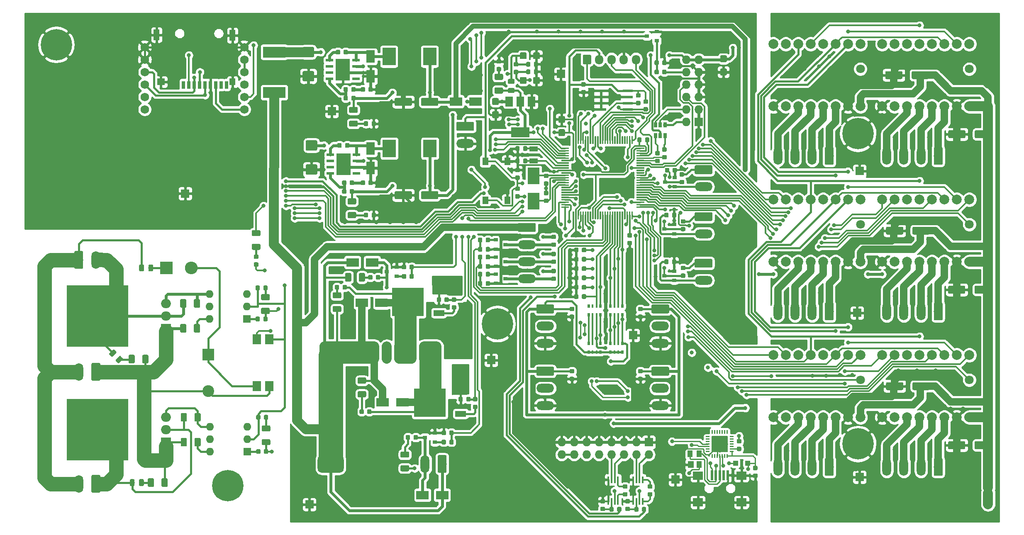
<source format=gtl>
G04 #@! TF.GenerationSoftware,KiCad,Pcbnew,(5.1.4-83-g4f57de968)-1*
G04 #@! TF.CreationDate,2020-04-08T14:11:41+03:00*
G04 #@! TF.ProjectId,3d_print_main,33645f70-7269-46e7-945f-6d61696e2e6b,rev?*
G04 #@! TF.SameCoordinates,Original*
G04 #@! TF.FileFunction,Copper,L1,Top*
G04 #@! TF.FilePolarity,Positive*
%FSLAX46Y46*%
G04 Gerber Fmt 4.6, Leading zero omitted, Abs format (unit mm)*
G04 Created by KiCad (PCBNEW (5.1.4-83-g4f57de968)-1) date 2020-04-08 14:11:41*
%MOMM*%
%LPD*%
G04 APERTURE LIST*
%ADD10R,0.700000X1.600000*%
%ADD11R,1.200000X2.200000*%
%ADD12R,1.600000X1.400000*%
%ADD13R,1.200000X1.400000*%
%ADD14C,1.800000*%
%ADD15C,2.000000*%
%ADD16R,1.000000X1.400000*%
%ADD17R,1.800000X1.000000*%
%ADD18R,0.900000X0.800000*%
%ADD19R,12.635000X12.635000*%
%ADD20O,2.000000X1.905000*%
%ADD21R,2.000000X1.905000*%
%ADD22C,1.750000*%
%ADD23R,1.700000X1.700000*%
%ADD24C,6.400000*%
%ADD25C,0.800000*%
%ADD26C,0.100000*%
%ADD27C,0.300000*%
%ADD28R,1.000000X1.000000*%
%ADD29O,1.800000X3.600000*%
%ADD30O,2.600000X2.600000*%
%ADD31R,2.600000X2.600000*%
%ADD32O,1.600000X1.600000*%
%ADD33R,1.600000X1.600000*%
%ADD34C,0.875000*%
%ADD35C,1.250000*%
%ADD36C,0.975000*%
%ADD37O,3.600000X1.800000*%
%ADD38R,0.500000X2.000000*%
%ADD39R,2.000000X1.700000*%
%ADD40C,1.600000*%
%ADD41O,1.727200X1.727200*%
%ADD42R,1.727200X1.727200*%
%ADD43R,2.400000X3.500000*%
%ADD44C,3.350000*%
%ADD45C,0.250000*%
%ADD46R,0.650000X1.060000*%
%ADD47R,2.000000X0.600000*%
%ADD48R,0.450000X1.450000*%
%ADD49R,1.780000X2.000000*%
%ADD50R,2.600000X3.100000*%
%ADD51R,2.950000X4.500000*%
%ADD52R,1.550000X0.600000*%
%ADD53C,0.600000*%
%ADD54R,1.500000X2.000000*%
%ADD55R,3.800000X2.000000*%
%ADD56R,1.300000X1.550000*%
%ADD57R,0.500000X0.800000*%
%ADD58R,0.400000X0.800000*%
%ADD59R,2.200000X1.200000*%
%ADD60R,6.400000X5.800000*%
%ADD61R,2.700000X3.600000*%
%ADD62O,1.700000X1.950000*%
%ADD63C,1.700000*%
%ADD64R,4.600000X2.300000*%
%ADD65R,2.500000X1.800000*%
%ADD66R,1.800000X2.500000*%
%ADD67C,1.350000*%
%ADD68C,2.400000*%
%ADD69R,2.400000X2.400000*%
%ADD70C,2.075000*%
%ADD71C,1.500000*%
%ADD72C,0.400000*%
%ADD73C,0.350000*%
%ADD74C,0.600000*%
%ADD75C,0.250000*%
%ADD76C,0.300000*%
%ADD77C,1.000000*%
%ADD78C,2.000000*%
%ADD79C,3.000000*%
%ADD80C,5.000000*%
%ADD81C,4.500000*%
%ADD82C,0.254000*%
G04 APERTURE END LIST*
D10*
X76562000Y-38800000D03*
D11*
X77762000Y-28700000D03*
X62262000Y-28600000D03*
D12*
X63162000Y-38200000D03*
D13*
X77762000Y-38200000D03*
D10*
X67762000Y-38800000D03*
X68862000Y-38800000D03*
X69962000Y-38800000D03*
X71062000Y-38800000D03*
X72162000Y-38800000D03*
X73262000Y-38800000D03*
X74362000Y-38800000D03*
X75462000Y-38800000D03*
D14*
X205895002Y-35540000D03*
D15*
X205895002Y-43160000D03*
X203355002Y-43160000D03*
X200815002Y-43160000D03*
X198275002Y-43160000D03*
X195735002Y-43160000D03*
X193195002Y-43160000D03*
X190655002Y-43160000D03*
X188115002Y-43160000D03*
X188115002Y-30460000D03*
X190655002Y-30460000D03*
X193195002Y-30460000D03*
X195735002Y-30460000D03*
X198275002Y-30460000D03*
X200815002Y-30460000D03*
X203355002Y-30460000D03*
X205895002Y-30460000D03*
D14*
X205895000Y-67290000D03*
D15*
X205895000Y-74910000D03*
X203355000Y-74910000D03*
X200815000Y-74910000D03*
X198275000Y-74910000D03*
X195735000Y-74910000D03*
X193195000Y-74910000D03*
X190655000Y-74910000D03*
X188115000Y-74910000D03*
X188115000Y-62210000D03*
X190655000Y-62210000D03*
X193195000Y-62210000D03*
X195735000Y-62210000D03*
X198275000Y-62210000D03*
X200815000Y-62210000D03*
X203355000Y-62210000D03*
X205895000Y-62210000D03*
D14*
X228120000Y-35540000D03*
D15*
X228120000Y-43160000D03*
X225580000Y-43160000D03*
X223040000Y-43160000D03*
X220500000Y-43160000D03*
X217960000Y-43160000D03*
X215420000Y-43160000D03*
X212880000Y-43160000D03*
X210340000Y-43160000D03*
X210340000Y-30460000D03*
X212880000Y-30460000D03*
X215420000Y-30460000D03*
X217960000Y-30460000D03*
X220500000Y-30460000D03*
X223040000Y-30460000D03*
X225580000Y-30460000D03*
X228120000Y-30460000D03*
D14*
X205895002Y-99040002D03*
D15*
X205895002Y-106660002D03*
X203355002Y-106660002D03*
X200815002Y-106660002D03*
X198275002Y-106660002D03*
X195735002Y-106660002D03*
X193195002Y-106660002D03*
X190655002Y-106660002D03*
X188115002Y-106660002D03*
X188115002Y-93960002D03*
X190655002Y-93960002D03*
X193195002Y-93960002D03*
X195735002Y-93960002D03*
X198275002Y-93960002D03*
X200815002Y-93960002D03*
X203355002Y-93960002D03*
X205895002Y-93960002D03*
D14*
X228119998Y-99040000D03*
D15*
X228119998Y-106660000D03*
X225579998Y-106660000D03*
X223039998Y-106660000D03*
X220499998Y-106660000D03*
X217959998Y-106660000D03*
X215419998Y-106660000D03*
X212879998Y-106660000D03*
X210339998Y-106660000D03*
X210339998Y-93960000D03*
X212879998Y-93960000D03*
X215419998Y-93960000D03*
X217959998Y-93960000D03*
X220499998Y-93960000D03*
X223039998Y-93960000D03*
X225579998Y-93960000D03*
X228119998Y-93960000D03*
D14*
X228120000Y-67290000D03*
D15*
X228120000Y-74910000D03*
X225580000Y-74910000D03*
X223040000Y-74910000D03*
X220500000Y-74910000D03*
X217960000Y-74910000D03*
X215420000Y-74910000D03*
X212880000Y-74910000D03*
X210340000Y-74910000D03*
X210340000Y-62210000D03*
X212880000Y-62210000D03*
X215420000Y-62210000D03*
X217960000Y-62210000D03*
X220500000Y-62210000D03*
X223040000Y-62210000D03*
X225580000Y-62210000D03*
X228120000Y-62210000D03*
D16*
X171102000Y-114112000D03*
X173002000Y-114112000D03*
X173002000Y-116312000D03*
D13*
X171282000Y-116312000D03*
D17*
X139220000Y-54336000D03*
X139220000Y-51836000D03*
D18*
X165889999Y-68245001D03*
X167889999Y-67295001D03*
X167889999Y-69195001D03*
D19*
X50193000Y-109200000D03*
D20*
X64163000Y-106660000D03*
X64163000Y-109200000D03*
D21*
X64163000Y-111740000D03*
D19*
X50192998Y-85959000D03*
D20*
X64162998Y-83419000D03*
X64162998Y-85959000D03*
D21*
X64162998Y-88499000D03*
D22*
X80165000Y-31095000D03*
X80165000Y-33635000D03*
X80165000Y-36175000D03*
X80165000Y-38715000D03*
X80165000Y-41255000D03*
X80165000Y-43795000D03*
X59845000Y-43795000D03*
X59845000Y-41255000D03*
X59845000Y-38715000D03*
X59845000Y-36175000D03*
X59845000Y-33635000D03*
X59845000Y-31095000D03*
D23*
X205740000Y-56388000D03*
X205232000Y-85344000D03*
X205740000Y-118872000D03*
X68105396Y-60995595D03*
X93472000Y-124460000D03*
X98044000Y-44196000D03*
X130556000Y-94996000D03*
X144780000Y-36576000D03*
X168148000Y-119380000D03*
X159512000Y-89916000D03*
D24*
X76800000Y-120600000D03*
D25*
X79200000Y-120600000D03*
X78497056Y-122297056D03*
X76800000Y-123000000D03*
X75102944Y-122297056D03*
X74400000Y-120600000D03*
X75102944Y-118902944D03*
X76800000Y-118200000D03*
X78497056Y-118902944D03*
D24*
X131800000Y-87600000D03*
D25*
X134200000Y-87600000D03*
X133497056Y-89297056D03*
X131800000Y-90000000D03*
X130102944Y-89297056D03*
X129400000Y-87600000D03*
X130102944Y-85902944D03*
X131800000Y-85200000D03*
X133497056Y-85902944D03*
D24*
X205400000Y-48748000D03*
D25*
X207800000Y-48748000D03*
X207097056Y-50445056D03*
X205400000Y-51148000D03*
X203702944Y-50445056D03*
X203000000Y-48748000D03*
X203702944Y-47050944D03*
X205400000Y-46348000D03*
X207097056Y-47050944D03*
D24*
X205400000Y-112100000D03*
D25*
X207800000Y-112100000D03*
X207097056Y-113797056D03*
X205400000Y-114500000D03*
X203702944Y-113797056D03*
X203000000Y-112100000D03*
X203702944Y-110402944D03*
X205400000Y-109700000D03*
X207097056Y-110402944D03*
X43497056Y-28902944D03*
X41800000Y-28200000D03*
X40102944Y-28902944D03*
X39400000Y-30600000D03*
X40102944Y-32297056D03*
X41800000Y-33000000D03*
X43497056Y-32297056D03*
X44200000Y-30600000D03*
D24*
X41800000Y-30600000D03*
D26*
G36*
X146374351Y-51615361D02*
G01*
X146381632Y-51616441D01*
X146388771Y-51618229D01*
X146395701Y-51620709D01*
X146402355Y-51623856D01*
X146408668Y-51627640D01*
X146414579Y-51632024D01*
X146420033Y-51636967D01*
X146424976Y-51642421D01*
X146429360Y-51648332D01*
X146433144Y-51654645D01*
X146436291Y-51661299D01*
X146438771Y-51668229D01*
X146440559Y-51675368D01*
X146441639Y-51682649D01*
X146442000Y-51690000D01*
X146442000Y-51840000D01*
X146441639Y-51847351D01*
X146440559Y-51854632D01*
X146438771Y-51861771D01*
X146436291Y-51868701D01*
X146433144Y-51875355D01*
X146429360Y-51881668D01*
X146424976Y-51887579D01*
X146420033Y-51893033D01*
X146414579Y-51897976D01*
X146408668Y-51902360D01*
X146402355Y-51906144D01*
X146395701Y-51909291D01*
X146388771Y-51911771D01*
X146381632Y-51913559D01*
X146374351Y-51914639D01*
X146367000Y-51915000D01*
X144917000Y-51915000D01*
X144909649Y-51914639D01*
X144902368Y-51913559D01*
X144895229Y-51911771D01*
X144888299Y-51909291D01*
X144881645Y-51906144D01*
X144875332Y-51902360D01*
X144869421Y-51897976D01*
X144863967Y-51893033D01*
X144859024Y-51887579D01*
X144854640Y-51881668D01*
X144850856Y-51875355D01*
X144847709Y-51868701D01*
X144845229Y-51861771D01*
X144843441Y-51854632D01*
X144842361Y-51847351D01*
X144842000Y-51840000D01*
X144842000Y-51690000D01*
X144842361Y-51682649D01*
X144843441Y-51675368D01*
X144845229Y-51668229D01*
X144847709Y-51661299D01*
X144850856Y-51654645D01*
X144854640Y-51648332D01*
X144859024Y-51642421D01*
X144863967Y-51636967D01*
X144869421Y-51632024D01*
X144875332Y-51627640D01*
X144881645Y-51623856D01*
X144888299Y-51620709D01*
X144895229Y-51618229D01*
X144902368Y-51616441D01*
X144909649Y-51615361D01*
X144917000Y-51615000D01*
X146367000Y-51615000D01*
X146374351Y-51615361D01*
X146374351Y-51615361D01*
G37*
D27*
X145642000Y-51765000D03*
D26*
G36*
X146374351Y-52115361D02*
G01*
X146381632Y-52116441D01*
X146388771Y-52118229D01*
X146395701Y-52120709D01*
X146402355Y-52123856D01*
X146408668Y-52127640D01*
X146414579Y-52132024D01*
X146420033Y-52136967D01*
X146424976Y-52142421D01*
X146429360Y-52148332D01*
X146433144Y-52154645D01*
X146436291Y-52161299D01*
X146438771Y-52168229D01*
X146440559Y-52175368D01*
X146441639Y-52182649D01*
X146442000Y-52190000D01*
X146442000Y-52340000D01*
X146441639Y-52347351D01*
X146440559Y-52354632D01*
X146438771Y-52361771D01*
X146436291Y-52368701D01*
X146433144Y-52375355D01*
X146429360Y-52381668D01*
X146424976Y-52387579D01*
X146420033Y-52393033D01*
X146414579Y-52397976D01*
X146408668Y-52402360D01*
X146402355Y-52406144D01*
X146395701Y-52409291D01*
X146388771Y-52411771D01*
X146381632Y-52413559D01*
X146374351Y-52414639D01*
X146367000Y-52415000D01*
X144917000Y-52415000D01*
X144909649Y-52414639D01*
X144902368Y-52413559D01*
X144895229Y-52411771D01*
X144888299Y-52409291D01*
X144881645Y-52406144D01*
X144875332Y-52402360D01*
X144869421Y-52397976D01*
X144863967Y-52393033D01*
X144859024Y-52387579D01*
X144854640Y-52381668D01*
X144850856Y-52375355D01*
X144847709Y-52368701D01*
X144845229Y-52361771D01*
X144843441Y-52354632D01*
X144842361Y-52347351D01*
X144842000Y-52340000D01*
X144842000Y-52190000D01*
X144842361Y-52182649D01*
X144843441Y-52175368D01*
X144845229Y-52168229D01*
X144847709Y-52161299D01*
X144850856Y-52154645D01*
X144854640Y-52148332D01*
X144859024Y-52142421D01*
X144863967Y-52136967D01*
X144869421Y-52132024D01*
X144875332Y-52127640D01*
X144881645Y-52123856D01*
X144888299Y-52120709D01*
X144895229Y-52118229D01*
X144902368Y-52116441D01*
X144909649Y-52115361D01*
X144917000Y-52115000D01*
X146367000Y-52115000D01*
X146374351Y-52115361D01*
X146374351Y-52115361D01*
G37*
D27*
X145642000Y-52265000D03*
D26*
G36*
X146374351Y-52615361D02*
G01*
X146381632Y-52616441D01*
X146388771Y-52618229D01*
X146395701Y-52620709D01*
X146402355Y-52623856D01*
X146408668Y-52627640D01*
X146414579Y-52632024D01*
X146420033Y-52636967D01*
X146424976Y-52642421D01*
X146429360Y-52648332D01*
X146433144Y-52654645D01*
X146436291Y-52661299D01*
X146438771Y-52668229D01*
X146440559Y-52675368D01*
X146441639Y-52682649D01*
X146442000Y-52690000D01*
X146442000Y-52840000D01*
X146441639Y-52847351D01*
X146440559Y-52854632D01*
X146438771Y-52861771D01*
X146436291Y-52868701D01*
X146433144Y-52875355D01*
X146429360Y-52881668D01*
X146424976Y-52887579D01*
X146420033Y-52893033D01*
X146414579Y-52897976D01*
X146408668Y-52902360D01*
X146402355Y-52906144D01*
X146395701Y-52909291D01*
X146388771Y-52911771D01*
X146381632Y-52913559D01*
X146374351Y-52914639D01*
X146367000Y-52915000D01*
X144917000Y-52915000D01*
X144909649Y-52914639D01*
X144902368Y-52913559D01*
X144895229Y-52911771D01*
X144888299Y-52909291D01*
X144881645Y-52906144D01*
X144875332Y-52902360D01*
X144869421Y-52897976D01*
X144863967Y-52893033D01*
X144859024Y-52887579D01*
X144854640Y-52881668D01*
X144850856Y-52875355D01*
X144847709Y-52868701D01*
X144845229Y-52861771D01*
X144843441Y-52854632D01*
X144842361Y-52847351D01*
X144842000Y-52840000D01*
X144842000Y-52690000D01*
X144842361Y-52682649D01*
X144843441Y-52675368D01*
X144845229Y-52668229D01*
X144847709Y-52661299D01*
X144850856Y-52654645D01*
X144854640Y-52648332D01*
X144859024Y-52642421D01*
X144863967Y-52636967D01*
X144869421Y-52632024D01*
X144875332Y-52627640D01*
X144881645Y-52623856D01*
X144888299Y-52620709D01*
X144895229Y-52618229D01*
X144902368Y-52616441D01*
X144909649Y-52615361D01*
X144917000Y-52615000D01*
X146367000Y-52615000D01*
X146374351Y-52615361D01*
X146374351Y-52615361D01*
G37*
D27*
X145642000Y-52765000D03*
D26*
G36*
X146374351Y-53115361D02*
G01*
X146381632Y-53116441D01*
X146388771Y-53118229D01*
X146395701Y-53120709D01*
X146402355Y-53123856D01*
X146408668Y-53127640D01*
X146414579Y-53132024D01*
X146420033Y-53136967D01*
X146424976Y-53142421D01*
X146429360Y-53148332D01*
X146433144Y-53154645D01*
X146436291Y-53161299D01*
X146438771Y-53168229D01*
X146440559Y-53175368D01*
X146441639Y-53182649D01*
X146442000Y-53190000D01*
X146442000Y-53340000D01*
X146441639Y-53347351D01*
X146440559Y-53354632D01*
X146438771Y-53361771D01*
X146436291Y-53368701D01*
X146433144Y-53375355D01*
X146429360Y-53381668D01*
X146424976Y-53387579D01*
X146420033Y-53393033D01*
X146414579Y-53397976D01*
X146408668Y-53402360D01*
X146402355Y-53406144D01*
X146395701Y-53409291D01*
X146388771Y-53411771D01*
X146381632Y-53413559D01*
X146374351Y-53414639D01*
X146367000Y-53415000D01*
X144917000Y-53415000D01*
X144909649Y-53414639D01*
X144902368Y-53413559D01*
X144895229Y-53411771D01*
X144888299Y-53409291D01*
X144881645Y-53406144D01*
X144875332Y-53402360D01*
X144869421Y-53397976D01*
X144863967Y-53393033D01*
X144859024Y-53387579D01*
X144854640Y-53381668D01*
X144850856Y-53375355D01*
X144847709Y-53368701D01*
X144845229Y-53361771D01*
X144843441Y-53354632D01*
X144842361Y-53347351D01*
X144842000Y-53340000D01*
X144842000Y-53190000D01*
X144842361Y-53182649D01*
X144843441Y-53175368D01*
X144845229Y-53168229D01*
X144847709Y-53161299D01*
X144850856Y-53154645D01*
X144854640Y-53148332D01*
X144859024Y-53142421D01*
X144863967Y-53136967D01*
X144869421Y-53132024D01*
X144875332Y-53127640D01*
X144881645Y-53123856D01*
X144888299Y-53120709D01*
X144895229Y-53118229D01*
X144902368Y-53116441D01*
X144909649Y-53115361D01*
X144917000Y-53115000D01*
X146367000Y-53115000D01*
X146374351Y-53115361D01*
X146374351Y-53115361D01*
G37*
D27*
X145642000Y-53265000D03*
D26*
G36*
X146374351Y-53615361D02*
G01*
X146381632Y-53616441D01*
X146388771Y-53618229D01*
X146395701Y-53620709D01*
X146402355Y-53623856D01*
X146408668Y-53627640D01*
X146414579Y-53632024D01*
X146420033Y-53636967D01*
X146424976Y-53642421D01*
X146429360Y-53648332D01*
X146433144Y-53654645D01*
X146436291Y-53661299D01*
X146438771Y-53668229D01*
X146440559Y-53675368D01*
X146441639Y-53682649D01*
X146442000Y-53690000D01*
X146442000Y-53840000D01*
X146441639Y-53847351D01*
X146440559Y-53854632D01*
X146438771Y-53861771D01*
X146436291Y-53868701D01*
X146433144Y-53875355D01*
X146429360Y-53881668D01*
X146424976Y-53887579D01*
X146420033Y-53893033D01*
X146414579Y-53897976D01*
X146408668Y-53902360D01*
X146402355Y-53906144D01*
X146395701Y-53909291D01*
X146388771Y-53911771D01*
X146381632Y-53913559D01*
X146374351Y-53914639D01*
X146367000Y-53915000D01*
X144917000Y-53915000D01*
X144909649Y-53914639D01*
X144902368Y-53913559D01*
X144895229Y-53911771D01*
X144888299Y-53909291D01*
X144881645Y-53906144D01*
X144875332Y-53902360D01*
X144869421Y-53897976D01*
X144863967Y-53893033D01*
X144859024Y-53887579D01*
X144854640Y-53881668D01*
X144850856Y-53875355D01*
X144847709Y-53868701D01*
X144845229Y-53861771D01*
X144843441Y-53854632D01*
X144842361Y-53847351D01*
X144842000Y-53840000D01*
X144842000Y-53690000D01*
X144842361Y-53682649D01*
X144843441Y-53675368D01*
X144845229Y-53668229D01*
X144847709Y-53661299D01*
X144850856Y-53654645D01*
X144854640Y-53648332D01*
X144859024Y-53642421D01*
X144863967Y-53636967D01*
X144869421Y-53632024D01*
X144875332Y-53627640D01*
X144881645Y-53623856D01*
X144888299Y-53620709D01*
X144895229Y-53618229D01*
X144902368Y-53616441D01*
X144909649Y-53615361D01*
X144917000Y-53615000D01*
X146367000Y-53615000D01*
X146374351Y-53615361D01*
X146374351Y-53615361D01*
G37*
D27*
X145642000Y-53765000D03*
D26*
G36*
X146374351Y-54115361D02*
G01*
X146381632Y-54116441D01*
X146388771Y-54118229D01*
X146395701Y-54120709D01*
X146402355Y-54123856D01*
X146408668Y-54127640D01*
X146414579Y-54132024D01*
X146420033Y-54136967D01*
X146424976Y-54142421D01*
X146429360Y-54148332D01*
X146433144Y-54154645D01*
X146436291Y-54161299D01*
X146438771Y-54168229D01*
X146440559Y-54175368D01*
X146441639Y-54182649D01*
X146442000Y-54190000D01*
X146442000Y-54340000D01*
X146441639Y-54347351D01*
X146440559Y-54354632D01*
X146438771Y-54361771D01*
X146436291Y-54368701D01*
X146433144Y-54375355D01*
X146429360Y-54381668D01*
X146424976Y-54387579D01*
X146420033Y-54393033D01*
X146414579Y-54397976D01*
X146408668Y-54402360D01*
X146402355Y-54406144D01*
X146395701Y-54409291D01*
X146388771Y-54411771D01*
X146381632Y-54413559D01*
X146374351Y-54414639D01*
X146367000Y-54415000D01*
X144917000Y-54415000D01*
X144909649Y-54414639D01*
X144902368Y-54413559D01*
X144895229Y-54411771D01*
X144888299Y-54409291D01*
X144881645Y-54406144D01*
X144875332Y-54402360D01*
X144869421Y-54397976D01*
X144863967Y-54393033D01*
X144859024Y-54387579D01*
X144854640Y-54381668D01*
X144850856Y-54375355D01*
X144847709Y-54368701D01*
X144845229Y-54361771D01*
X144843441Y-54354632D01*
X144842361Y-54347351D01*
X144842000Y-54340000D01*
X144842000Y-54190000D01*
X144842361Y-54182649D01*
X144843441Y-54175368D01*
X144845229Y-54168229D01*
X144847709Y-54161299D01*
X144850856Y-54154645D01*
X144854640Y-54148332D01*
X144859024Y-54142421D01*
X144863967Y-54136967D01*
X144869421Y-54132024D01*
X144875332Y-54127640D01*
X144881645Y-54123856D01*
X144888299Y-54120709D01*
X144895229Y-54118229D01*
X144902368Y-54116441D01*
X144909649Y-54115361D01*
X144917000Y-54115000D01*
X146367000Y-54115000D01*
X146374351Y-54115361D01*
X146374351Y-54115361D01*
G37*
D27*
X145642000Y-54265000D03*
D26*
G36*
X146374351Y-54615361D02*
G01*
X146381632Y-54616441D01*
X146388771Y-54618229D01*
X146395701Y-54620709D01*
X146402355Y-54623856D01*
X146408668Y-54627640D01*
X146414579Y-54632024D01*
X146420033Y-54636967D01*
X146424976Y-54642421D01*
X146429360Y-54648332D01*
X146433144Y-54654645D01*
X146436291Y-54661299D01*
X146438771Y-54668229D01*
X146440559Y-54675368D01*
X146441639Y-54682649D01*
X146442000Y-54690000D01*
X146442000Y-54840000D01*
X146441639Y-54847351D01*
X146440559Y-54854632D01*
X146438771Y-54861771D01*
X146436291Y-54868701D01*
X146433144Y-54875355D01*
X146429360Y-54881668D01*
X146424976Y-54887579D01*
X146420033Y-54893033D01*
X146414579Y-54897976D01*
X146408668Y-54902360D01*
X146402355Y-54906144D01*
X146395701Y-54909291D01*
X146388771Y-54911771D01*
X146381632Y-54913559D01*
X146374351Y-54914639D01*
X146367000Y-54915000D01*
X144917000Y-54915000D01*
X144909649Y-54914639D01*
X144902368Y-54913559D01*
X144895229Y-54911771D01*
X144888299Y-54909291D01*
X144881645Y-54906144D01*
X144875332Y-54902360D01*
X144869421Y-54897976D01*
X144863967Y-54893033D01*
X144859024Y-54887579D01*
X144854640Y-54881668D01*
X144850856Y-54875355D01*
X144847709Y-54868701D01*
X144845229Y-54861771D01*
X144843441Y-54854632D01*
X144842361Y-54847351D01*
X144842000Y-54840000D01*
X144842000Y-54690000D01*
X144842361Y-54682649D01*
X144843441Y-54675368D01*
X144845229Y-54668229D01*
X144847709Y-54661299D01*
X144850856Y-54654645D01*
X144854640Y-54648332D01*
X144859024Y-54642421D01*
X144863967Y-54636967D01*
X144869421Y-54632024D01*
X144875332Y-54627640D01*
X144881645Y-54623856D01*
X144888299Y-54620709D01*
X144895229Y-54618229D01*
X144902368Y-54616441D01*
X144909649Y-54615361D01*
X144917000Y-54615000D01*
X146367000Y-54615000D01*
X146374351Y-54615361D01*
X146374351Y-54615361D01*
G37*
D27*
X145642000Y-54765000D03*
D26*
G36*
X146374351Y-55115361D02*
G01*
X146381632Y-55116441D01*
X146388771Y-55118229D01*
X146395701Y-55120709D01*
X146402355Y-55123856D01*
X146408668Y-55127640D01*
X146414579Y-55132024D01*
X146420033Y-55136967D01*
X146424976Y-55142421D01*
X146429360Y-55148332D01*
X146433144Y-55154645D01*
X146436291Y-55161299D01*
X146438771Y-55168229D01*
X146440559Y-55175368D01*
X146441639Y-55182649D01*
X146442000Y-55190000D01*
X146442000Y-55340000D01*
X146441639Y-55347351D01*
X146440559Y-55354632D01*
X146438771Y-55361771D01*
X146436291Y-55368701D01*
X146433144Y-55375355D01*
X146429360Y-55381668D01*
X146424976Y-55387579D01*
X146420033Y-55393033D01*
X146414579Y-55397976D01*
X146408668Y-55402360D01*
X146402355Y-55406144D01*
X146395701Y-55409291D01*
X146388771Y-55411771D01*
X146381632Y-55413559D01*
X146374351Y-55414639D01*
X146367000Y-55415000D01*
X144917000Y-55415000D01*
X144909649Y-55414639D01*
X144902368Y-55413559D01*
X144895229Y-55411771D01*
X144888299Y-55409291D01*
X144881645Y-55406144D01*
X144875332Y-55402360D01*
X144869421Y-55397976D01*
X144863967Y-55393033D01*
X144859024Y-55387579D01*
X144854640Y-55381668D01*
X144850856Y-55375355D01*
X144847709Y-55368701D01*
X144845229Y-55361771D01*
X144843441Y-55354632D01*
X144842361Y-55347351D01*
X144842000Y-55340000D01*
X144842000Y-55190000D01*
X144842361Y-55182649D01*
X144843441Y-55175368D01*
X144845229Y-55168229D01*
X144847709Y-55161299D01*
X144850856Y-55154645D01*
X144854640Y-55148332D01*
X144859024Y-55142421D01*
X144863967Y-55136967D01*
X144869421Y-55132024D01*
X144875332Y-55127640D01*
X144881645Y-55123856D01*
X144888299Y-55120709D01*
X144895229Y-55118229D01*
X144902368Y-55116441D01*
X144909649Y-55115361D01*
X144917000Y-55115000D01*
X146367000Y-55115000D01*
X146374351Y-55115361D01*
X146374351Y-55115361D01*
G37*
D27*
X145642000Y-55265000D03*
D26*
G36*
X146374351Y-55615361D02*
G01*
X146381632Y-55616441D01*
X146388771Y-55618229D01*
X146395701Y-55620709D01*
X146402355Y-55623856D01*
X146408668Y-55627640D01*
X146414579Y-55632024D01*
X146420033Y-55636967D01*
X146424976Y-55642421D01*
X146429360Y-55648332D01*
X146433144Y-55654645D01*
X146436291Y-55661299D01*
X146438771Y-55668229D01*
X146440559Y-55675368D01*
X146441639Y-55682649D01*
X146442000Y-55690000D01*
X146442000Y-55840000D01*
X146441639Y-55847351D01*
X146440559Y-55854632D01*
X146438771Y-55861771D01*
X146436291Y-55868701D01*
X146433144Y-55875355D01*
X146429360Y-55881668D01*
X146424976Y-55887579D01*
X146420033Y-55893033D01*
X146414579Y-55897976D01*
X146408668Y-55902360D01*
X146402355Y-55906144D01*
X146395701Y-55909291D01*
X146388771Y-55911771D01*
X146381632Y-55913559D01*
X146374351Y-55914639D01*
X146367000Y-55915000D01*
X144917000Y-55915000D01*
X144909649Y-55914639D01*
X144902368Y-55913559D01*
X144895229Y-55911771D01*
X144888299Y-55909291D01*
X144881645Y-55906144D01*
X144875332Y-55902360D01*
X144869421Y-55897976D01*
X144863967Y-55893033D01*
X144859024Y-55887579D01*
X144854640Y-55881668D01*
X144850856Y-55875355D01*
X144847709Y-55868701D01*
X144845229Y-55861771D01*
X144843441Y-55854632D01*
X144842361Y-55847351D01*
X144842000Y-55840000D01*
X144842000Y-55690000D01*
X144842361Y-55682649D01*
X144843441Y-55675368D01*
X144845229Y-55668229D01*
X144847709Y-55661299D01*
X144850856Y-55654645D01*
X144854640Y-55648332D01*
X144859024Y-55642421D01*
X144863967Y-55636967D01*
X144869421Y-55632024D01*
X144875332Y-55627640D01*
X144881645Y-55623856D01*
X144888299Y-55620709D01*
X144895229Y-55618229D01*
X144902368Y-55616441D01*
X144909649Y-55615361D01*
X144917000Y-55615000D01*
X146367000Y-55615000D01*
X146374351Y-55615361D01*
X146374351Y-55615361D01*
G37*
D27*
X145642000Y-55765000D03*
D26*
G36*
X146374351Y-56115361D02*
G01*
X146381632Y-56116441D01*
X146388771Y-56118229D01*
X146395701Y-56120709D01*
X146402355Y-56123856D01*
X146408668Y-56127640D01*
X146414579Y-56132024D01*
X146420033Y-56136967D01*
X146424976Y-56142421D01*
X146429360Y-56148332D01*
X146433144Y-56154645D01*
X146436291Y-56161299D01*
X146438771Y-56168229D01*
X146440559Y-56175368D01*
X146441639Y-56182649D01*
X146442000Y-56190000D01*
X146442000Y-56340000D01*
X146441639Y-56347351D01*
X146440559Y-56354632D01*
X146438771Y-56361771D01*
X146436291Y-56368701D01*
X146433144Y-56375355D01*
X146429360Y-56381668D01*
X146424976Y-56387579D01*
X146420033Y-56393033D01*
X146414579Y-56397976D01*
X146408668Y-56402360D01*
X146402355Y-56406144D01*
X146395701Y-56409291D01*
X146388771Y-56411771D01*
X146381632Y-56413559D01*
X146374351Y-56414639D01*
X146367000Y-56415000D01*
X144917000Y-56415000D01*
X144909649Y-56414639D01*
X144902368Y-56413559D01*
X144895229Y-56411771D01*
X144888299Y-56409291D01*
X144881645Y-56406144D01*
X144875332Y-56402360D01*
X144869421Y-56397976D01*
X144863967Y-56393033D01*
X144859024Y-56387579D01*
X144854640Y-56381668D01*
X144850856Y-56375355D01*
X144847709Y-56368701D01*
X144845229Y-56361771D01*
X144843441Y-56354632D01*
X144842361Y-56347351D01*
X144842000Y-56340000D01*
X144842000Y-56190000D01*
X144842361Y-56182649D01*
X144843441Y-56175368D01*
X144845229Y-56168229D01*
X144847709Y-56161299D01*
X144850856Y-56154645D01*
X144854640Y-56148332D01*
X144859024Y-56142421D01*
X144863967Y-56136967D01*
X144869421Y-56132024D01*
X144875332Y-56127640D01*
X144881645Y-56123856D01*
X144888299Y-56120709D01*
X144895229Y-56118229D01*
X144902368Y-56116441D01*
X144909649Y-56115361D01*
X144917000Y-56115000D01*
X146367000Y-56115000D01*
X146374351Y-56115361D01*
X146374351Y-56115361D01*
G37*
D27*
X145642000Y-56265000D03*
D26*
G36*
X146374351Y-56615361D02*
G01*
X146381632Y-56616441D01*
X146388771Y-56618229D01*
X146395701Y-56620709D01*
X146402355Y-56623856D01*
X146408668Y-56627640D01*
X146414579Y-56632024D01*
X146420033Y-56636967D01*
X146424976Y-56642421D01*
X146429360Y-56648332D01*
X146433144Y-56654645D01*
X146436291Y-56661299D01*
X146438771Y-56668229D01*
X146440559Y-56675368D01*
X146441639Y-56682649D01*
X146442000Y-56690000D01*
X146442000Y-56840000D01*
X146441639Y-56847351D01*
X146440559Y-56854632D01*
X146438771Y-56861771D01*
X146436291Y-56868701D01*
X146433144Y-56875355D01*
X146429360Y-56881668D01*
X146424976Y-56887579D01*
X146420033Y-56893033D01*
X146414579Y-56897976D01*
X146408668Y-56902360D01*
X146402355Y-56906144D01*
X146395701Y-56909291D01*
X146388771Y-56911771D01*
X146381632Y-56913559D01*
X146374351Y-56914639D01*
X146367000Y-56915000D01*
X144917000Y-56915000D01*
X144909649Y-56914639D01*
X144902368Y-56913559D01*
X144895229Y-56911771D01*
X144888299Y-56909291D01*
X144881645Y-56906144D01*
X144875332Y-56902360D01*
X144869421Y-56897976D01*
X144863967Y-56893033D01*
X144859024Y-56887579D01*
X144854640Y-56881668D01*
X144850856Y-56875355D01*
X144847709Y-56868701D01*
X144845229Y-56861771D01*
X144843441Y-56854632D01*
X144842361Y-56847351D01*
X144842000Y-56840000D01*
X144842000Y-56690000D01*
X144842361Y-56682649D01*
X144843441Y-56675368D01*
X144845229Y-56668229D01*
X144847709Y-56661299D01*
X144850856Y-56654645D01*
X144854640Y-56648332D01*
X144859024Y-56642421D01*
X144863967Y-56636967D01*
X144869421Y-56632024D01*
X144875332Y-56627640D01*
X144881645Y-56623856D01*
X144888299Y-56620709D01*
X144895229Y-56618229D01*
X144902368Y-56616441D01*
X144909649Y-56615361D01*
X144917000Y-56615000D01*
X146367000Y-56615000D01*
X146374351Y-56615361D01*
X146374351Y-56615361D01*
G37*
D27*
X145642000Y-56765000D03*
D26*
G36*
X146374351Y-57115361D02*
G01*
X146381632Y-57116441D01*
X146388771Y-57118229D01*
X146395701Y-57120709D01*
X146402355Y-57123856D01*
X146408668Y-57127640D01*
X146414579Y-57132024D01*
X146420033Y-57136967D01*
X146424976Y-57142421D01*
X146429360Y-57148332D01*
X146433144Y-57154645D01*
X146436291Y-57161299D01*
X146438771Y-57168229D01*
X146440559Y-57175368D01*
X146441639Y-57182649D01*
X146442000Y-57190000D01*
X146442000Y-57340000D01*
X146441639Y-57347351D01*
X146440559Y-57354632D01*
X146438771Y-57361771D01*
X146436291Y-57368701D01*
X146433144Y-57375355D01*
X146429360Y-57381668D01*
X146424976Y-57387579D01*
X146420033Y-57393033D01*
X146414579Y-57397976D01*
X146408668Y-57402360D01*
X146402355Y-57406144D01*
X146395701Y-57409291D01*
X146388771Y-57411771D01*
X146381632Y-57413559D01*
X146374351Y-57414639D01*
X146367000Y-57415000D01*
X144917000Y-57415000D01*
X144909649Y-57414639D01*
X144902368Y-57413559D01*
X144895229Y-57411771D01*
X144888299Y-57409291D01*
X144881645Y-57406144D01*
X144875332Y-57402360D01*
X144869421Y-57397976D01*
X144863967Y-57393033D01*
X144859024Y-57387579D01*
X144854640Y-57381668D01*
X144850856Y-57375355D01*
X144847709Y-57368701D01*
X144845229Y-57361771D01*
X144843441Y-57354632D01*
X144842361Y-57347351D01*
X144842000Y-57340000D01*
X144842000Y-57190000D01*
X144842361Y-57182649D01*
X144843441Y-57175368D01*
X144845229Y-57168229D01*
X144847709Y-57161299D01*
X144850856Y-57154645D01*
X144854640Y-57148332D01*
X144859024Y-57142421D01*
X144863967Y-57136967D01*
X144869421Y-57132024D01*
X144875332Y-57127640D01*
X144881645Y-57123856D01*
X144888299Y-57120709D01*
X144895229Y-57118229D01*
X144902368Y-57116441D01*
X144909649Y-57115361D01*
X144917000Y-57115000D01*
X146367000Y-57115000D01*
X146374351Y-57115361D01*
X146374351Y-57115361D01*
G37*
D27*
X145642000Y-57265000D03*
D26*
G36*
X146374351Y-57615361D02*
G01*
X146381632Y-57616441D01*
X146388771Y-57618229D01*
X146395701Y-57620709D01*
X146402355Y-57623856D01*
X146408668Y-57627640D01*
X146414579Y-57632024D01*
X146420033Y-57636967D01*
X146424976Y-57642421D01*
X146429360Y-57648332D01*
X146433144Y-57654645D01*
X146436291Y-57661299D01*
X146438771Y-57668229D01*
X146440559Y-57675368D01*
X146441639Y-57682649D01*
X146442000Y-57690000D01*
X146442000Y-57840000D01*
X146441639Y-57847351D01*
X146440559Y-57854632D01*
X146438771Y-57861771D01*
X146436291Y-57868701D01*
X146433144Y-57875355D01*
X146429360Y-57881668D01*
X146424976Y-57887579D01*
X146420033Y-57893033D01*
X146414579Y-57897976D01*
X146408668Y-57902360D01*
X146402355Y-57906144D01*
X146395701Y-57909291D01*
X146388771Y-57911771D01*
X146381632Y-57913559D01*
X146374351Y-57914639D01*
X146367000Y-57915000D01*
X144917000Y-57915000D01*
X144909649Y-57914639D01*
X144902368Y-57913559D01*
X144895229Y-57911771D01*
X144888299Y-57909291D01*
X144881645Y-57906144D01*
X144875332Y-57902360D01*
X144869421Y-57897976D01*
X144863967Y-57893033D01*
X144859024Y-57887579D01*
X144854640Y-57881668D01*
X144850856Y-57875355D01*
X144847709Y-57868701D01*
X144845229Y-57861771D01*
X144843441Y-57854632D01*
X144842361Y-57847351D01*
X144842000Y-57840000D01*
X144842000Y-57690000D01*
X144842361Y-57682649D01*
X144843441Y-57675368D01*
X144845229Y-57668229D01*
X144847709Y-57661299D01*
X144850856Y-57654645D01*
X144854640Y-57648332D01*
X144859024Y-57642421D01*
X144863967Y-57636967D01*
X144869421Y-57632024D01*
X144875332Y-57627640D01*
X144881645Y-57623856D01*
X144888299Y-57620709D01*
X144895229Y-57618229D01*
X144902368Y-57616441D01*
X144909649Y-57615361D01*
X144917000Y-57615000D01*
X146367000Y-57615000D01*
X146374351Y-57615361D01*
X146374351Y-57615361D01*
G37*
D27*
X145642000Y-57765000D03*
D26*
G36*
X146374351Y-58115361D02*
G01*
X146381632Y-58116441D01*
X146388771Y-58118229D01*
X146395701Y-58120709D01*
X146402355Y-58123856D01*
X146408668Y-58127640D01*
X146414579Y-58132024D01*
X146420033Y-58136967D01*
X146424976Y-58142421D01*
X146429360Y-58148332D01*
X146433144Y-58154645D01*
X146436291Y-58161299D01*
X146438771Y-58168229D01*
X146440559Y-58175368D01*
X146441639Y-58182649D01*
X146442000Y-58190000D01*
X146442000Y-58340000D01*
X146441639Y-58347351D01*
X146440559Y-58354632D01*
X146438771Y-58361771D01*
X146436291Y-58368701D01*
X146433144Y-58375355D01*
X146429360Y-58381668D01*
X146424976Y-58387579D01*
X146420033Y-58393033D01*
X146414579Y-58397976D01*
X146408668Y-58402360D01*
X146402355Y-58406144D01*
X146395701Y-58409291D01*
X146388771Y-58411771D01*
X146381632Y-58413559D01*
X146374351Y-58414639D01*
X146367000Y-58415000D01*
X144917000Y-58415000D01*
X144909649Y-58414639D01*
X144902368Y-58413559D01*
X144895229Y-58411771D01*
X144888299Y-58409291D01*
X144881645Y-58406144D01*
X144875332Y-58402360D01*
X144869421Y-58397976D01*
X144863967Y-58393033D01*
X144859024Y-58387579D01*
X144854640Y-58381668D01*
X144850856Y-58375355D01*
X144847709Y-58368701D01*
X144845229Y-58361771D01*
X144843441Y-58354632D01*
X144842361Y-58347351D01*
X144842000Y-58340000D01*
X144842000Y-58190000D01*
X144842361Y-58182649D01*
X144843441Y-58175368D01*
X144845229Y-58168229D01*
X144847709Y-58161299D01*
X144850856Y-58154645D01*
X144854640Y-58148332D01*
X144859024Y-58142421D01*
X144863967Y-58136967D01*
X144869421Y-58132024D01*
X144875332Y-58127640D01*
X144881645Y-58123856D01*
X144888299Y-58120709D01*
X144895229Y-58118229D01*
X144902368Y-58116441D01*
X144909649Y-58115361D01*
X144917000Y-58115000D01*
X146367000Y-58115000D01*
X146374351Y-58115361D01*
X146374351Y-58115361D01*
G37*
D27*
X145642000Y-58265000D03*
D26*
G36*
X146374351Y-58615361D02*
G01*
X146381632Y-58616441D01*
X146388771Y-58618229D01*
X146395701Y-58620709D01*
X146402355Y-58623856D01*
X146408668Y-58627640D01*
X146414579Y-58632024D01*
X146420033Y-58636967D01*
X146424976Y-58642421D01*
X146429360Y-58648332D01*
X146433144Y-58654645D01*
X146436291Y-58661299D01*
X146438771Y-58668229D01*
X146440559Y-58675368D01*
X146441639Y-58682649D01*
X146442000Y-58690000D01*
X146442000Y-58840000D01*
X146441639Y-58847351D01*
X146440559Y-58854632D01*
X146438771Y-58861771D01*
X146436291Y-58868701D01*
X146433144Y-58875355D01*
X146429360Y-58881668D01*
X146424976Y-58887579D01*
X146420033Y-58893033D01*
X146414579Y-58897976D01*
X146408668Y-58902360D01*
X146402355Y-58906144D01*
X146395701Y-58909291D01*
X146388771Y-58911771D01*
X146381632Y-58913559D01*
X146374351Y-58914639D01*
X146367000Y-58915000D01*
X144917000Y-58915000D01*
X144909649Y-58914639D01*
X144902368Y-58913559D01*
X144895229Y-58911771D01*
X144888299Y-58909291D01*
X144881645Y-58906144D01*
X144875332Y-58902360D01*
X144869421Y-58897976D01*
X144863967Y-58893033D01*
X144859024Y-58887579D01*
X144854640Y-58881668D01*
X144850856Y-58875355D01*
X144847709Y-58868701D01*
X144845229Y-58861771D01*
X144843441Y-58854632D01*
X144842361Y-58847351D01*
X144842000Y-58840000D01*
X144842000Y-58690000D01*
X144842361Y-58682649D01*
X144843441Y-58675368D01*
X144845229Y-58668229D01*
X144847709Y-58661299D01*
X144850856Y-58654645D01*
X144854640Y-58648332D01*
X144859024Y-58642421D01*
X144863967Y-58636967D01*
X144869421Y-58632024D01*
X144875332Y-58627640D01*
X144881645Y-58623856D01*
X144888299Y-58620709D01*
X144895229Y-58618229D01*
X144902368Y-58616441D01*
X144909649Y-58615361D01*
X144917000Y-58615000D01*
X146367000Y-58615000D01*
X146374351Y-58615361D01*
X146374351Y-58615361D01*
G37*
D27*
X145642000Y-58765000D03*
D26*
G36*
X146374351Y-59115361D02*
G01*
X146381632Y-59116441D01*
X146388771Y-59118229D01*
X146395701Y-59120709D01*
X146402355Y-59123856D01*
X146408668Y-59127640D01*
X146414579Y-59132024D01*
X146420033Y-59136967D01*
X146424976Y-59142421D01*
X146429360Y-59148332D01*
X146433144Y-59154645D01*
X146436291Y-59161299D01*
X146438771Y-59168229D01*
X146440559Y-59175368D01*
X146441639Y-59182649D01*
X146442000Y-59190000D01*
X146442000Y-59340000D01*
X146441639Y-59347351D01*
X146440559Y-59354632D01*
X146438771Y-59361771D01*
X146436291Y-59368701D01*
X146433144Y-59375355D01*
X146429360Y-59381668D01*
X146424976Y-59387579D01*
X146420033Y-59393033D01*
X146414579Y-59397976D01*
X146408668Y-59402360D01*
X146402355Y-59406144D01*
X146395701Y-59409291D01*
X146388771Y-59411771D01*
X146381632Y-59413559D01*
X146374351Y-59414639D01*
X146367000Y-59415000D01*
X144917000Y-59415000D01*
X144909649Y-59414639D01*
X144902368Y-59413559D01*
X144895229Y-59411771D01*
X144888299Y-59409291D01*
X144881645Y-59406144D01*
X144875332Y-59402360D01*
X144869421Y-59397976D01*
X144863967Y-59393033D01*
X144859024Y-59387579D01*
X144854640Y-59381668D01*
X144850856Y-59375355D01*
X144847709Y-59368701D01*
X144845229Y-59361771D01*
X144843441Y-59354632D01*
X144842361Y-59347351D01*
X144842000Y-59340000D01*
X144842000Y-59190000D01*
X144842361Y-59182649D01*
X144843441Y-59175368D01*
X144845229Y-59168229D01*
X144847709Y-59161299D01*
X144850856Y-59154645D01*
X144854640Y-59148332D01*
X144859024Y-59142421D01*
X144863967Y-59136967D01*
X144869421Y-59132024D01*
X144875332Y-59127640D01*
X144881645Y-59123856D01*
X144888299Y-59120709D01*
X144895229Y-59118229D01*
X144902368Y-59116441D01*
X144909649Y-59115361D01*
X144917000Y-59115000D01*
X146367000Y-59115000D01*
X146374351Y-59115361D01*
X146374351Y-59115361D01*
G37*
D27*
X145642000Y-59265000D03*
D26*
G36*
X146374351Y-59615361D02*
G01*
X146381632Y-59616441D01*
X146388771Y-59618229D01*
X146395701Y-59620709D01*
X146402355Y-59623856D01*
X146408668Y-59627640D01*
X146414579Y-59632024D01*
X146420033Y-59636967D01*
X146424976Y-59642421D01*
X146429360Y-59648332D01*
X146433144Y-59654645D01*
X146436291Y-59661299D01*
X146438771Y-59668229D01*
X146440559Y-59675368D01*
X146441639Y-59682649D01*
X146442000Y-59690000D01*
X146442000Y-59840000D01*
X146441639Y-59847351D01*
X146440559Y-59854632D01*
X146438771Y-59861771D01*
X146436291Y-59868701D01*
X146433144Y-59875355D01*
X146429360Y-59881668D01*
X146424976Y-59887579D01*
X146420033Y-59893033D01*
X146414579Y-59897976D01*
X146408668Y-59902360D01*
X146402355Y-59906144D01*
X146395701Y-59909291D01*
X146388771Y-59911771D01*
X146381632Y-59913559D01*
X146374351Y-59914639D01*
X146367000Y-59915000D01*
X144917000Y-59915000D01*
X144909649Y-59914639D01*
X144902368Y-59913559D01*
X144895229Y-59911771D01*
X144888299Y-59909291D01*
X144881645Y-59906144D01*
X144875332Y-59902360D01*
X144869421Y-59897976D01*
X144863967Y-59893033D01*
X144859024Y-59887579D01*
X144854640Y-59881668D01*
X144850856Y-59875355D01*
X144847709Y-59868701D01*
X144845229Y-59861771D01*
X144843441Y-59854632D01*
X144842361Y-59847351D01*
X144842000Y-59840000D01*
X144842000Y-59690000D01*
X144842361Y-59682649D01*
X144843441Y-59675368D01*
X144845229Y-59668229D01*
X144847709Y-59661299D01*
X144850856Y-59654645D01*
X144854640Y-59648332D01*
X144859024Y-59642421D01*
X144863967Y-59636967D01*
X144869421Y-59632024D01*
X144875332Y-59627640D01*
X144881645Y-59623856D01*
X144888299Y-59620709D01*
X144895229Y-59618229D01*
X144902368Y-59616441D01*
X144909649Y-59615361D01*
X144917000Y-59615000D01*
X146367000Y-59615000D01*
X146374351Y-59615361D01*
X146374351Y-59615361D01*
G37*
D27*
X145642000Y-59765000D03*
D26*
G36*
X146374351Y-60115361D02*
G01*
X146381632Y-60116441D01*
X146388771Y-60118229D01*
X146395701Y-60120709D01*
X146402355Y-60123856D01*
X146408668Y-60127640D01*
X146414579Y-60132024D01*
X146420033Y-60136967D01*
X146424976Y-60142421D01*
X146429360Y-60148332D01*
X146433144Y-60154645D01*
X146436291Y-60161299D01*
X146438771Y-60168229D01*
X146440559Y-60175368D01*
X146441639Y-60182649D01*
X146442000Y-60190000D01*
X146442000Y-60340000D01*
X146441639Y-60347351D01*
X146440559Y-60354632D01*
X146438771Y-60361771D01*
X146436291Y-60368701D01*
X146433144Y-60375355D01*
X146429360Y-60381668D01*
X146424976Y-60387579D01*
X146420033Y-60393033D01*
X146414579Y-60397976D01*
X146408668Y-60402360D01*
X146402355Y-60406144D01*
X146395701Y-60409291D01*
X146388771Y-60411771D01*
X146381632Y-60413559D01*
X146374351Y-60414639D01*
X146367000Y-60415000D01*
X144917000Y-60415000D01*
X144909649Y-60414639D01*
X144902368Y-60413559D01*
X144895229Y-60411771D01*
X144888299Y-60409291D01*
X144881645Y-60406144D01*
X144875332Y-60402360D01*
X144869421Y-60397976D01*
X144863967Y-60393033D01*
X144859024Y-60387579D01*
X144854640Y-60381668D01*
X144850856Y-60375355D01*
X144847709Y-60368701D01*
X144845229Y-60361771D01*
X144843441Y-60354632D01*
X144842361Y-60347351D01*
X144842000Y-60340000D01*
X144842000Y-60190000D01*
X144842361Y-60182649D01*
X144843441Y-60175368D01*
X144845229Y-60168229D01*
X144847709Y-60161299D01*
X144850856Y-60154645D01*
X144854640Y-60148332D01*
X144859024Y-60142421D01*
X144863967Y-60136967D01*
X144869421Y-60132024D01*
X144875332Y-60127640D01*
X144881645Y-60123856D01*
X144888299Y-60120709D01*
X144895229Y-60118229D01*
X144902368Y-60116441D01*
X144909649Y-60115361D01*
X144917000Y-60115000D01*
X146367000Y-60115000D01*
X146374351Y-60115361D01*
X146374351Y-60115361D01*
G37*
D27*
X145642000Y-60265000D03*
D26*
G36*
X146374351Y-60615361D02*
G01*
X146381632Y-60616441D01*
X146388771Y-60618229D01*
X146395701Y-60620709D01*
X146402355Y-60623856D01*
X146408668Y-60627640D01*
X146414579Y-60632024D01*
X146420033Y-60636967D01*
X146424976Y-60642421D01*
X146429360Y-60648332D01*
X146433144Y-60654645D01*
X146436291Y-60661299D01*
X146438771Y-60668229D01*
X146440559Y-60675368D01*
X146441639Y-60682649D01*
X146442000Y-60690000D01*
X146442000Y-60840000D01*
X146441639Y-60847351D01*
X146440559Y-60854632D01*
X146438771Y-60861771D01*
X146436291Y-60868701D01*
X146433144Y-60875355D01*
X146429360Y-60881668D01*
X146424976Y-60887579D01*
X146420033Y-60893033D01*
X146414579Y-60897976D01*
X146408668Y-60902360D01*
X146402355Y-60906144D01*
X146395701Y-60909291D01*
X146388771Y-60911771D01*
X146381632Y-60913559D01*
X146374351Y-60914639D01*
X146367000Y-60915000D01*
X144917000Y-60915000D01*
X144909649Y-60914639D01*
X144902368Y-60913559D01*
X144895229Y-60911771D01*
X144888299Y-60909291D01*
X144881645Y-60906144D01*
X144875332Y-60902360D01*
X144869421Y-60897976D01*
X144863967Y-60893033D01*
X144859024Y-60887579D01*
X144854640Y-60881668D01*
X144850856Y-60875355D01*
X144847709Y-60868701D01*
X144845229Y-60861771D01*
X144843441Y-60854632D01*
X144842361Y-60847351D01*
X144842000Y-60840000D01*
X144842000Y-60690000D01*
X144842361Y-60682649D01*
X144843441Y-60675368D01*
X144845229Y-60668229D01*
X144847709Y-60661299D01*
X144850856Y-60654645D01*
X144854640Y-60648332D01*
X144859024Y-60642421D01*
X144863967Y-60636967D01*
X144869421Y-60632024D01*
X144875332Y-60627640D01*
X144881645Y-60623856D01*
X144888299Y-60620709D01*
X144895229Y-60618229D01*
X144902368Y-60616441D01*
X144909649Y-60615361D01*
X144917000Y-60615000D01*
X146367000Y-60615000D01*
X146374351Y-60615361D01*
X146374351Y-60615361D01*
G37*
D27*
X145642000Y-60765000D03*
D26*
G36*
X146374351Y-61115361D02*
G01*
X146381632Y-61116441D01*
X146388771Y-61118229D01*
X146395701Y-61120709D01*
X146402355Y-61123856D01*
X146408668Y-61127640D01*
X146414579Y-61132024D01*
X146420033Y-61136967D01*
X146424976Y-61142421D01*
X146429360Y-61148332D01*
X146433144Y-61154645D01*
X146436291Y-61161299D01*
X146438771Y-61168229D01*
X146440559Y-61175368D01*
X146441639Y-61182649D01*
X146442000Y-61190000D01*
X146442000Y-61340000D01*
X146441639Y-61347351D01*
X146440559Y-61354632D01*
X146438771Y-61361771D01*
X146436291Y-61368701D01*
X146433144Y-61375355D01*
X146429360Y-61381668D01*
X146424976Y-61387579D01*
X146420033Y-61393033D01*
X146414579Y-61397976D01*
X146408668Y-61402360D01*
X146402355Y-61406144D01*
X146395701Y-61409291D01*
X146388771Y-61411771D01*
X146381632Y-61413559D01*
X146374351Y-61414639D01*
X146367000Y-61415000D01*
X144917000Y-61415000D01*
X144909649Y-61414639D01*
X144902368Y-61413559D01*
X144895229Y-61411771D01*
X144888299Y-61409291D01*
X144881645Y-61406144D01*
X144875332Y-61402360D01*
X144869421Y-61397976D01*
X144863967Y-61393033D01*
X144859024Y-61387579D01*
X144854640Y-61381668D01*
X144850856Y-61375355D01*
X144847709Y-61368701D01*
X144845229Y-61361771D01*
X144843441Y-61354632D01*
X144842361Y-61347351D01*
X144842000Y-61340000D01*
X144842000Y-61190000D01*
X144842361Y-61182649D01*
X144843441Y-61175368D01*
X144845229Y-61168229D01*
X144847709Y-61161299D01*
X144850856Y-61154645D01*
X144854640Y-61148332D01*
X144859024Y-61142421D01*
X144863967Y-61136967D01*
X144869421Y-61132024D01*
X144875332Y-61127640D01*
X144881645Y-61123856D01*
X144888299Y-61120709D01*
X144895229Y-61118229D01*
X144902368Y-61116441D01*
X144909649Y-61115361D01*
X144917000Y-61115000D01*
X146367000Y-61115000D01*
X146374351Y-61115361D01*
X146374351Y-61115361D01*
G37*
D27*
X145642000Y-61265000D03*
D26*
G36*
X146374351Y-61615361D02*
G01*
X146381632Y-61616441D01*
X146388771Y-61618229D01*
X146395701Y-61620709D01*
X146402355Y-61623856D01*
X146408668Y-61627640D01*
X146414579Y-61632024D01*
X146420033Y-61636967D01*
X146424976Y-61642421D01*
X146429360Y-61648332D01*
X146433144Y-61654645D01*
X146436291Y-61661299D01*
X146438771Y-61668229D01*
X146440559Y-61675368D01*
X146441639Y-61682649D01*
X146442000Y-61690000D01*
X146442000Y-61840000D01*
X146441639Y-61847351D01*
X146440559Y-61854632D01*
X146438771Y-61861771D01*
X146436291Y-61868701D01*
X146433144Y-61875355D01*
X146429360Y-61881668D01*
X146424976Y-61887579D01*
X146420033Y-61893033D01*
X146414579Y-61897976D01*
X146408668Y-61902360D01*
X146402355Y-61906144D01*
X146395701Y-61909291D01*
X146388771Y-61911771D01*
X146381632Y-61913559D01*
X146374351Y-61914639D01*
X146367000Y-61915000D01*
X144917000Y-61915000D01*
X144909649Y-61914639D01*
X144902368Y-61913559D01*
X144895229Y-61911771D01*
X144888299Y-61909291D01*
X144881645Y-61906144D01*
X144875332Y-61902360D01*
X144869421Y-61897976D01*
X144863967Y-61893033D01*
X144859024Y-61887579D01*
X144854640Y-61881668D01*
X144850856Y-61875355D01*
X144847709Y-61868701D01*
X144845229Y-61861771D01*
X144843441Y-61854632D01*
X144842361Y-61847351D01*
X144842000Y-61840000D01*
X144842000Y-61690000D01*
X144842361Y-61682649D01*
X144843441Y-61675368D01*
X144845229Y-61668229D01*
X144847709Y-61661299D01*
X144850856Y-61654645D01*
X144854640Y-61648332D01*
X144859024Y-61642421D01*
X144863967Y-61636967D01*
X144869421Y-61632024D01*
X144875332Y-61627640D01*
X144881645Y-61623856D01*
X144888299Y-61620709D01*
X144895229Y-61618229D01*
X144902368Y-61616441D01*
X144909649Y-61615361D01*
X144917000Y-61615000D01*
X146367000Y-61615000D01*
X146374351Y-61615361D01*
X146374351Y-61615361D01*
G37*
D27*
X145642000Y-61765000D03*
D26*
G36*
X146374351Y-62115361D02*
G01*
X146381632Y-62116441D01*
X146388771Y-62118229D01*
X146395701Y-62120709D01*
X146402355Y-62123856D01*
X146408668Y-62127640D01*
X146414579Y-62132024D01*
X146420033Y-62136967D01*
X146424976Y-62142421D01*
X146429360Y-62148332D01*
X146433144Y-62154645D01*
X146436291Y-62161299D01*
X146438771Y-62168229D01*
X146440559Y-62175368D01*
X146441639Y-62182649D01*
X146442000Y-62190000D01*
X146442000Y-62340000D01*
X146441639Y-62347351D01*
X146440559Y-62354632D01*
X146438771Y-62361771D01*
X146436291Y-62368701D01*
X146433144Y-62375355D01*
X146429360Y-62381668D01*
X146424976Y-62387579D01*
X146420033Y-62393033D01*
X146414579Y-62397976D01*
X146408668Y-62402360D01*
X146402355Y-62406144D01*
X146395701Y-62409291D01*
X146388771Y-62411771D01*
X146381632Y-62413559D01*
X146374351Y-62414639D01*
X146367000Y-62415000D01*
X144917000Y-62415000D01*
X144909649Y-62414639D01*
X144902368Y-62413559D01*
X144895229Y-62411771D01*
X144888299Y-62409291D01*
X144881645Y-62406144D01*
X144875332Y-62402360D01*
X144869421Y-62397976D01*
X144863967Y-62393033D01*
X144859024Y-62387579D01*
X144854640Y-62381668D01*
X144850856Y-62375355D01*
X144847709Y-62368701D01*
X144845229Y-62361771D01*
X144843441Y-62354632D01*
X144842361Y-62347351D01*
X144842000Y-62340000D01*
X144842000Y-62190000D01*
X144842361Y-62182649D01*
X144843441Y-62175368D01*
X144845229Y-62168229D01*
X144847709Y-62161299D01*
X144850856Y-62154645D01*
X144854640Y-62148332D01*
X144859024Y-62142421D01*
X144863967Y-62136967D01*
X144869421Y-62132024D01*
X144875332Y-62127640D01*
X144881645Y-62123856D01*
X144888299Y-62120709D01*
X144895229Y-62118229D01*
X144902368Y-62116441D01*
X144909649Y-62115361D01*
X144917000Y-62115000D01*
X146367000Y-62115000D01*
X146374351Y-62115361D01*
X146374351Y-62115361D01*
G37*
D27*
X145642000Y-62265000D03*
D26*
G36*
X146374351Y-62615361D02*
G01*
X146381632Y-62616441D01*
X146388771Y-62618229D01*
X146395701Y-62620709D01*
X146402355Y-62623856D01*
X146408668Y-62627640D01*
X146414579Y-62632024D01*
X146420033Y-62636967D01*
X146424976Y-62642421D01*
X146429360Y-62648332D01*
X146433144Y-62654645D01*
X146436291Y-62661299D01*
X146438771Y-62668229D01*
X146440559Y-62675368D01*
X146441639Y-62682649D01*
X146442000Y-62690000D01*
X146442000Y-62840000D01*
X146441639Y-62847351D01*
X146440559Y-62854632D01*
X146438771Y-62861771D01*
X146436291Y-62868701D01*
X146433144Y-62875355D01*
X146429360Y-62881668D01*
X146424976Y-62887579D01*
X146420033Y-62893033D01*
X146414579Y-62897976D01*
X146408668Y-62902360D01*
X146402355Y-62906144D01*
X146395701Y-62909291D01*
X146388771Y-62911771D01*
X146381632Y-62913559D01*
X146374351Y-62914639D01*
X146367000Y-62915000D01*
X144917000Y-62915000D01*
X144909649Y-62914639D01*
X144902368Y-62913559D01*
X144895229Y-62911771D01*
X144888299Y-62909291D01*
X144881645Y-62906144D01*
X144875332Y-62902360D01*
X144869421Y-62897976D01*
X144863967Y-62893033D01*
X144859024Y-62887579D01*
X144854640Y-62881668D01*
X144850856Y-62875355D01*
X144847709Y-62868701D01*
X144845229Y-62861771D01*
X144843441Y-62854632D01*
X144842361Y-62847351D01*
X144842000Y-62840000D01*
X144842000Y-62690000D01*
X144842361Y-62682649D01*
X144843441Y-62675368D01*
X144845229Y-62668229D01*
X144847709Y-62661299D01*
X144850856Y-62654645D01*
X144854640Y-62648332D01*
X144859024Y-62642421D01*
X144863967Y-62636967D01*
X144869421Y-62632024D01*
X144875332Y-62627640D01*
X144881645Y-62623856D01*
X144888299Y-62620709D01*
X144895229Y-62618229D01*
X144902368Y-62616441D01*
X144909649Y-62615361D01*
X144917000Y-62615000D01*
X146367000Y-62615000D01*
X146374351Y-62615361D01*
X146374351Y-62615361D01*
G37*
D27*
X145642000Y-62765000D03*
D26*
G36*
X146374351Y-63115361D02*
G01*
X146381632Y-63116441D01*
X146388771Y-63118229D01*
X146395701Y-63120709D01*
X146402355Y-63123856D01*
X146408668Y-63127640D01*
X146414579Y-63132024D01*
X146420033Y-63136967D01*
X146424976Y-63142421D01*
X146429360Y-63148332D01*
X146433144Y-63154645D01*
X146436291Y-63161299D01*
X146438771Y-63168229D01*
X146440559Y-63175368D01*
X146441639Y-63182649D01*
X146442000Y-63190000D01*
X146442000Y-63340000D01*
X146441639Y-63347351D01*
X146440559Y-63354632D01*
X146438771Y-63361771D01*
X146436291Y-63368701D01*
X146433144Y-63375355D01*
X146429360Y-63381668D01*
X146424976Y-63387579D01*
X146420033Y-63393033D01*
X146414579Y-63397976D01*
X146408668Y-63402360D01*
X146402355Y-63406144D01*
X146395701Y-63409291D01*
X146388771Y-63411771D01*
X146381632Y-63413559D01*
X146374351Y-63414639D01*
X146367000Y-63415000D01*
X144917000Y-63415000D01*
X144909649Y-63414639D01*
X144902368Y-63413559D01*
X144895229Y-63411771D01*
X144888299Y-63409291D01*
X144881645Y-63406144D01*
X144875332Y-63402360D01*
X144869421Y-63397976D01*
X144863967Y-63393033D01*
X144859024Y-63387579D01*
X144854640Y-63381668D01*
X144850856Y-63375355D01*
X144847709Y-63368701D01*
X144845229Y-63361771D01*
X144843441Y-63354632D01*
X144842361Y-63347351D01*
X144842000Y-63340000D01*
X144842000Y-63190000D01*
X144842361Y-63182649D01*
X144843441Y-63175368D01*
X144845229Y-63168229D01*
X144847709Y-63161299D01*
X144850856Y-63154645D01*
X144854640Y-63148332D01*
X144859024Y-63142421D01*
X144863967Y-63136967D01*
X144869421Y-63132024D01*
X144875332Y-63127640D01*
X144881645Y-63123856D01*
X144888299Y-63120709D01*
X144895229Y-63118229D01*
X144902368Y-63116441D01*
X144909649Y-63115361D01*
X144917000Y-63115000D01*
X146367000Y-63115000D01*
X146374351Y-63115361D01*
X146374351Y-63115361D01*
G37*
D27*
X145642000Y-63265000D03*
D26*
G36*
X146374351Y-63615361D02*
G01*
X146381632Y-63616441D01*
X146388771Y-63618229D01*
X146395701Y-63620709D01*
X146402355Y-63623856D01*
X146408668Y-63627640D01*
X146414579Y-63632024D01*
X146420033Y-63636967D01*
X146424976Y-63642421D01*
X146429360Y-63648332D01*
X146433144Y-63654645D01*
X146436291Y-63661299D01*
X146438771Y-63668229D01*
X146440559Y-63675368D01*
X146441639Y-63682649D01*
X146442000Y-63690000D01*
X146442000Y-63840000D01*
X146441639Y-63847351D01*
X146440559Y-63854632D01*
X146438771Y-63861771D01*
X146436291Y-63868701D01*
X146433144Y-63875355D01*
X146429360Y-63881668D01*
X146424976Y-63887579D01*
X146420033Y-63893033D01*
X146414579Y-63897976D01*
X146408668Y-63902360D01*
X146402355Y-63906144D01*
X146395701Y-63909291D01*
X146388771Y-63911771D01*
X146381632Y-63913559D01*
X146374351Y-63914639D01*
X146367000Y-63915000D01*
X144917000Y-63915000D01*
X144909649Y-63914639D01*
X144902368Y-63913559D01*
X144895229Y-63911771D01*
X144888299Y-63909291D01*
X144881645Y-63906144D01*
X144875332Y-63902360D01*
X144869421Y-63897976D01*
X144863967Y-63893033D01*
X144859024Y-63887579D01*
X144854640Y-63881668D01*
X144850856Y-63875355D01*
X144847709Y-63868701D01*
X144845229Y-63861771D01*
X144843441Y-63854632D01*
X144842361Y-63847351D01*
X144842000Y-63840000D01*
X144842000Y-63690000D01*
X144842361Y-63682649D01*
X144843441Y-63675368D01*
X144845229Y-63668229D01*
X144847709Y-63661299D01*
X144850856Y-63654645D01*
X144854640Y-63648332D01*
X144859024Y-63642421D01*
X144863967Y-63636967D01*
X144869421Y-63632024D01*
X144875332Y-63627640D01*
X144881645Y-63623856D01*
X144888299Y-63620709D01*
X144895229Y-63618229D01*
X144902368Y-63616441D01*
X144909649Y-63615361D01*
X144917000Y-63615000D01*
X146367000Y-63615000D01*
X146374351Y-63615361D01*
X146374351Y-63615361D01*
G37*
D27*
X145642000Y-63765000D03*
D26*
G36*
X147399351Y-64640361D02*
G01*
X147406632Y-64641441D01*
X147413771Y-64643229D01*
X147420701Y-64645709D01*
X147427355Y-64648856D01*
X147433668Y-64652640D01*
X147439579Y-64657024D01*
X147445033Y-64661967D01*
X147449976Y-64667421D01*
X147454360Y-64673332D01*
X147458144Y-64679645D01*
X147461291Y-64686299D01*
X147463771Y-64693229D01*
X147465559Y-64700368D01*
X147466639Y-64707649D01*
X147467000Y-64715000D01*
X147467000Y-66165000D01*
X147466639Y-66172351D01*
X147465559Y-66179632D01*
X147463771Y-66186771D01*
X147461291Y-66193701D01*
X147458144Y-66200355D01*
X147454360Y-66206668D01*
X147449976Y-66212579D01*
X147445033Y-66218033D01*
X147439579Y-66222976D01*
X147433668Y-66227360D01*
X147427355Y-66231144D01*
X147420701Y-66234291D01*
X147413771Y-66236771D01*
X147406632Y-66238559D01*
X147399351Y-66239639D01*
X147392000Y-66240000D01*
X147242000Y-66240000D01*
X147234649Y-66239639D01*
X147227368Y-66238559D01*
X147220229Y-66236771D01*
X147213299Y-66234291D01*
X147206645Y-66231144D01*
X147200332Y-66227360D01*
X147194421Y-66222976D01*
X147188967Y-66218033D01*
X147184024Y-66212579D01*
X147179640Y-66206668D01*
X147175856Y-66200355D01*
X147172709Y-66193701D01*
X147170229Y-66186771D01*
X147168441Y-66179632D01*
X147167361Y-66172351D01*
X147167000Y-66165000D01*
X147167000Y-64715000D01*
X147167361Y-64707649D01*
X147168441Y-64700368D01*
X147170229Y-64693229D01*
X147172709Y-64686299D01*
X147175856Y-64679645D01*
X147179640Y-64673332D01*
X147184024Y-64667421D01*
X147188967Y-64661967D01*
X147194421Y-64657024D01*
X147200332Y-64652640D01*
X147206645Y-64648856D01*
X147213299Y-64645709D01*
X147220229Y-64643229D01*
X147227368Y-64641441D01*
X147234649Y-64640361D01*
X147242000Y-64640000D01*
X147392000Y-64640000D01*
X147399351Y-64640361D01*
X147399351Y-64640361D01*
G37*
D27*
X147317000Y-65440000D03*
D26*
G36*
X147899351Y-64640361D02*
G01*
X147906632Y-64641441D01*
X147913771Y-64643229D01*
X147920701Y-64645709D01*
X147927355Y-64648856D01*
X147933668Y-64652640D01*
X147939579Y-64657024D01*
X147945033Y-64661967D01*
X147949976Y-64667421D01*
X147954360Y-64673332D01*
X147958144Y-64679645D01*
X147961291Y-64686299D01*
X147963771Y-64693229D01*
X147965559Y-64700368D01*
X147966639Y-64707649D01*
X147967000Y-64715000D01*
X147967000Y-66165000D01*
X147966639Y-66172351D01*
X147965559Y-66179632D01*
X147963771Y-66186771D01*
X147961291Y-66193701D01*
X147958144Y-66200355D01*
X147954360Y-66206668D01*
X147949976Y-66212579D01*
X147945033Y-66218033D01*
X147939579Y-66222976D01*
X147933668Y-66227360D01*
X147927355Y-66231144D01*
X147920701Y-66234291D01*
X147913771Y-66236771D01*
X147906632Y-66238559D01*
X147899351Y-66239639D01*
X147892000Y-66240000D01*
X147742000Y-66240000D01*
X147734649Y-66239639D01*
X147727368Y-66238559D01*
X147720229Y-66236771D01*
X147713299Y-66234291D01*
X147706645Y-66231144D01*
X147700332Y-66227360D01*
X147694421Y-66222976D01*
X147688967Y-66218033D01*
X147684024Y-66212579D01*
X147679640Y-66206668D01*
X147675856Y-66200355D01*
X147672709Y-66193701D01*
X147670229Y-66186771D01*
X147668441Y-66179632D01*
X147667361Y-66172351D01*
X147667000Y-66165000D01*
X147667000Y-64715000D01*
X147667361Y-64707649D01*
X147668441Y-64700368D01*
X147670229Y-64693229D01*
X147672709Y-64686299D01*
X147675856Y-64679645D01*
X147679640Y-64673332D01*
X147684024Y-64667421D01*
X147688967Y-64661967D01*
X147694421Y-64657024D01*
X147700332Y-64652640D01*
X147706645Y-64648856D01*
X147713299Y-64645709D01*
X147720229Y-64643229D01*
X147727368Y-64641441D01*
X147734649Y-64640361D01*
X147742000Y-64640000D01*
X147892000Y-64640000D01*
X147899351Y-64640361D01*
X147899351Y-64640361D01*
G37*
D27*
X147817000Y-65440000D03*
D26*
G36*
X148399351Y-64640361D02*
G01*
X148406632Y-64641441D01*
X148413771Y-64643229D01*
X148420701Y-64645709D01*
X148427355Y-64648856D01*
X148433668Y-64652640D01*
X148439579Y-64657024D01*
X148445033Y-64661967D01*
X148449976Y-64667421D01*
X148454360Y-64673332D01*
X148458144Y-64679645D01*
X148461291Y-64686299D01*
X148463771Y-64693229D01*
X148465559Y-64700368D01*
X148466639Y-64707649D01*
X148467000Y-64715000D01*
X148467000Y-66165000D01*
X148466639Y-66172351D01*
X148465559Y-66179632D01*
X148463771Y-66186771D01*
X148461291Y-66193701D01*
X148458144Y-66200355D01*
X148454360Y-66206668D01*
X148449976Y-66212579D01*
X148445033Y-66218033D01*
X148439579Y-66222976D01*
X148433668Y-66227360D01*
X148427355Y-66231144D01*
X148420701Y-66234291D01*
X148413771Y-66236771D01*
X148406632Y-66238559D01*
X148399351Y-66239639D01*
X148392000Y-66240000D01*
X148242000Y-66240000D01*
X148234649Y-66239639D01*
X148227368Y-66238559D01*
X148220229Y-66236771D01*
X148213299Y-66234291D01*
X148206645Y-66231144D01*
X148200332Y-66227360D01*
X148194421Y-66222976D01*
X148188967Y-66218033D01*
X148184024Y-66212579D01*
X148179640Y-66206668D01*
X148175856Y-66200355D01*
X148172709Y-66193701D01*
X148170229Y-66186771D01*
X148168441Y-66179632D01*
X148167361Y-66172351D01*
X148167000Y-66165000D01*
X148167000Y-64715000D01*
X148167361Y-64707649D01*
X148168441Y-64700368D01*
X148170229Y-64693229D01*
X148172709Y-64686299D01*
X148175856Y-64679645D01*
X148179640Y-64673332D01*
X148184024Y-64667421D01*
X148188967Y-64661967D01*
X148194421Y-64657024D01*
X148200332Y-64652640D01*
X148206645Y-64648856D01*
X148213299Y-64645709D01*
X148220229Y-64643229D01*
X148227368Y-64641441D01*
X148234649Y-64640361D01*
X148242000Y-64640000D01*
X148392000Y-64640000D01*
X148399351Y-64640361D01*
X148399351Y-64640361D01*
G37*
D27*
X148317000Y-65440000D03*
D26*
G36*
X148899351Y-64640361D02*
G01*
X148906632Y-64641441D01*
X148913771Y-64643229D01*
X148920701Y-64645709D01*
X148927355Y-64648856D01*
X148933668Y-64652640D01*
X148939579Y-64657024D01*
X148945033Y-64661967D01*
X148949976Y-64667421D01*
X148954360Y-64673332D01*
X148958144Y-64679645D01*
X148961291Y-64686299D01*
X148963771Y-64693229D01*
X148965559Y-64700368D01*
X148966639Y-64707649D01*
X148967000Y-64715000D01*
X148967000Y-66165000D01*
X148966639Y-66172351D01*
X148965559Y-66179632D01*
X148963771Y-66186771D01*
X148961291Y-66193701D01*
X148958144Y-66200355D01*
X148954360Y-66206668D01*
X148949976Y-66212579D01*
X148945033Y-66218033D01*
X148939579Y-66222976D01*
X148933668Y-66227360D01*
X148927355Y-66231144D01*
X148920701Y-66234291D01*
X148913771Y-66236771D01*
X148906632Y-66238559D01*
X148899351Y-66239639D01*
X148892000Y-66240000D01*
X148742000Y-66240000D01*
X148734649Y-66239639D01*
X148727368Y-66238559D01*
X148720229Y-66236771D01*
X148713299Y-66234291D01*
X148706645Y-66231144D01*
X148700332Y-66227360D01*
X148694421Y-66222976D01*
X148688967Y-66218033D01*
X148684024Y-66212579D01*
X148679640Y-66206668D01*
X148675856Y-66200355D01*
X148672709Y-66193701D01*
X148670229Y-66186771D01*
X148668441Y-66179632D01*
X148667361Y-66172351D01*
X148667000Y-66165000D01*
X148667000Y-64715000D01*
X148667361Y-64707649D01*
X148668441Y-64700368D01*
X148670229Y-64693229D01*
X148672709Y-64686299D01*
X148675856Y-64679645D01*
X148679640Y-64673332D01*
X148684024Y-64667421D01*
X148688967Y-64661967D01*
X148694421Y-64657024D01*
X148700332Y-64652640D01*
X148706645Y-64648856D01*
X148713299Y-64645709D01*
X148720229Y-64643229D01*
X148727368Y-64641441D01*
X148734649Y-64640361D01*
X148742000Y-64640000D01*
X148892000Y-64640000D01*
X148899351Y-64640361D01*
X148899351Y-64640361D01*
G37*
D27*
X148817000Y-65440000D03*
D26*
G36*
X149399351Y-64640361D02*
G01*
X149406632Y-64641441D01*
X149413771Y-64643229D01*
X149420701Y-64645709D01*
X149427355Y-64648856D01*
X149433668Y-64652640D01*
X149439579Y-64657024D01*
X149445033Y-64661967D01*
X149449976Y-64667421D01*
X149454360Y-64673332D01*
X149458144Y-64679645D01*
X149461291Y-64686299D01*
X149463771Y-64693229D01*
X149465559Y-64700368D01*
X149466639Y-64707649D01*
X149467000Y-64715000D01*
X149467000Y-66165000D01*
X149466639Y-66172351D01*
X149465559Y-66179632D01*
X149463771Y-66186771D01*
X149461291Y-66193701D01*
X149458144Y-66200355D01*
X149454360Y-66206668D01*
X149449976Y-66212579D01*
X149445033Y-66218033D01*
X149439579Y-66222976D01*
X149433668Y-66227360D01*
X149427355Y-66231144D01*
X149420701Y-66234291D01*
X149413771Y-66236771D01*
X149406632Y-66238559D01*
X149399351Y-66239639D01*
X149392000Y-66240000D01*
X149242000Y-66240000D01*
X149234649Y-66239639D01*
X149227368Y-66238559D01*
X149220229Y-66236771D01*
X149213299Y-66234291D01*
X149206645Y-66231144D01*
X149200332Y-66227360D01*
X149194421Y-66222976D01*
X149188967Y-66218033D01*
X149184024Y-66212579D01*
X149179640Y-66206668D01*
X149175856Y-66200355D01*
X149172709Y-66193701D01*
X149170229Y-66186771D01*
X149168441Y-66179632D01*
X149167361Y-66172351D01*
X149167000Y-66165000D01*
X149167000Y-64715000D01*
X149167361Y-64707649D01*
X149168441Y-64700368D01*
X149170229Y-64693229D01*
X149172709Y-64686299D01*
X149175856Y-64679645D01*
X149179640Y-64673332D01*
X149184024Y-64667421D01*
X149188967Y-64661967D01*
X149194421Y-64657024D01*
X149200332Y-64652640D01*
X149206645Y-64648856D01*
X149213299Y-64645709D01*
X149220229Y-64643229D01*
X149227368Y-64641441D01*
X149234649Y-64640361D01*
X149242000Y-64640000D01*
X149392000Y-64640000D01*
X149399351Y-64640361D01*
X149399351Y-64640361D01*
G37*
D27*
X149317000Y-65440000D03*
D26*
G36*
X149899351Y-64640361D02*
G01*
X149906632Y-64641441D01*
X149913771Y-64643229D01*
X149920701Y-64645709D01*
X149927355Y-64648856D01*
X149933668Y-64652640D01*
X149939579Y-64657024D01*
X149945033Y-64661967D01*
X149949976Y-64667421D01*
X149954360Y-64673332D01*
X149958144Y-64679645D01*
X149961291Y-64686299D01*
X149963771Y-64693229D01*
X149965559Y-64700368D01*
X149966639Y-64707649D01*
X149967000Y-64715000D01*
X149967000Y-66165000D01*
X149966639Y-66172351D01*
X149965559Y-66179632D01*
X149963771Y-66186771D01*
X149961291Y-66193701D01*
X149958144Y-66200355D01*
X149954360Y-66206668D01*
X149949976Y-66212579D01*
X149945033Y-66218033D01*
X149939579Y-66222976D01*
X149933668Y-66227360D01*
X149927355Y-66231144D01*
X149920701Y-66234291D01*
X149913771Y-66236771D01*
X149906632Y-66238559D01*
X149899351Y-66239639D01*
X149892000Y-66240000D01*
X149742000Y-66240000D01*
X149734649Y-66239639D01*
X149727368Y-66238559D01*
X149720229Y-66236771D01*
X149713299Y-66234291D01*
X149706645Y-66231144D01*
X149700332Y-66227360D01*
X149694421Y-66222976D01*
X149688967Y-66218033D01*
X149684024Y-66212579D01*
X149679640Y-66206668D01*
X149675856Y-66200355D01*
X149672709Y-66193701D01*
X149670229Y-66186771D01*
X149668441Y-66179632D01*
X149667361Y-66172351D01*
X149667000Y-66165000D01*
X149667000Y-64715000D01*
X149667361Y-64707649D01*
X149668441Y-64700368D01*
X149670229Y-64693229D01*
X149672709Y-64686299D01*
X149675856Y-64679645D01*
X149679640Y-64673332D01*
X149684024Y-64667421D01*
X149688967Y-64661967D01*
X149694421Y-64657024D01*
X149700332Y-64652640D01*
X149706645Y-64648856D01*
X149713299Y-64645709D01*
X149720229Y-64643229D01*
X149727368Y-64641441D01*
X149734649Y-64640361D01*
X149742000Y-64640000D01*
X149892000Y-64640000D01*
X149899351Y-64640361D01*
X149899351Y-64640361D01*
G37*
D27*
X149817000Y-65440000D03*
D26*
G36*
X150399351Y-64640361D02*
G01*
X150406632Y-64641441D01*
X150413771Y-64643229D01*
X150420701Y-64645709D01*
X150427355Y-64648856D01*
X150433668Y-64652640D01*
X150439579Y-64657024D01*
X150445033Y-64661967D01*
X150449976Y-64667421D01*
X150454360Y-64673332D01*
X150458144Y-64679645D01*
X150461291Y-64686299D01*
X150463771Y-64693229D01*
X150465559Y-64700368D01*
X150466639Y-64707649D01*
X150467000Y-64715000D01*
X150467000Y-66165000D01*
X150466639Y-66172351D01*
X150465559Y-66179632D01*
X150463771Y-66186771D01*
X150461291Y-66193701D01*
X150458144Y-66200355D01*
X150454360Y-66206668D01*
X150449976Y-66212579D01*
X150445033Y-66218033D01*
X150439579Y-66222976D01*
X150433668Y-66227360D01*
X150427355Y-66231144D01*
X150420701Y-66234291D01*
X150413771Y-66236771D01*
X150406632Y-66238559D01*
X150399351Y-66239639D01*
X150392000Y-66240000D01*
X150242000Y-66240000D01*
X150234649Y-66239639D01*
X150227368Y-66238559D01*
X150220229Y-66236771D01*
X150213299Y-66234291D01*
X150206645Y-66231144D01*
X150200332Y-66227360D01*
X150194421Y-66222976D01*
X150188967Y-66218033D01*
X150184024Y-66212579D01*
X150179640Y-66206668D01*
X150175856Y-66200355D01*
X150172709Y-66193701D01*
X150170229Y-66186771D01*
X150168441Y-66179632D01*
X150167361Y-66172351D01*
X150167000Y-66165000D01*
X150167000Y-64715000D01*
X150167361Y-64707649D01*
X150168441Y-64700368D01*
X150170229Y-64693229D01*
X150172709Y-64686299D01*
X150175856Y-64679645D01*
X150179640Y-64673332D01*
X150184024Y-64667421D01*
X150188967Y-64661967D01*
X150194421Y-64657024D01*
X150200332Y-64652640D01*
X150206645Y-64648856D01*
X150213299Y-64645709D01*
X150220229Y-64643229D01*
X150227368Y-64641441D01*
X150234649Y-64640361D01*
X150242000Y-64640000D01*
X150392000Y-64640000D01*
X150399351Y-64640361D01*
X150399351Y-64640361D01*
G37*
D27*
X150317000Y-65440000D03*
D26*
G36*
X150899351Y-64640361D02*
G01*
X150906632Y-64641441D01*
X150913771Y-64643229D01*
X150920701Y-64645709D01*
X150927355Y-64648856D01*
X150933668Y-64652640D01*
X150939579Y-64657024D01*
X150945033Y-64661967D01*
X150949976Y-64667421D01*
X150954360Y-64673332D01*
X150958144Y-64679645D01*
X150961291Y-64686299D01*
X150963771Y-64693229D01*
X150965559Y-64700368D01*
X150966639Y-64707649D01*
X150967000Y-64715000D01*
X150967000Y-66165000D01*
X150966639Y-66172351D01*
X150965559Y-66179632D01*
X150963771Y-66186771D01*
X150961291Y-66193701D01*
X150958144Y-66200355D01*
X150954360Y-66206668D01*
X150949976Y-66212579D01*
X150945033Y-66218033D01*
X150939579Y-66222976D01*
X150933668Y-66227360D01*
X150927355Y-66231144D01*
X150920701Y-66234291D01*
X150913771Y-66236771D01*
X150906632Y-66238559D01*
X150899351Y-66239639D01*
X150892000Y-66240000D01*
X150742000Y-66240000D01*
X150734649Y-66239639D01*
X150727368Y-66238559D01*
X150720229Y-66236771D01*
X150713299Y-66234291D01*
X150706645Y-66231144D01*
X150700332Y-66227360D01*
X150694421Y-66222976D01*
X150688967Y-66218033D01*
X150684024Y-66212579D01*
X150679640Y-66206668D01*
X150675856Y-66200355D01*
X150672709Y-66193701D01*
X150670229Y-66186771D01*
X150668441Y-66179632D01*
X150667361Y-66172351D01*
X150667000Y-66165000D01*
X150667000Y-64715000D01*
X150667361Y-64707649D01*
X150668441Y-64700368D01*
X150670229Y-64693229D01*
X150672709Y-64686299D01*
X150675856Y-64679645D01*
X150679640Y-64673332D01*
X150684024Y-64667421D01*
X150688967Y-64661967D01*
X150694421Y-64657024D01*
X150700332Y-64652640D01*
X150706645Y-64648856D01*
X150713299Y-64645709D01*
X150720229Y-64643229D01*
X150727368Y-64641441D01*
X150734649Y-64640361D01*
X150742000Y-64640000D01*
X150892000Y-64640000D01*
X150899351Y-64640361D01*
X150899351Y-64640361D01*
G37*
D27*
X150817000Y-65440000D03*
D26*
G36*
X151399351Y-64640361D02*
G01*
X151406632Y-64641441D01*
X151413771Y-64643229D01*
X151420701Y-64645709D01*
X151427355Y-64648856D01*
X151433668Y-64652640D01*
X151439579Y-64657024D01*
X151445033Y-64661967D01*
X151449976Y-64667421D01*
X151454360Y-64673332D01*
X151458144Y-64679645D01*
X151461291Y-64686299D01*
X151463771Y-64693229D01*
X151465559Y-64700368D01*
X151466639Y-64707649D01*
X151467000Y-64715000D01*
X151467000Y-66165000D01*
X151466639Y-66172351D01*
X151465559Y-66179632D01*
X151463771Y-66186771D01*
X151461291Y-66193701D01*
X151458144Y-66200355D01*
X151454360Y-66206668D01*
X151449976Y-66212579D01*
X151445033Y-66218033D01*
X151439579Y-66222976D01*
X151433668Y-66227360D01*
X151427355Y-66231144D01*
X151420701Y-66234291D01*
X151413771Y-66236771D01*
X151406632Y-66238559D01*
X151399351Y-66239639D01*
X151392000Y-66240000D01*
X151242000Y-66240000D01*
X151234649Y-66239639D01*
X151227368Y-66238559D01*
X151220229Y-66236771D01*
X151213299Y-66234291D01*
X151206645Y-66231144D01*
X151200332Y-66227360D01*
X151194421Y-66222976D01*
X151188967Y-66218033D01*
X151184024Y-66212579D01*
X151179640Y-66206668D01*
X151175856Y-66200355D01*
X151172709Y-66193701D01*
X151170229Y-66186771D01*
X151168441Y-66179632D01*
X151167361Y-66172351D01*
X151167000Y-66165000D01*
X151167000Y-64715000D01*
X151167361Y-64707649D01*
X151168441Y-64700368D01*
X151170229Y-64693229D01*
X151172709Y-64686299D01*
X151175856Y-64679645D01*
X151179640Y-64673332D01*
X151184024Y-64667421D01*
X151188967Y-64661967D01*
X151194421Y-64657024D01*
X151200332Y-64652640D01*
X151206645Y-64648856D01*
X151213299Y-64645709D01*
X151220229Y-64643229D01*
X151227368Y-64641441D01*
X151234649Y-64640361D01*
X151242000Y-64640000D01*
X151392000Y-64640000D01*
X151399351Y-64640361D01*
X151399351Y-64640361D01*
G37*
D27*
X151317000Y-65440000D03*
D26*
G36*
X151899351Y-64640361D02*
G01*
X151906632Y-64641441D01*
X151913771Y-64643229D01*
X151920701Y-64645709D01*
X151927355Y-64648856D01*
X151933668Y-64652640D01*
X151939579Y-64657024D01*
X151945033Y-64661967D01*
X151949976Y-64667421D01*
X151954360Y-64673332D01*
X151958144Y-64679645D01*
X151961291Y-64686299D01*
X151963771Y-64693229D01*
X151965559Y-64700368D01*
X151966639Y-64707649D01*
X151967000Y-64715000D01*
X151967000Y-66165000D01*
X151966639Y-66172351D01*
X151965559Y-66179632D01*
X151963771Y-66186771D01*
X151961291Y-66193701D01*
X151958144Y-66200355D01*
X151954360Y-66206668D01*
X151949976Y-66212579D01*
X151945033Y-66218033D01*
X151939579Y-66222976D01*
X151933668Y-66227360D01*
X151927355Y-66231144D01*
X151920701Y-66234291D01*
X151913771Y-66236771D01*
X151906632Y-66238559D01*
X151899351Y-66239639D01*
X151892000Y-66240000D01*
X151742000Y-66240000D01*
X151734649Y-66239639D01*
X151727368Y-66238559D01*
X151720229Y-66236771D01*
X151713299Y-66234291D01*
X151706645Y-66231144D01*
X151700332Y-66227360D01*
X151694421Y-66222976D01*
X151688967Y-66218033D01*
X151684024Y-66212579D01*
X151679640Y-66206668D01*
X151675856Y-66200355D01*
X151672709Y-66193701D01*
X151670229Y-66186771D01*
X151668441Y-66179632D01*
X151667361Y-66172351D01*
X151667000Y-66165000D01*
X151667000Y-64715000D01*
X151667361Y-64707649D01*
X151668441Y-64700368D01*
X151670229Y-64693229D01*
X151672709Y-64686299D01*
X151675856Y-64679645D01*
X151679640Y-64673332D01*
X151684024Y-64667421D01*
X151688967Y-64661967D01*
X151694421Y-64657024D01*
X151700332Y-64652640D01*
X151706645Y-64648856D01*
X151713299Y-64645709D01*
X151720229Y-64643229D01*
X151727368Y-64641441D01*
X151734649Y-64640361D01*
X151742000Y-64640000D01*
X151892000Y-64640000D01*
X151899351Y-64640361D01*
X151899351Y-64640361D01*
G37*
D27*
X151817000Y-65440000D03*
D26*
G36*
X152399351Y-64640361D02*
G01*
X152406632Y-64641441D01*
X152413771Y-64643229D01*
X152420701Y-64645709D01*
X152427355Y-64648856D01*
X152433668Y-64652640D01*
X152439579Y-64657024D01*
X152445033Y-64661967D01*
X152449976Y-64667421D01*
X152454360Y-64673332D01*
X152458144Y-64679645D01*
X152461291Y-64686299D01*
X152463771Y-64693229D01*
X152465559Y-64700368D01*
X152466639Y-64707649D01*
X152467000Y-64715000D01*
X152467000Y-66165000D01*
X152466639Y-66172351D01*
X152465559Y-66179632D01*
X152463771Y-66186771D01*
X152461291Y-66193701D01*
X152458144Y-66200355D01*
X152454360Y-66206668D01*
X152449976Y-66212579D01*
X152445033Y-66218033D01*
X152439579Y-66222976D01*
X152433668Y-66227360D01*
X152427355Y-66231144D01*
X152420701Y-66234291D01*
X152413771Y-66236771D01*
X152406632Y-66238559D01*
X152399351Y-66239639D01*
X152392000Y-66240000D01*
X152242000Y-66240000D01*
X152234649Y-66239639D01*
X152227368Y-66238559D01*
X152220229Y-66236771D01*
X152213299Y-66234291D01*
X152206645Y-66231144D01*
X152200332Y-66227360D01*
X152194421Y-66222976D01*
X152188967Y-66218033D01*
X152184024Y-66212579D01*
X152179640Y-66206668D01*
X152175856Y-66200355D01*
X152172709Y-66193701D01*
X152170229Y-66186771D01*
X152168441Y-66179632D01*
X152167361Y-66172351D01*
X152167000Y-66165000D01*
X152167000Y-64715000D01*
X152167361Y-64707649D01*
X152168441Y-64700368D01*
X152170229Y-64693229D01*
X152172709Y-64686299D01*
X152175856Y-64679645D01*
X152179640Y-64673332D01*
X152184024Y-64667421D01*
X152188967Y-64661967D01*
X152194421Y-64657024D01*
X152200332Y-64652640D01*
X152206645Y-64648856D01*
X152213299Y-64645709D01*
X152220229Y-64643229D01*
X152227368Y-64641441D01*
X152234649Y-64640361D01*
X152242000Y-64640000D01*
X152392000Y-64640000D01*
X152399351Y-64640361D01*
X152399351Y-64640361D01*
G37*
D27*
X152317000Y-65440000D03*
D26*
G36*
X152899351Y-64640361D02*
G01*
X152906632Y-64641441D01*
X152913771Y-64643229D01*
X152920701Y-64645709D01*
X152927355Y-64648856D01*
X152933668Y-64652640D01*
X152939579Y-64657024D01*
X152945033Y-64661967D01*
X152949976Y-64667421D01*
X152954360Y-64673332D01*
X152958144Y-64679645D01*
X152961291Y-64686299D01*
X152963771Y-64693229D01*
X152965559Y-64700368D01*
X152966639Y-64707649D01*
X152967000Y-64715000D01*
X152967000Y-66165000D01*
X152966639Y-66172351D01*
X152965559Y-66179632D01*
X152963771Y-66186771D01*
X152961291Y-66193701D01*
X152958144Y-66200355D01*
X152954360Y-66206668D01*
X152949976Y-66212579D01*
X152945033Y-66218033D01*
X152939579Y-66222976D01*
X152933668Y-66227360D01*
X152927355Y-66231144D01*
X152920701Y-66234291D01*
X152913771Y-66236771D01*
X152906632Y-66238559D01*
X152899351Y-66239639D01*
X152892000Y-66240000D01*
X152742000Y-66240000D01*
X152734649Y-66239639D01*
X152727368Y-66238559D01*
X152720229Y-66236771D01*
X152713299Y-66234291D01*
X152706645Y-66231144D01*
X152700332Y-66227360D01*
X152694421Y-66222976D01*
X152688967Y-66218033D01*
X152684024Y-66212579D01*
X152679640Y-66206668D01*
X152675856Y-66200355D01*
X152672709Y-66193701D01*
X152670229Y-66186771D01*
X152668441Y-66179632D01*
X152667361Y-66172351D01*
X152667000Y-66165000D01*
X152667000Y-64715000D01*
X152667361Y-64707649D01*
X152668441Y-64700368D01*
X152670229Y-64693229D01*
X152672709Y-64686299D01*
X152675856Y-64679645D01*
X152679640Y-64673332D01*
X152684024Y-64667421D01*
X152688967Y-64661967D01*
X152694421Y-64657024D01*
X152700332Y-64652640D01*
X152706645Y-64648856D01*
X152713299Y-64645709D01*
X152720229Y-64643229D01*
X152727368Y-64641441D01*
X152734649Y-64640361D01*
X152742000Y-64640000D01*
X152892000Y-64640000D01*
X152899351Y-64640361D01*
X152899351Y-64640361D01*
G37*
D27*
X152817000Y-65440000D03*
D26*
G36*
X153399351Y-64640361D02*
G01*
X153406632Y-64641441D01*
X153413771Y-64643229D01*
X153420701Y-64645709D01*
X153427355Y-64648856D01*
X153433668Y-64652640D01*
X153439579Y-64657024D01*
X153445033Y-64661967D01*
X153449976Y-64667421D01*
X153454360Y-64673332D01*
X153458144Y-64679645D01*
X153461291Y-64686299D01*
X153463771Y-64693229D01*
X153465559Y-64700368D01*
X153466639Y-64707649D01*
X153467000Y-64715000D01*
X153467000Y-66165000D01*
X153466639Y-66172351D01*
X153465559Y-66179632D01*
X153463771Y-66186771D01*
X153461291Y-66193701D01*
X153458144Y-66200355D01*
X153454360Y-66206668D01*
X153449976Y-66212579D01*
X153445033Y-66218033D01*
X153439579Y-66222976D01*
X153433668Y-66227360D01*
X153427355Y-66231144D01*
X153420701Y-66234291D01*
X153413771Y-66236771D01*
X153406632Y-66238559D01*
X153399351Y-66239639D01*
X153392000Y-66240000D01*
X153242000Y-66240000D01*
X153234649Y-66239639D01*
X153227368Y-66238559D01*
X153220229Y-66236771D01*
X153213299Y-66234291D01*
X153206645Y-66231144D01*
X153200332Y-66227360D01*
X153194421Y-66222976D01*
X153188967Y-66218033D01*
X153184024Y-66212579D01*
X153179640Y-66206668D01*
X153175856Y-66200355D01*
X153172709Y-66193701D01*
X153170229Y-66186771D01*
X153168441Y-66179632D01*
X153167361Y-66172351D01*
X153167000Y-66165000D01*
X153167000Y-64715000D01*
X153167361Y-64707649D01*
X153168441Y-64700368D01*
X153170229Y-64693229D01*
X153172709Y-64686299D01*
X153175856Y-64679645D01*
X153179640Y-64673332D01*
X153184024Y-64667421D01*
X153188967Y-64661967D01*
X153194421Y-64657024D01*
X153200332Y-64652640D01*
X153206645Y-64648856D01*
X153213299Y-64645709D01*
X153220229Y-64643229D01*
X153227368Y-64641441D01*
X153234649Y-64640361D01*
X153242000Y-64640000D01*
X153392000Y-64640000D01*
X153399351Y-64640361D01*
X153399351Y-64640361D01*
G37*
D27*
X153317000Y-65440000D03*
D26*
G36*
X153899351Y-64640361D02*
G01*
X153906632Y-64641441D01*
X153913771Y-64643229D01*
X153920701Y-64645709D01*
X153927355Y-64648856D01*
X153933668Y-64652640D01*
X153939579Y-64657024D01*
X153945033Y-64661967D01*
X153949976Y-64667421D01*
X153954360Y-64673332D01*
X153958144Y-64679645D01*
X153961291Y-64686299D01*
X153963771Y-64693229D01*
X153965559Y-64700368D01*
X153966639Y-64707649D01*
X153967000Y-64715000D01*
X153967000Y-66165000D01*
X153966639Y-66172351D01*
X153965559Y-66179632D01*
X153963771Y-66186771D01*
X153961291Y-66193701D01*
X153958144Y-66200355D01*
X153954360Y-66206668D01*
X153949976Y-66212579D01*
X153945033Y-66218033D01*
X153939579Y-66222976D01*
X153933668Y-66227360D01*
X153927355Y-66231144D01*
X153920701Y-66234291D01*
X153913771Y-66236771D01*
X153906632Y-66238559D01*
X153899351Y-66239639D01*
X153892000Y-66240000D01*
X153742000Y-66240000D01*
X153734649Y-66239639D01*
X153727368Y-66238559D01*
X153720229Y-66236771D01*
X153713299Y-66234291D01*
X153706645Y-66231144D01*
X153700332Y-66227360D01*
X153694421Y-66222976D01*
X153688967Y-66218033D01*
X153684024Y-66212579D01*
X153679640Y-66206668D01*
X153675856Y-66200355D01*
X153672709Y-66193701D01*
X153670229Y-66186771D01*
X153668441Y-66179632D01*
X153667361Y-66172351D01*
X153667000Y-66165000D01*
X153667000Y-64715000D01*
X153667361Y-64707649D01*
X153668441Y-64700368D01*
X153670229Y-64693229D01*
X153672709Y-64686299D01*
X153675856Y-64679645D01*
X153679640Y-64673332D01*
X153684024Y-64667421D01*
X153688967Y-64661967D01*
X153694421Y-64657024D01*
X153700332Y-64652640D01*
X153706645Y-64648856D01*
X153713299Y-64645709D01*
X153720229Y-64643229D01*
X153727368Y-64641441D01*
X153734649Y-64640361D01*
X153742000Y-64640000D01*
X153892000Y-64640000D01*
X153899351Y-64640361D01*
X153899351Y-64640361D01*
G37*
D27*
X153817000Y-65440000D03*
D26*
G36*
X154399351Y-64640361D02*
G01*
X154406632Y-64641441D01*
X154413771Y-64643229D01*
X154420701Y-64645709D01*
X154427355Y-64648856D01*
X154433668Y-64652640D01*
X154439579Y-64657024D01*
X154445033Y-64661967D01*
X154449976Y-64667421D01*
X154454360Y-64673332D01*
X154458144Y-64679645D01*
X154461291Y-64686299D01*
X154463771Y-64693229D01*
X154465559Y-64700368D01*
X154466639Y-64707649D01*
X154467000Y-64715000D01*
X154467000Y-66165000D01*
X154466639Y-66172351D01*
X154465559Y-66179632D01*
X154463771Y-66186771D01*
X154461291Y-66193701D01*
X154458144Y-66200355D01*
X154454360Y-66206668D01*
X154449976Y-66212579D01*
X154445033Y-66218033D01*
X154439579Y-66222976D01*
X154433668Y-66227360D01*
X154427355Y-66231144D01*
X154420701Y-66234291D01*
X154413771Y-66236771D01*
X154406632Y-66238559D01*
X154399351Y-66239639D01*
X154392000Y-66240000D01*
X154242000Y-66240000D01*
X154234649Y-66239639D01*
X154227368Y-66238559D01*
X154220229Y-66236771D01*
X154213299Y-66234291D01*
X154206645Y-66231144D01*
X154200332Y-66227360D01*
X154194421Y-66222976D01*
X154188967Y-66218033D01*
X154184024Y-66212579D01*
X154179640Y-66206668D01*
X154175856Y-66200355D01*
X154172709Y-66193701D01*
X154170229Y-66186771D01*
X154168441Y-66179632D01*
X154167361Y-66172351D01*
X154167000Y-66165000D01*
X154167000Y-64715000D01*
X154167361Y-64707649D01*
X154168441Y-64700368D01*
X154170229Y-64693229D01*
X154172709Y-64686299D01*
X154175856Y-64679645D01*
X154179640Y-64673332D01*
X154184024Y-64667421D01*
X154188967Y-64661967D01*
X154194421Y-64657024D01*
X154200332Y-64652640D01*
X154206645Y-64648856D01*
X154213299Y-64645709D01*
X154220229Y-64643229D01*
X154227368Y-64641441D01*
X154234649Y-64640361D01*
X154242000Y-64640000D01*
X154392000Y-64640000D01*
X154399351Y-64640361D01*
X154399351Y-64640361D01*
G37*
D27*
X154317000Y-65440000D03*
D26*
G36*
X154899351Y-64640361D02*
G01*
X154906632Y-64641441D01*
X154913771Y-64643229D01*
X154920701Y-64645709D01*
X154927355Y-64648856D01*
X154933668Y-64652640D01*
X154939579Y-64657024D01*
X154945033Y-64661967D01*
X154949976Y-64667421D01*
X154954360Y-64673332D01*
X154958144Y-64679645D01*
X154961291Y-64686299D01*
X154963771Y-64693229D01*
X154965559Y-64700368D01*
X154966639Y-64707649D01*
X154967000Y-64715000D01*
X154967000Y-66165000D01*
X154966639Y-66172351D01*
X154965559Y-66179632D01*
X154963771Y-66186771D01*
X154961291Y-66193701D01*
X154958144Y-66200355D01*
X154954360Y-66206668D01*
X154949976Y-66212579D01*
X154945033Y-66218033D01*
X154939579Y-66222976D01*
X154933668Y-66227360D01*
X154927355Y-66231144D01*
X154920701Y-66234291D01*
X154913771Y-66236771D01*
X154906632Y-66238559D01*
X154899351Y-66239639D01*
X154892000Y-66240000D01*
X154742000Y-66240000D01*
X154734649Y-66239639D01*
X154727368Y-66238559D01*
X154720229Y-66236771D01*
X154713299Y-66234291D01*
X154706645Y-66231144D01*
X154700332Y-66227360D01*
X154694421Y-66222976D01*
X154688967Y-66218033D01*
X154684024Y-66212579D01*
X154679640Y-66206668D01*
X154675856Y-66200355D01*
X154672709Y-66193701D01*
X154670229Y-66186771D01*
X154668441Y-66179632D01*
X154667361Y-66172351D01*
X154667000Y-66165000D01*
X154667000Y-64715000D01*
X154667361Y-64707649D01*
X154668441Y-64700368D01*
X154670229Y-64693229D01*
X154672709Y-64686299D01*
X154675856Y-64679645D01*
X154679640Y-64673332D01*
X154684024Y-64667421D01*
X154688967Y-64661967D01*
X154694421Y-64657024D01*
X154700332Y-64652640D01*
X154706645Y-64648856D01*
X154713299Y-64645709D01*
X154720229Y-64643229D01*
X154727368Y-64641441D01*
X154734649Y-64640361D01*
X154742000Y-64640000D01*
X154892000Y-64640000D01*
X154899351Y-64640361D01*
X154899351Y-64640361D01*
G37*
D27*
X154817000Y-65440000D03*
D26*
G36*
X155399351Y-64640361D02*
G01*
X155406632Y-64641441D01*
X155413771Y-64643229D01*
X155420701Y-64645709D01*
X155427355Y-64648856D01*
X155433668Y-64652640D01*
X155439579Y-64657024D01*
X155445033Y-64661967D01*
X155449976Y-64667421D01*
X155454360Y-64673332D01*
X155458144Y-64679645D01*
X155461291Y-64686299D01*
X155463771Y-64693229D01*
X155465559Y-64700368D01*
X155466639Y-64707649D01*
X155467000Y-64715000D01*
X155467000Y-66165000D01*
X155466639Y-66172351D01*
X155465559Y-66179632D01*
X155463771Y-66186771D01*
X155461291Y-66193701D01*
X155458144Y-66200355D01*
X155454360Y-66206668D01*
X155449976Y-66212579D01*
X155445033Y-66218033D01*
X155439579Y-66222976D01*
X155433668Y-66227360D01*
X155427355Y-66231144D01*
X155420701Y-66234291D01*
X155413771Y-66236771D01*
X155406632Y-66238559D01*
X155399351Y-66239639D01*
X155392000Y-66240000D01*
X155242000Y-66240000D01*
X155234649Y-66239639D01*
X155227368Y-66238559D01*
X155220229Y-66236771D01*
X155213299Y-66234291D01*
X155206645Y-66231144D01*
X155200332Y-66227360D01*
X155194421Y-66222976D01*
X155188967Y-66218033D01*
X155184024Y-66212579D01*
X155179640Y-66206668D01*
X155175856Y-66200355D01*
X155172709Y-66193701D01*
X155170229Y-66186771D01*
X155168441Y-66179632D01*
X155167361Y-66172351D01*
X155167000Y-66165000D01*
X155167000Y-64715000D01*
X155167361Y-64707649D01*
X155168441Y-64700368D01*
X155170229Y-64693229D01*
X155172709Y-64686299D01*
X155175856Y-64679645D01*
X155179640Y-64673332D01*
X155184024Y-64667421D01*
X155188967Y-64661967D01*
X155194421Y-64657024D01*
X155200332Y-64652640D01*
X155206645Y-64648856D01*
X155213299Y-64645709D01*
X155220229Y-64643229D01*
X155227368Y-64641441D01*
X155234649Y-64640361D01*
X155242000Y-64640000D01*
X155392000Y-64640000D01*
X155399351Y-64640361D01*
X155399351Y-64640361D01*
G37*
D27*
X155317000Y-65440000D03*
D26*
G36*
X155899351Y-64640361D02*
G01*
X155906632Y-64641441D01*
X155913771Y-64643229D01*
X155920701Y-64645709D01*
X155927355Y-64648856D01*
X155933668Y-64652640D01*
X155939579Y-64657024D01*
X155945033Y-64661967D01*
X155949976Y-64667421D01*
X155954360Y-64673332D01*
X155958144Y-64679645D01*
X155961291Y-64686299D01*
X155963771Y-64693229D01*
X155965559Y-64700368D01*
X155966639Y-64707649D01*
X155967000Y-64715000D01*
X155967000Y-66165000D01*
X155966639Y-66172351D01*
X155965559Y-66179632D01*
X155963771Y-66186771D01*
X155961291Y-66193701D01*
X155958144Y-66200355D01*
X155954360Y-66206668D01*
X155949976Y-66212579D01*
X155945033Y-66218033D01*
X155939579Y-66222976D01*
X155933668Y-66227360D01*
X155927355Y-66231144D01*
X155920701Y-66234291D01*
X155913771Y-66236771D01*
X155906632Y-66238559D01*
X155899351Y-66239639D01*
X155892000Y-66240000D01*
X155742000Y-66240000D01*
X155734649Y-66239639D01*
X155727368Y-66238559D01*
X155720229Y-66236771D01*
X155713299Y-66234291D01*
X155706645Y-66231144D01*
X155700332Y-66227360D01*
X155694421Y-66222976D01*
X155688967Y-66218033D01*
X155684024Y-66212579D01*
X155679640Y-66206668D01*
X155675856Y-66200355D01*
X155672709Y-66193701D01*
X155670229Y-66186771D01*
X155668441Y-66179632D01*
X155667361Y-66172351D01*
X155667000Y-66165000D01*
X155667000Y-64715000D01*
X155667361Y-64707649D01*
X155668441Y-64700368D01*
X155670229Y-64693229D01*
X155672709Y-64686299D01*
X155675856Y-64679645D01*
X155679640Y-64673332D01*
X155684024Y-64667421D01*
X155688967Y-64661967D01*
X155694421Y-64657024D01*
X155700332Y-64652640D01*
X155706645Y-64648856D01*
X155713299Y-64645709D01*
X155720229Y-64643229D01*
X155727368Y-64641441D01*
X155734649Y-64640361D01*
X155742000Y-64640000D01*
X155892000Y-64640000D01*
X155899351Y-64640361D01*
X155899351Y-64640361D01*
G37*
D27*
X155817000Y-65440000D03*
D26*
G36*
X156399351Y-64640361D02*
G01*
X156406632Y-64641441D01*
X156413771Y-64643229D01*
X156420701Y-64645709D01*
X156427355Y-64648856D01*
X156433668Y-64652640D01*
X156439579Y-64657024D01*
X156445033Y-64661967D01*
X156449976Y-64667421D01*
X156454360Y-64673332D01*
X156458144Y-64679645D01*
X156461291Y-64686299D01*
X156463771Y-64693229D01*
X156465559Y-64700368D01*
X156466639Y-64707649D01*
X156467000Y-64715000D01*
X156467000Y-66165000D01*
X156466639Y-66172351D01*
X156465559Y-66179632D01*
X156463771Y-66186771D01*
X156461291Y-66193701D01*
X156458144Y-66200355D01*
X156454360Y-66206668D01*
X156449976Y-66212579D01*
X156445033Y-66218033D01*
X156439579Y-66222976D01*
X156433668Y-66227360D01*
X156427355Y-66231144D01*
X156420701Y-66234291D01*
X156413771Y-66236771D01*
X156406632Y-66238559D01*
X156399351Y-66239639D01*
X156392000Y-66240000D01*
X156242000Y-66240000D01*
X156234649Y-66239639D01*
X156227368Y-66238559D01*
X156220229Y-66236771D01*
X156213299Y-66234291D01*
X156206645Y-66231144D01*
X156200332Y-66227360D01*
X156194421Y-66222976D01*
X156188967Y-66218033D01*
X156184024Y-66212579D01*
X156179640Y-66206668D01*
X156175856Y-66200355D01*
X156172709Y-66193701D01*
X156170229Y-66186771D01*
X156168441Y-66179632D01*
X156167361Y-66172351D01*
X156167000Y-66165000D01*
X156167000Y-64715000D01*
X156167361Y-64707649D01*
X156168441Y-64700368D01*
X156170229Y-64693229D01*
X156172709Y-64686299D01*
X156175856Y-64679645D01*
X156179640Y-64673332D01*
X156184024Y-64667421D01*
X156188967Y-64661967D01*
X156194421Y-64657024D01*
X156200332Y-64652640D01*
X156206645Y-64648856D01*
X156213299Y-64645709D01*
X156220229Y-64643229D01*
X156227368Y-64641441D01*
X156234649Y-64640361D01*
X156242000Y-64640000D01*
X156392000Y-64640000D01*
X156399351Y-64640361D01*
X156399351Y-64640361D01*
G37*
D27*
X156317000Y-65440000D03*
D26*
G36*
X156899351Y-64640361D02*
G01*
X156906632Y-64641441D01*
X156913771Y-64643229D01*
X156920701Y-64645709D01*
X156927355Y-64648856D01*
X156933668Y-64652640D01*
X156939579Y-64657024D01*
X156945033Y-64661967D01*
X156949976Y-64667421D01*
X156954360Y-64673332D01*
X156958144Y-64679645D01*
X156961291Y-64686299D01*
X156963771Y-64693229D01*
X156965559Y-64700368D01*
X156966639Y-64707649D01*
X156967000Y-64715000D01*
X156967000Y-66165000D01*
X156966639Y-66172351D01*
X156965559Y-66179632D01*
X156963771Y-66186771D01*
X156961291Y-66193701D01*
X156958144Y-66200355D01*
X156954360Y-66206668D01*
X156949976Y-66212579D01*
X156945033Y-66218033D01*
X156939579Y-66222976D01*
X156933668Y-66227360D01*
X156927355Y-66231144D01*
X156920701Y-66234291D01*
X156913771Y-66236771D01*
X156906632Y-66238559D01*
X156899351Y-66239639D01*
X156892000Y-66240000D01*
X156742000Y-66240000D01*
X156734649Y-66239639D01*
X156727368Y-66238559D01*
X156720229Y-66236771D01*
X156713299Y-66234291D01*
X156706645Y-66231144D01*
X156700332Y-66227360D01*
X156694421Y-66222976D01*
X156688967Y-66218033D01*
X156684024Y-66212579D01*
X156679640Y-66206668D01*
X156675856Y-66200355D01*
X156672709Y-66193701D01*
X156670229Y-66186771D01*
X156668441Y-66179632D01*
X156667361Y-66172351D01*
X156667000Y-66165000D01*
X156667000Y-64715000D01*
X156667361Y-64707649D01*
X156668441Y-64700368D01*
X156670229Y-64693229D01*
X156672709Y-64686299D01*
X156675856Y-64679645D01*
X156679640Y-64673332D01*
X156684024Y-64667421D01*
X156688967Y-64661967D01*
X156694421Y-64657024D01*
X156700332Y-64652640D01*
X156706645Y-64648856D01*
X156713299Y-64645709D01*
X156720229Y-64643229D01*
X156727368Y-64641441D01*
X156734649Y-64640361D01*
X156742000Y-64640000D01*
X156892000Y-64640000D01*
X156899351Y-64640361D01*
X156899351Y-64640361D01*
G37*
D27*
X156817000Y-65440000D03*
D26*
G36*
X157399351Y-64640361D02*
G01*
X157406632Y-64641441D01*
X157413771Y-64643229D01*
X157420701Y-64645709D01*
X157427355Y-64648856D01*
X157433668Y-64652640D01*
X157439579Y-64657024D01*
X157445033Y-64661967D01*
X157449976Y-64667421D01*
X157454360Y-64673332D01*
X157458144Y-64679645D01*
X157461291Y-64686299D01*
X157463771Y-64693229D01*
X157465559Y-64700368D01*
X157466639Y-64707649D01*
X157467000Y-64715000D01*
X157467000Y-66165000D01*
X157466639Y-66172351D01*
X157465559Y-66179632D01*
X157463771Y-66186771D01*
X157461291Y-66193701D01*
X157458144Y-66200355D01*
X157454360Y-66206668D01*
X157449976Y-66212579D01*
X157445033Y-66218033D01*
X157439579Y-66222976D01*
X157433668Y-66227360D01*
X157427355Y-66231144D01*
X157420701Y-66234291D01*
X157413771Y-66236771D01*
X157406632Y-66238559D01*
X157399351Y-66239639D01*
X157392000Y-66240000D01*
X157242000Y-66240000D01*
X157234649Y-66239639D01*
X157227368Y-66238559D01*
X157220229Y-66236771D01*
X157213299Y-66234291D01*
X157206645Y-66231144D01*
X157200332Y-66227360D01*
X157194421Y-66222976D01*
X157188967Y-66218033D01*
X157184024Y-66212579D01*
X157179640Y-66206668D01*
X157175856Y-66200355D01*
X157172709Y-66193701D01*
X157170229Y-66186771D01*
X157168441Y-66179632D01*
X157167361Y-66172351D01*
X157167000Y-66165000D01*
X157167000Y-64715000D01*
X157167361Y-64707649D01*
X157168441Y-64700368D01*
X157170229Y-64693229D01*
X157172709Y-64686299D01*
X157175856Y-64679645D01*
X157179640Y-64673332D01*
X157184024Y-64667421D01*
X157188967Y-64661967D01*
X157194421Y-64657024D01*
X157200332Y-64652640D01*
X157206645Y-64648856D01*
X157213299Y-64645709D01*
X157220229Y-64643229D01*
X157227368Y-64641441D01*
X157234649Y-64640361D01*
X157242000Y-64640000D01*
X157392000Y-64640000D01*
X157399351Y-64640361D01*
X157399351Y-64640361D01*
G37*
D27*
X157317000Y-65440000D03*
D26*
G36*
X157899351Y-64640361D02*
G01*
X157906632Y-64641441D01*
X157913771Y-64643229D01*
X157920701Y-64645709D01*
X157927355Y-64648856D01*
X157933668Y-64652640D01*
X157939579Y-64657024D01*
X157945033Y-64661967D01*
X157949976Y-64667421D01*
X157954360Y-64673332D01*
X157958144Y-64679645D01*
X157961291Y-64686299D01*
X157963771Y-64693229D01*
X157965559Y-64700368D01*
X157966639Y-64707649D01*
X157967000Y-64715000D01*
X157967000Y-66165000D01*
X157966639Y-66172351D01*
X157965559Y-66179632D01*
X157963771Y-66186771D01*
X157961291Y-66193701D01*
X157958144Y-66200355D01*
X157954360Y-66206668D01*
X157949976Y-66212579D01*
X157945033Y-66218033D01*
X157939579Y-66222976D01*
X157933668Y-66227360D01*
X157927355Y-66231144D01*
X157920701Y-66234291D01*
X157913771Y-66236771D01*
X157906632Y-66238559D01*
X157899351Y-66239639D01*
X157892000Y-66240000D01*
X157742000Y-66240000D01*
X157734649Y-66239639D01*
X157727368Y-66238559D01*
X157720229Y-66236771D01*
X157713299Y-66234291D01*
X157706645Y-66231144D01*
X157700332Y-66227360D01*
X157694421Y-66222976D01*
X157688967Y-66218033D01*
X157684024Y-66212579D01*
X157679640Y-66206668D01*
X157675856Y-66200355D01*
X157672709Y-66193701D01*
X157670229Y-66186771D01*
X157668441Y-66179632D01*
X157667361Y-66172351D01*
X157667000Y-66165000D01*
X157667000Y-64715000D01*
X157667361Y-64707649D01*
X157668441Y-64700368D01*
X157670229Y-64693229D01*
X157672709Y-64686299D01*
X157675856Y-64679645D01*
X157679640Y-64673332D01*
X157684024Y-64667421D01*
X157688967Y-64661967D01*
X157694421Y-64657024D01*
X157700332Y-64652640D01*
X157706645Y-64648856D01*
X157713299Y-64645709D01*
X157720229Y-64643229D01*
X157727368Y-64641441D01*
X157734649Y-64640361D01*
X157742000Y-64640000D01*
X157892000Y-64640000D01*
X157899351Y-64640361D01*
X157899351Y-64640361D01*
G37*
D27*
X157817000Y-65440000D03*
D26*
G36*
X158399351Y-64640361D02*
G01*
X158406632Y-64641441D01*
X158413771Y-64643229D01*
X158420701Y-64645709D01*
X158427355Y-64648856D01*
X158433668Y-64652640D01*
X158439579Y-64657024D01*
X158445033Y-64661967D01*
X158449976Y-64667421D01*
X158454360Y-64673332D01*
X158458144Y-64679645D01*
X158461291Y-64686299D01*
X158463771Y-64693229D01*
X158465559Y-64700368D01*
X158466639Y-64707649D01*
X158467000Y-64715000D01*
X158467000Y-66165000D01*
X158466639Y-66172351D01*
X158465559Y-66179632D01*
X158463771Y-66186771D01*
X158461291Y-66193701D01*
X158458144Y-66200355D01*
X158454360Y-66206668D01*
X158449976Y-66212579D01*
X158445033Y-66218033D01*
X158439579Y-66222976D01*
X158433668Y-66227360D01*
X158427355Y-66231144D01*
X158420701Y-66234291D01*
X158413771Y-66236771D01*
X158406632Y-66238559D01*
X158399351Y-66239639D01*
X158392000Y-66240000D01*
X158242000Y-66240000D01*
X158234649Y-66239639D01*
X158227368Y-66238559D01*
X158220229Y-66236771D01*
X158213299Y-66234291D01*
X158206645Y-66231144D01*
X158200332Y-66227360D01*
X158194421Y-66222976D01*
X158188967Y-66218033D01*
X158184024Y-66212579D01*
X158179640Y-66206668D01*
X158175856Y-66200355D01*
X158172709Y-66193701D01*
X158170229Y-66186771D01*
X158168441Y-66179632D01*
X158167361Y-66172351D01*
X158167000Y-66165000D01*
X158167000Y-64715000D01*
X158167361Y-64707649D01*
X158168441Y-64700368D01*
X158170229Y-64693229D01*
X158172709Y-64686299D01*
X158175856Y-64679645D01*
X158179640Y-64673332D01*
X158184024Y-64667421D01*
X158188967Y-64661967D01*
X158194421Y-64657024D01*
X158200332Y-64652640D01*
X158206645Y-64648856D01*
X158213299Y-64645709D01*
X158220229Y-64643229D01*
X158227368Y-64641441D01*
X158234649Y-64640361D01*
X158242000Y-64640000D01*
X158392000Y-64640000D01*
X158399351Y-64640361D01*
X158399351Y-64640361D01*
G37*
D27*
X158317000Y-65440000D03*
D26*
G36*
X158899351Y-64640361D02*
G01*
X158906632Y-64641441D01*
X158913771Y-64643229D01*
X158920701Y-64645709D01*
X158927355Y-64648856D01*
X158933668Y-64652640D01*
X158939579Y-64657024D01*
X158945033Y-64661967D01*
X158949976Y-64667421D01*
X158954360Y-64673332D01*
X158958144Y-64679645D01*
X158961291Y-64686299D01*
X158963771Y-64693229D01*
X158965559Y-64700368D01*
X158966639Y-64707649D01*
X158967000Y-64715000D01*
X158967000Y-66165000D01*
X158966639Y-66172351D01*
X158965559Y-66179632D01*
X158963771Y-66186771D01*
X158961291Y-66193701D01*
X158958144Y-66200355D01*
X158954360Y-66206668D01*
X158949976Y-66212579D01*
X158945033Y-66218033D01*
X158939579Y-66222976D01*
X158933668Y-66227360D01*
X158927355Y-66231144D01*
X158920701Y-66234291D01*
X158913771Y-66236771D01*
X158906632Y-66238559D01*
X158899351Y-66239639D01*
X158892000Y-66240000D01*
X158742000Y-66240000D01*
X158734649Y-66239639D01*
X158727368Y-66238559D01*
X158720229Y-66236771D01*
X158713299Y-66234291D01*
X158706645Y-66231144D01*
X158700332Y-66227360D01*
X158694421Y-66222976D01*
X158688967Y-66218033D01*
X158684024Y-66212579D01*
X158679640Y-66206668D01*
X158675856Y-66200355D01*
X158672709Y-66193701D01*
X158670229Y-66186771D01*
X158668441Y-66179632D01*
X158667361Y-66172351D01*
X158667000Y-66165000D01*
X158667000Y-64715000D01*
X158667361Y-64707649D01*
X158668441Y-64700368D01*
X158670229Y-64693229D01*
X158672709Y-64686299D01*
X158675856Y-64679645D01*
X158679640Y-64673332D01*
X158684024Y-64667421D01*
X158688967Y-64661967D01*
X158694421Y-64657024D01*
X158700332Y-64652640D01*
X158706645Y-64648856D01*
X158713299Y-64645709D01*
X158720229Y-64643229D01*
X158727368Y-64641441D01*
X158734649Y-64640361D01*
X158742000Y-64640000D01*
X158892000Y-64640000D01*
X158899351Y-64640361D01*
X158899351Y-64640361D01*
G37*
D27*
X158817000Y-65440000D03*
D26*
G36*
X159399351Y-64640361D02*
G01*
X159406632Y-64641441D01*
X159413771Y-64643229D01*
X159420701Y-64645709D01*
X159427355Y-64648856D01*
X159433668Y-64652640D01*
X159439579Y-64657024D01*
X159445033Y-64661967D01*
X159449976Y-64667421D01*
X159454360Y-64673332D01*
X159458144Y-64679645D01*
X159461291Y-64686299D01*
X159463771Y-64693229D01*
X159465559Y-64700368D01*
X159466639Y-64707649D01*
X159467000Y-64715000D01*
X159467000Y-66165000D01*
X159466639Y-66172351D01*
X159465559Y-66179632D01*
X159463771Y-66186771D01*
X159461291Y-66193701D01*
X159458144Y-66200355D01*
X159454360Y-66206668D01*
X159449976Y-66212579D01*
X159445033Y-66218033D01*
X159439579Y-66222976D01*
X159433668Y-66227360D01*
X159427355Y-66231144D01*
X159420701Y-66234291D01*
X159413771Y-66236771D01*
X159406632Y-66238559D01*
X159399351Y-66239639D01*
X159392000Y-66240000D01*
X159242000Y-66240000D01*
X159234649Y-66239639D01*
X159227368Y-66238559D01*
X159220229Y-66236771D01*
X159213299Y-66234291D01*
X159206645Y-66231144D01*
X159200332Y-66227360D01*
X159194421Y-66222976D01*
X159188967Y-66218033D01*
X159184024Y-66212579D01*
X159179640Y-66206668D01*
X159175856Y-66200355D01*
X159172709Y-66193701D01*
X159170229Y-66186771D01*
X159168441Y-66179632D01*
X159167361Y-66172351D01*
X159167000Y-66165000D01*
X159167000Y-64715000D01*
X159167361Y-64707649D01*
X159168441Y-64700368D01*
X159170229Y-64693229D01*
X159172709Y-64686299D01*
X159175856Y-64679645D01*
X159179640Y-64673332D01*
X159184024Y-64667421D01*
X159188967Y-64661967D01*
X159194421Y-64657024D01*
X159200332Y-64652640D01*
X159206645Y-64648856D01*
X159213299Y-64645709D01*
X159220229Y-64643229D01*
X159227368Y-64641441D01*
X159234649Y-64640361D01*
X159242000Y-64640000D01*
X159392000Y-64640000D01*
X159399351Y-64640361D01*
X159399351Y-64640361D01*
G37*
D27*
X159317000Y-65440000D03*
D26*
G36*
X161724351Y-63615361D02*
G01*
X161731632Y-63616441D01*
X161738771Y-63618229D01*
X161745701Y-63620709D01*
X161752355Y-63623856D01*
X161758668Y-63627640D01*
X161764579Y-63632024D01*
X161770033Y-63636967D01*
X161774976Y-63642421D01*
X161779360Y-63648332D01*
X161783144Y-63654645D01*
X161786291Y-63661299D01*
X161788771Y-63668229D01*
X161790559Y-63675368D01*
X161791639Y-63682649D01*
X161792000Y-63690000D01*
X161792000Y-63840000D01*
X161791639Y-63847351D01*
X161790559Y-63854632D01*
X161788771Y-63861771D01*
X161786291Y-63868701D01*
X161783144Y-63875355D01*
X161779360Y-63881668D01*
X161774976Y-63887579D01*
X161770033Y-63893033D01*
X161764579Y-63897976D01*
X161758668Y-63902360D01*
X161752355Y-63906144D01*
X161745701Y-63909291D01*
X161738771Y-63911771D01*
X161731632Y-63913559D01*
X161724351Y-63914639D01*
X161717000Y-63915000D01*
X160267000Y-63915000D01*
X160259649Y-63914639D01*
X160252368Y-63913559D01*
X160245229Y-63911771D01*
X160238299Y-63909291D01*
X160231645Y-63906144D01*
X160225332Y-63902360D01*
X160219421Y-63897976D01*
X160213967Y-63893033D01*
X160209024Y-63887579D01*
X160204640Y-63881668D01*
X160200856Y-63875355D01*
X160197709Y-63868701D01*
X160195229Y-63861771D01*
X160193441Y-63854632D01*
X160192361Y-63847351D01*
X160192000Y-63840000D01*
X160192000Y-63690000D01*
X160192361Y-63682649D01*
X160193441Y-63675368D01*
X160195229Y-63668229D01*
X160197709Y-63661299D01*
X160200856Y-63654645D01*
X160204640Y-63648332D01*
X160209024Y-63642421D01*
X160213967Y-63636967D01*
X160219421Y-63632024D01*
X160225332Y-63627640D01*
X160231645Y-63623856D01*
X160238299Y-63620709D01*
X160245229Y-63618229D01*
X160252368Y-63616441D01*
X160259649Y-63615361D01*
X160267000Y-63615000D01*
X161717000Y-63615000D01*
X161724351Y-63615361D01*
X161724351Y-63615361D01*
G37*
D27*
X160992000Y-63765000D03*
D26*
G36*
X161724351Y-63115361D02*
G01*
X161731632Y-63116441D01*
X161738771Y-63118229D01*
X161745701Y-63120709D01*
X161752355Y-63123856D01*
X161758668Y-63127640D01*
X161764579Y-63132024D01*
X161770033Y-63136967D01*
X161774976Y-63142421D01*
X161779360Y-63148332D01*
X161783144Y-63154645D01*
X161786291Y-63161299D01*
X161788771Y-63168229D01*
X161790559Y-63175368D01*
X161791639Y-63182649D01*
X161792000Y-63190000D01*
X161792000Y-63340000D01*
X161791639Y-63347351D01*
X161790559Y-63354632D01*
X161788771Y-63361771D01*
X161786291Y-63368701D01*
X161783144Y-63375355D01*
X161779360Y-63381668D01*
X161774976Y-63387579D01*
X161770033Y-63393033D01*
X161764579Y-63397976D01*
X161758668Y-63402360D01*
X161752355Y-63406144D01*
X161745701Y-63409291D01*
X161738771Y-63411771D01*
X161731632Y-63413559D01*
X161724351Y-63414639D01*
X161717000Y-63415000D01*
X160267000Y-63415000D01*
X160259649Y-63414639D01*
X160252368Y-63413559D01*
X160245229Y-63411771D01*
X160238299Y-63409291D01*
X160231645Y-63406144D01*
X160225332Y-63402360D01*
X160219421Y-63397976D01*
X160213967Y-63393033D01*
X160209024Y-63387579D01*
X160204640Y-63381668D01*
X160200856Y-63375355D01*
X160197709Y-63368701D01*
X160195229Y-63361771D01*
X160193441Y-63354632D01*
X160192361Y-63347351D01*
X160192000Y-63340000D01*
X160192000Y-63190000D01*
X160192361Y-63182649D01*
X160193441Y-63175368D01*
X160195229Y-63168229D01*
X160197709Y-63161299D01*
X160200856Y-63154645D01*
X160204640Y-63148332D01*
X160209024Y-63142421D01*
X160213967Y-63136967D01*
X160219421Y-63132024D01*
X160225332Y-63127640D01*
X160231645Y-63123856D01*
X160238299Y-63120709D01*
X160245229Y-63118229D01*
X160252368Y-63116441D01*
X160259649Y-63115361D01*
X160267000Y-63115000D01*
X161717000Y-63115000D01*
X161724351Y-63115361D01*
X161724351Y-63115361D01*
G37*
D27*
X160992000Y-63265000D03*
D26*
G36*
X161724351Y-62615361D02*
G01*
X161731632Y-62616441D01*
X161738771Y-62618229D01*
X161745701Y-62620709D01*
X161752355Y-62623856D01*
X161758668Y-62627640D01*
X161764579Y-62632024D01*
X161770033Y-62636967D01*
X161774976Y-62642421D01*
X161779360Y-62648332D01*
X161783144Y-62654645D01*
X161786291Y-62661299D01*
X161788771Y-62668229D01*
X161790559Y-62675368D01*
X161791639Y-62682649D01*
X161792000Y-62690000D01*
X161792000Y-62840000D01*
X161791639Y-62847351D01*
X161790559Y-62854632D01*
X161788771Y-62861771D01*
X161786291Y-62868701D01*
X161783144Y-62875355D01*
X161779360Y-62881668D01*
X161774976Y-62887579D01*
X161770033Y-62893033D01*
X161764579Y-62897976D01*
X161758668Y-62902360D01*
X161752355Y-62906144D01*
X161745701Y-62909291D01*
X161738771Y-62911771D01*
X161731632Y-62913559D01*
X161724351Y-62914639D01*
X161717000Y-62915000D01*
X160267000Y-62915000D01*
X160259649Y-62914639D01*
X160252368Y-62913559D01*
X160245229Y-62911771D01*
X160238299Y-62909291D01*
X160231645Y-62906144D01*
X160225332Y-62902360D01*
X160219421Y-62897976D01*
X160213967Y-62893033D01*
X160209024Y-62887579D01*
X160204640Y-62881668D01*
X160200856Y-62875355D01*
X160197709Y-62868701D01*
X160195229Y-62861771D01*
X160193441Y-62854632D01*
X160192361Y-62847351D01*
X160192000Y-62840000D01*
X160192000Y-62690000D01*
X160192361Y-62682649D01*
X160193441Y-62675368D01*
X160195229Y-62668229D01*
X160197709Y-62661299D01*
X160200856Y-62654645D01*
X160204640Y-62648332D01*
X160209024Y-62642421D01*
X160213967Y-62636967D01*
X160219421Y-62632024D01*
X160225332Y-62627640D01*
X160231645Y-62623856D01*
X160238299Y-62620709D01*
X160245229Y-62618229D01*
X160252368Y-62616441D01*
X160259649Y-62615361D01*
X160267000Y-62615000D01*
X161717000Y-62615000D01*
X161724351Y-62615361D01*
X161724351Y-62615361D01*
G37*
D27*
X160992000Y-62765000D03*
D26*
G36*
X161724351Y-62115361D02*
G01*
X161731632Y-62116441D01*
X161738771Y-62118229D01*
X161745701Y-62120709D01*
X161752355Y-62123856D01*
X161758668Y-62127640D01*
X161764579Y-62132024D01*
X161770033Y-62136967D01*
X161774976Y-62142421D01*
X161779360Y-62148332D01*
X161783144Y-62154645D01*
X161786291Y-62161299D01*
X161788771Y-62168229D01*
X161790559Y-62175368D01*
X161791639Y-62182649D01*
X161792000Y-62190000D01*
X161792000Y-62340000D01*
X161791639Y-62347351D01*
X161790559Y-62354632D01*
X161788771Y-62361771D01*
X161786291Y-62368701D01*
X161783144Y-62375355D01*
X161779360Y-62381668D01*
X161774976Y-62387579D01*
X161770033Y-62393033D01*
X161764579Y-62397976D01*
X161758668Y-62402360D01*
X161752355Y-62406144D01*
X161745701Y-62409291D01*
X161738771Y-62411771D01*
X161731632Y-62413559D01*
X161724351Y-62414639D01*
X161717000Y-62415000D01*
X160267000Y-62415000D01*
X160259649Y-62414639D01*
X160252368Y-62413559D01*
X160245229Y-62411771D01*
X160238299Y-62409291D01*
X160231645Y-62406144D01*
X160225332Y-62402360D01*
X160219421Y-62397976D01*
X160213967Y-62393033D01*
X160209024Y-62387579D01*
X160204640Y-62381668D01*
X160200856Y-62375355D01*
X160197709Y-62368701D01*
X160195229Y-62361771D01*
X160193441Y-62354632D01*
X160192361Y-62347351D01*
X160192000Y-62340000D01*
X160192000Y-62190000D01*
X160192361Y-62182649D01*
X160193441Y-62175368D01*
X160195229Y-62168229D01*
X160197709Y-62161299D01*
X160200856Y-62154645D01*
X160204640Y-62148332D01*
X160209024Y-62142421D01*
X160213967Y-62136967D01*
X160219421Y-62132024D01*
X160225332Y-62127640D01*
X160231645Y-62123856D01*
X160238299Y-62120709D01*
X160245229Y-62118229D01*
X160252368Y-62116441D01*
X160259649Y-62115361D01*
X160267000Y-62115000D01*
X161717000Y-62115000D01*
X161724351Y-62115361D01*
X161724351Y-62115361D01*
G37*
D27*
X160992000Y-62265000D03*
D26*
G36*
X161724351Y-61615361D02*
G01*
X161731632Y-61616441D01*
X161738771Y-61618229D01*
X161745701Y-61620709D01*
X161752355Y-61623856D01*
X161758668Y-61627640D01*
X161764579Y-61632024D01*
X161770033Y-61636967D01*
X161774976Y-61642421D01*
X161779360Y-61648332D01*
X161783144Y-61654645D01*
X161786291Y-61661299D01*
X161788771Y-61668229D01*
X161790559Y-61675368D01*
X161791639Y-61682649D01*
X161792000Y-61690000D01*
X161792000Y-61840000D01*
X161791639Y-61847351D01*
X161790559Y-61854632D01*
X161788771Y-61861771D01*
X161786291Y-61868701D01*
X161783144Y-61875355D01*
X161779360Y-61881668D01*
X161774976Y-61887579D01*
X161770033Y-61893033D01*
X161764579Y-61897976D01*
X161758668Y-61902360D01*
X161752355Y-61906144D01*
X161745701Y-61909291D01*
X161738771Y-61911771D01*
X161731632Y-61913559D01*
X161724351Y-61914639D01*
X161717000Y-61915000D01*
X160267000Y-61915000D01*
X160259649Y-61914639D01*
X160252368Y-61913559D01*
X160245229Y-61911771D01*
X160238299Y-61909291D01*
X160231645Y-61906144D01*
X160225332Y-61902360D01*
X160219421Y-61897976D01*
X160213967Y-61893033D01*
X160209024Y-61887579D01*
X160204640Y-61881668D01*
X160200856Y-61875355D01*
X160197709Y-61868701D01*
X160195229Y-61861771D01*
X160193441Y-61854632D01*
X160192361Y-61847351D01*
X160192000Y-61840000D01*
X160192000Y-61690000D01*
X160192361Y-61682649D01*
X160193441Y-61675368D01*
X160195229Y-61668229D01*
X160197709Y-61661299D01*
X160200856Y-61654645D01*
X160204640Y-61648332D01*
X160209024Y-61642421D01*
X160213967Y-61636967D01*
X160219421Y-61632024D01*
X160225332Y-61627640D01*
X160231645Y-61623856D01*
X160238299Y-61620709D01*
X160245229Y-61618229D01*
X160252368Y-61616441D01*
X160259649Y-61615361D01*
X160267000Y-61615000D01*
X161717000Y-61615000D01*
X161724351Y-61615361D01*
X161724351Y-61615361D01*
G37*
D27*
X160992000Y-61765000D03*
D26*
G36*
X161724351Y-61115361D02*
G01*
X161731632Y-61116441D01*
X161738771Y-61118229D01*
X161745701Y-61120709D01*
X161752355Y-61123856D01*
X161758668Y-61127640D01*
X161764579Y-61132024D01*
X161770033Y-61136967D01*
X161774976Y-61142421D01*
X161779360Y-61148332D01*
X161783144Y-61154645D01*
X161786291Y-61161299D01*
X161788771Y-61168229D01*
X161790559Y-61175368D01*
X161791639Y-61182649D01*
X161792000Y-61190000D01*
X161792000Y-61340000D01*
X161791639Y-61347351D01*
X161790559Y-61354632D01*
X161788771Y-61361771D01*
X161786291Y-61368701D01*
X161783144Y-61375355D01*
X161779360Y-61381668D01*
X161774976Y-61387579D01*
X161770033Y-61393033D01*
X161764579Y-61397976D01*
X161758668Y-61402360D01*
X161752355Y-61406144D01*
X161745701Y-61409291D01*
X161738771Y-61411771D01*
X161731632Y-61413559D01*
X161724351Y-61414639D01*
X161717000Y-61415000D01*
X160267000Y-61415000D01*
X160259649Y-61414639D01*
X160252368Y-61413559D01*
X160245229Y-61411771D01*
X160238299Y-61409291D01*
X160231645Y-61406144D01*
X160225332Y-61402360D01*
X160219421Y-61397976D01*
X160213967Y-61393033D01*
X160209024Y-61387579D01*
X160204640Y-61381668D01*
X160200856Y-61375355D01*
X160197709Y-61368701D01*
X160195229Y-61361771D01*
X160193441Y-61354632D01*
X160192361Y-61347351D01*
X160192000Y-61340000D01*
X160192000Y-61190000D01*
X160192361Y-61182649D01*
X160193441Y-61175368D01*
X160195229Y-61168229D01*
X160197709Y-61161299D01*
X160200856Y-61154645D01*
X160204640Y-61148332D01*
X160209024Y-61142421D01*
X160213967Y-61136967D01*
X160219421Y-61132024D01*
X160225332Y-61127640D01*
X160231645Y-61123856D01*
X160238299Y-61120709D01*
X160245229Y-61118229D01*
X160252368Y-61116441D01*
X160259649Y-61115361D01*
X160267000Y-61115000D01*
X161717000Y-61115000D01*
X161724351Y-61115361D01*
X161724351Y-61115361D01*
G37*
D27*
X160992000Y-61265000D03*
D26*
G36*
X161724351Y-60615361D02*
G01*
X161731632Y-60616441D01*
X161738771Y-60618229D01*
X161745701Y-60620709D01*
X161752355Y-60623856D01*
X161758668Y-60627640D01*
X161764579Y-60632024D01*
X161770033Y-60636967D01*
X161774976Y-60642421D01*
X161779360Y-60648332D01*
X161783144Y-60654645D01*
X161786291Y-60661299D01*
X161788771Y-60668229D01*
X161790559Y-60675368D01*
X161791639Y-60682649D01*
X161792000Y-60690000D01*
X161792000Y-60840000D01*
X161791639Y-60847351D01*
X161790559Y-60854632D01*
X161788771Y-60861771D01*
X161786291Y-60868701D01*
X161783144Y-60875355D01*
X161779360Y-60881668D01*
X161774976Y-60887579D01*
X161770033Y-60893033D01*
X161764579Y-60897976D01*
X161758668Y-60902360D01*
X161752355Y-60906144D01*
X161745701Y-60909291D01*
X161738771Y-60911771D01*
X161731632Y-60913559D01*
X161724351Y-60914639D01*
X161717000Y-60915000D01*
X160267000Y-60915000D01*
X160259649Y-60914639D01*
X160252368Y-60913559D01*
X160245229Y-60911771D01*
X160238299Y-60909291D01*
X160231645Y-60906144D01*
X160225332Y-60902360D01*
X160219421Y-60897976D01*
X160213967Y-60893033D01*
X160209024Y-60887579D01*
X160204640Y-60881668D01*
X160200856Y-60875355D01*
X160197709Y-60868701D01*
X160195229Y-60861771D01*
X160193441Y-60854632D01*
X160192361Y-60847351D01*
X160192000Y-60840000D01*
X160192000Y-60690000D01*
X160192361Y-60682649D01*
X160193441Y-60675368D01*
X160195229Y-60668229D01*
X160197709Y-60661299D01*
X160200856Y-60654645D01*
X160204640Y-60648332D01*
X160209024Y-60642421D01*
X160213967Y-60636967D01*
X160219421Y-60632024D01*
X160225332Y-60627640D01*
X160231645Y-60623856D01*
X160238299Y-60620709D01*
X160245229Y-60618229D01*
X160252368Y-60616441D01*
X160259649Y-60615361D01*
X160267000Y-60615000D01*
X161717000Y-60615000D01*
X161724351Y-60615361D01*
X161724351Y-60615361D01*
G37*
D27*
X160992000Y-60765000D03*
D26*
G36*
X161724351Y-60115361D02*
G01*
X161731632Y-60116441D01*
X161738771Y-60118229D01*
X161745701Y-60120709D01*
X161752355Y-60123856D01*
X161758668Y-60127640D01*
X161764579Y-60132024D01*
X161770033Y-60136967D01*
X161774976Y-60142421D01*
X161779360Y-60148332D01*
X161783144Y-60154645D01*
X161786291Y-60161299D01*
X161788771Y-60168229D01*
X161790559Y-60175368D01*
X161791639Y-60182649D01*
X161792000Y-60190000D01*
X161792000Y-60340000D01*
X161791639Y-60347351D01*
X161790559Y-60354632D01*
X161788771Y-60361771D01*
X161786291Y-60368701D01*
X161783144Y-60375355D01*
X161779360Y-60381668D01*
X161774976Y-60387579D01*
X161770033Y-60393033D01*
X161764579Y-60397976D01*
X161758668Y-60402360D01*
X161752355Y-60406144D01*
X161745701Y-60409291D01*
X161738771Y-60411771D01*
X161731632Y-60413559D01*
X161724351Y-60414639D01*
X161717000Y-60415000D01*
X160267000Y-60415000D01*
X160259649Y-60414639D01*
X160252368Y-60413559D01*
X160245229Y-60411771D01*
X160238299Y-60409291D01*
X160231645Y-60406144D01*
X160225332Y-60402360D01*
X160219421Y-60397976D01*
X160213967Y-60393033D01*
X160209024Y-60387579D01*
X160204640Y-60381668D01*
X160200856Y-60375355D01*
X160197709Y-60368701D01*
X160195229Y-60361771D01*
X160193441Y-60354632D01*
X160192361Y-60347351D01*
X160192000Y-60340000D01*
X160192000Y-60190000D01*
X160192361Y-60182649D01*
X160193441Y-60175368D01*
X160195229Y-60168229D01*
X160197709Y-60161299D01*
X160200856Y-60154645D01*
X160204640Y-60148332D01*
X160209024Y-60142421D01*
X160213967Y-60136967D01*
X160219421Y-60132024D01*
X160225332Y-60127640D01*
X160231645Y-60123856D01*
X160238299Y-60120709D01*
X160245229Y-60118229D01*
X160252368Y-60116441D01*
X160259649Y-60115361D01*
X160267000Y-60115000D01*
X161717000Y-60115000D01*
X161724351Y-60115361D01*
X161724351Y-60115361D01*
G37*
D27*
X160992000Y-60265000D03*
D26*
G36*
X161724351Y-59615361D02*
G01*
X161731632Y-59616441D01*
X161738771Y-59618229D01*
X161745701Y-59620709D01*
X161752355Y-59623856D01*
X161758668Y-59627640D01*
X161764579Y-59632024D01*
X161770033Y-59636967D01*
X161774976Y-59642421D01*
X161779360Y-59648332D01*
X161783144Y-59654645D01*
X161786291Y-59661299D01*
X161788771Y-59668229D01*
X161790559Y-59675368D01*
X161791639Y-59682649D01*
X161792000Y-59690000D01*
X161792000Y-59840000D01*
X161791639Y-59847351D01*
X161790559Y-59854632D01*
X161788771Y-59861771D01*
X161786291Y-59868701D01*
X161783144Y-59875355D01*
X161779360Y-59881668D01*
X161774976Y-59887579D01*
X161770033Y-59893033D01*
X161764579Y-59897976D01*
X161758668Y-59902360D01*
X161752355Y-59906144D01*
X161745701Y-59909291D01*
X161738771Y-59911771D01*
X161731632Y-59913559D01*
X161724351Y-59914639D01*
X161717000Y-59915000D01*
X160267000Y-59915000D01*
X160259649Y-59914639D01*
X160252368Y-59913559D01*
X160245229Y-59911771D01*
X160238299Y-59909291D01*
X160231645Y-59906144D01*
X160225332Y-59902360D01*
X160219421Y-59897976D01*
X160213967Y-59893033D01*
X160209024Y-59887579D01*
X160204640Y-59881668D01*
X160200856Y-59875355D01*
X160197709Y-59868701D01*
X160195229Y-59861771D01*
X160193441Y-59854632D01*
X160192361Y-59847351D01*
X160192000Y-59840000D01*
X160192000Y-59690000D01*
X160192361Y-59682649D01*
X160193441Y-59675368D01*
X160195229Y-59668229D01*
X160197709Y-59661299D01*
X160200856Y-59654645D01*
X160204640Y-59648332D01*
X160209024Y-59642421D01*
X160213967Y-59636967D01*
X160219421Y-59632024D01*
X160225332Y-59627640D01*
X160231645Y-59623856D01*
X160238299Y-59620709D01*
X160245229Y-59618229D01*
X160252368Y-59616441D01*
X160259649Y-59615361D01*
X160267000Y-59615000D01*
X161717000Y-59615000D01*
X161724351Y-59615361D01*
X161724351Y-59615361D01*
G37*
D27*
X160992000Y-59765000D03*
D26*
G36*
X161724351Y-59115361D02*
G01*
X161731632Y-59116441D01*
X161738771Y-59118229D01*
X161745701Y-59120709D01*
X161752355Y-59123856D01*
X161758668Y-59127640D01*
X161764579Y-59132024D01*
X161770033Y-59136967D01*
X161774976Y-59142421D01*
X161779360Y-59148332D01*
X161783144Y-59154645D01*
X161786291Y-59161299D01*
X161788771Y-59168229D01*
X161790559Y-59175368D01*
X161791639Y-59182649D01*
X161792000Y-59190000D01*
X161792000Y-59340000D01*
X161791639Y-59347351D01*
X161790559Y-59354632D01*
X161788771Y-59361771D01*
X161786291Y-59368701D01*
X161783144Y-59375355D01*
X161779360Y-59381668D01*
X161774976Y-59387579D01*
X161770033Y-59393033D01*
X161764579Y-59397976D01*
X161758668Y-59402360D01*
X161752355Y-59406144D01*
X161745701Y-59409291D01*
X161738771Y-59411771D01*
X161731632Y-59413559D01*
X161724351Y-59414639D01*
X161717000Y-59415000D01*
X160267000Y-59415000D01*
X160259649Y-59414639D01*
X160252368Y-59413559D01*
X160245229Y-59411771D01*
X160238299Y-59409291D01*
X160231645Y-59406144D01*
X160225332Y-59402360D01*
X160219421Y-59397976D01*
X160213967Y-59393033D01*
X160209024Y-59387579D01*
X160204640Y-59381668D01*
X160200856Y-59375355D01*
X160197709Y-59368701D01*
X160195229Y-59361771D01*
X160193441Y-59354632D01*
X160192361Y-59347351D01*
X160192000Y-59340000D01*
X160192000Y-59190000D01*
X160192361Y-59182649D01*
X160193441Y-59175368D01*
X160195229Y-59168229D01*
X160197709Y-59161299D01*
X160200856Y-59154645D01*
X160204640Y-59148332D01*
X160209024Y-59142421D01*
X160213967Y-59136967D01*
X160219421Y-59132024D01*
X160225332Y-59127640D01*
X160231645Y-59123856D01*
X160238299Y-59120709D01*
X160245229Y-59118229D01*
X160252368Y-59116441D01*
X160259649Y-59115361D01*
X160267000Y-59115000D01*
X161717000Y-59115000D01*
X161724351Y-59115361D01*
X161724351Y-59115361D01*
G37*
D27*
X160992000Y-59265000D03*
D26*
G36*
X161724351Y-58615361D02*
G01*
X161731632Y-58616441D01*
X161738771Y-58618229D01*
X161745701Y-58620709D01*
X161752355Y-58623856D01*
X161758668Y-58627640D01*
X161764579Y-58632024D01*
X161770033Y-58636967D01*
X161774976Y-58642421D01*
X161779360Y-58648332D01*
X161783144Y-58654645D01*
X161786291Y-58661299D01*
X161788771Y-58668229D01*
X161790559Y-58675368D01*
X161791639Y-58682649D01*
X161792000Y-58690000D01*
X161792000Y-58840000D01*
X161791639Y-58847351D01*
X161790559Y-58854632D01*
X161788771Y-58861771D01*
X161786291Y-58868701D01*
X161783144Y-58875355D01*
X161779360Y-58881668D01*
X161774976Y-58887579D01*
X161770033Y-58893033D01*
X161764579Y-58897976D01*
X161758668Y-58902360D01*
X161752355Y-58906144D01*
X161745701Y-58909291D01*
X161738771Y-58911771D01*
X161731632Y-58913559D01*
X161724351Y-58914639D01*
X161717000Y-58915000D01*
X160267000Y-58915000D01*
X160259649Y-58914639D01*
X160252368Y-58913559D01*
X160245229Y-58911771D01*
X160238299Y-58909291D01*
X160231645Y-58906144D01*
X160225332Y-58902360D01*
X160219421Y-58897976D01*
X160213967Y-58893033D01*
X160209024Y-58887579D01*
X160204640Y-58881668D01*
X160200856Y-58875355D01*
X160197709Y-58868701D01*
X160195229Y-58861771D01*
X160193441Y-58854632D01*
X160192361Y-58847351D01*
X160192000Y-58840000D01*
X160192000Y-58690000D01*
X160192361Y-58682649D01*
X160193441Y-58675368D01*
X160195229Y-58668229D01*
X160197709Y-58661299D01*
X160200856Y-58654645D01*
X160204640Y-58648332D01*
X160209024Y-58642421D01*
X160213967Y-58636967D01*
X160219421Y-58632024D01*
X160225332Y-58627640D01*
X160231645Y-58623856D01*
X160238299Y-58620709D01*
X160245229Y-58618229D01*
X160252368Y-58616441D01*
X160259649Y-58615361D01*
X160267000Y-58615000D01*
X161717000Y-58615000D01*
X161724351Y-58615361D01*
X161724351Y-58615361D01*
G37*
D27*
X160992000Y-58765000D03*
D26*
G36*
X161724351Y-58115361D02*
G01*
X161731632Y-58116441D01*
X161738771Y-58118229D01*
X161745701Y-58120709D01*
X161752355Y-58123856D01*
X161758668Y-58127640D01*
X161764579Y-58132024D01*
X161770033Y-58136967D01*
X161774976Y-58142421D01*
X161779360Y-58148332D01*
X161783144Y-58154645D01*
X161786291Y-58161299D01*
X161788771Y-58168229D01*
X161790559Y-58175368D01*
X161791639Y-58182649D01*
X161792000Y-58190000D01*
X161792000Y-58340000D01*
X161791639Y-58347351D01*
X161790559Y-58354632D01*
X161788771Y-58361771D01*
X161786291Y-58368701D01*
X161783144Y-58375355D01*
X161779360Y-58381668D01*
X161774976Y-58387579D01*
X161770033Y-58393033D01*
X161764579Y-58397976D01*
X161758668Y-58402360D01*
X161752355Y-58406144D01*
X161745701Y-58409291D01*
X161738771Y-58411771D01*
X161731632Y-58413559D01*
X161724351Y-58414639D01*
X161717000Y-58415000D01*
X160267000Y-58415000D01*
X160259649Y-58414639D01*
X160252368Y-58413559D01*
X160245229Y-58411771D01*
X160238299Y-58409291D01*
X160231645Y-58406144D01*
X160225332Y-58402360D01*
X160219421Y-58397976D01*
X160213967Y-58393033D01*
X160209024Y-58387579D01*
X160204640Y-58381668D01*
X160200856Y-58375355D01*
X160197709Y-58368701D01*
X160195229Y-58361771D01*
X160193441Y-58354632D01*
X160192361Y-58347351D01*
X160192000Y-58340000D01*
X160192000Y-58190000D01*
X160192361Y-58182649D01*
X160193441Y-58175368D01*
X160195229Y-58168229D01*
X160197709Y-58161299D01*
X160200856Y-58154645D01*
X160204640Y-58148332D01*
X160209024Y-58142421D01*
X160213967Y-58136967D01*
X160219421Y-58132024D01*
X160225332Y-58127640D01*
X160231645Y-58123856D01*
X160238299Y-58120709D01*
X160245229Y-58118229D01*
X160252368Y-58116441D01*
X160259649Y-58115361D01*
X160267000Y-58115000D01*
X161717000Y-58115000D01*
X161724351Y-58115361D01*
X161724351Y-58115361D01*
G37*
D27*
X160992000Y-58265000D03*
D26*
G36*
X161724351Y-57615361D02*
G01*
X161731632Y-57616441D01*
X161738771Y-57618229D01*
X161745701Y-57620709D01*
X161752355Y-57623856D01*
X161758668Y-57627640D01*
X161764579Y-57632024D01*
X161770033Y-57636967D01*
X161774976Y-57642421D01*
X161779360Y-57648332D01*
X161783144Y-57654645D01*
X161786291Y-57661299D01*
X161788771Y-57668229D01*
X161790559Y-57675368D01*
X161791639Y-57682649D01*
X161792000Y-57690000D01*
X161792000Y-57840000D01*
X161791639Y-57847351D01*
X161790559Y-57854632D01*
X161788771Y-57861771D01*
X161786291Y-57868701D01*
X161783144Y-57875355D01*
X161779360Y-57881668D01*
X161774976Y-57887579D01*
X161770033Y-57893033D01*
X161764579Y-57897976D01*
X161758668Y-57902360D01*
X161752355Y-57906144D01*
X161745701Y-57909291D01*
X161738771Y-57911771D01*
X161731632Y-57913559D01*
X161724351Y-57914639D01*
X161717000Y-57915000D01*
X160267000Y-57915000D01*
X160259649Y-57914639D01*
X160252368Y-57913559D01*
X160245229Y-57911771D01*
X160238299Y-57909291D01*
X160231645Y-57906144D01*
X160225332Y-57902360D01*
X160219421Y-57897976D01*
X160213967Y-57893033D01*
X160209024Y-57887579D01*
X160204640Y-57881668D01*
X160200856Y-57875355D01*
X160197709Y-57868701D01*
X160195229Y-57861771D01*
X160193441Y-57854632D01*
X160192361Y-57847351D01*
X160192000Y-57840000D01*
X160192000Y-57690000D01*
X160192361Y-57682649D01*
X160193441Y-57675368D01*
X160195229Y-57668229D01*
X160197709Y-57661299D01*
X160200856Y-57654645D01*
X160204640Y-57648332D01*
X160209024Y-57642421D01*
X160213967Y-57636967D01*
X160219421Y-57632024D01*
X160225332Y-57627640D01*
X160231645Y-57623856D01*
X160238299Y-57620709D01*
X160245229Y-57618229D01*
X160252368Y-57616441D01*
X160259649Y-57615361D01*
X160267000Y-57615000D01*
X161717000Y-57615000D01*
X161724351Y-57615361D01*
X161724351Y-57615361D01*
G37*
D27*
X160992000Y-57765000D03*
D26*
G36*
X161724351Y-57115361D02*
G01*
X161731632Y-57116441D01*
X161738771Y-57118229D01*
X161745701Y-57120709D01*
X161752355Y-57123856D01*
X161758668Y-57127640D01*
X161764579Y-57132024D01*
X161770033Y-57136967D01*
X161774976Y-57142421D01*
X161779360Y-57148332D01*
X161783144Y-57154645D01*
X161786291Y-57161299D01*
X161788771Y-57168229D01*
X161790559Y-57175368D01*
X161791639Y-57182649D01*
X161792000Y-57190000D01*
X161792000Y-57340000D01*
X161791639Y-57347351D01*
X161790559Y-57354632D01*
X161788771Y-57361771D01*
X161786291Y-57368701D01*
X161783144Y-57375355D01*
X161779360Y-57381668D01*
X161774976Y-57387579D01*
X161770033Y-57393033D01*
X161764579Y-57397976D01*
X161758668Y-57402360D01*
X161752355Y-57406144D01*
X161745701Y-57409291D01*
X161738771Y-57411771D01*
X161731632Y-57413559D01*
X161724351Y-57414639D01*
X161717000Y-57415000D01*
X160267000Y-57415000D01*
X160259649Y-57414639D01*
X160252368Y-57413559D01*
X160245229Y-57411771D01*
X160238299Y-57409291D01*
X160231645Y-57406144D01*
X160225332Y-57402360D01*
X160219421Y-57397976D01*
X160213967Y-57393033D01*
X160209024Y-57387579D01*
X160204640Y-57381668D01*
X160200856Y-57375355D01*
X160197709Y-57368701D01*
X160195229Y-57361771D01*
X160193441Y-57354632D01*
X160192361Y-57347351D01*
X160192000Y-57340000D01*
X160192000Y-57190000D01*
X160192361Y-57182649D01*
X160193441Y-57175368D01*
X160195229Y-57168229D01*
X160197709Y-57161299D01*
X160200856Y-57154645D01*
X160204640Y-57148332D01*
X160209024Y-57142421D01*
X160213967Y-57136967D01*
X160219421Y-57132024D01*
X160225332Y-57127640D01*
X160231645Y-57123856D01*
X160238299Y-57120709D01*
X160245229Y-57118229D01*
X160252368Y-57116441D01*
X160259649Y-57115361D01*
X160267000Y-57115000D01*
X161717000Y-57115000D01*
X161724351Y-57115361D01*
X161724351Y-57115361D01*
G37*
D27*
X160992000Y-57265000D03*
D26*
G36*
X161724351Y-56615361D02*
G01*
X161731632Y-56616441D01*
X161738771Y-56618229D01*
X161745701Y-56620709D01*
X161752355Y-56623856D01*
X161758668Y-56627640D01*
X161764579Y-56632024D01*
X161770033Y-56636967D01*
X161774976Y-56642421D01*
X161779360Y-56648332D01*
X161783144Y-56654645D01*
X161786291Y-56661299D01*
X161788771Y-56668229D01*
X161790559Y-56675368D01*
X161791639Y-56682649D01*
X161792000Y-56690000D01*
X161792000Y-56840000D01*
X161791639Y-56847351D01*
X161790559Y-56854632D01*
X161788771Y-56861771D01*
X161786291Y-56868701D01*
X161783144Y-56875355D01*
X161779360Y-56881668D01*
X161774976Y-56887579D01*
X161770033Y-56893033D01*
X161764579Y-56897976D01*
X161758668Y-56902360D01*
X161752355Y-56906144D01*
X161745701Y-56909291D01*
X161738771Y-56911771D01*
X161731632Y-56913559D01*
X161724351Y-56914639D01*
X161717000Y-56915000D01*
X160267000Y-56915000D01*
X160259649Y-56914639D01*
X160252368Y-56913559D01*
X160245229Y-56911771D01*
X160238299Y-56909291D01*
X160231645Y-56906144D01*
X160225332Y-56902360D01*
X160219421Y-56897976D01*
X160213967Y-56893033D01*
X160209024Y-56887579D01*
X160204640Y-56881668D01*
X160200856Y-56875355D01*
X160197709Y-56868701D01*
X160195229Y-56861771D01*
X160193441Y-56854632D01*
X160192361Y-56847351D01*
X160192000Y-56840000D01*
X160192000Y-56690000D01*
X160192361Y-56682649D01*
X160193441Y-56675368D01*
X160195229Y-56668229D01*
X160197709Y-56661299D01*
X160200856Y-56654645D01*
X160204640Y-56648332D01*
X160209024Y-56642421D01*
X160213967Y-56636967D01*
X160219421Y-56632024D01*
X160225332Y-56627640D01*
X160231645Y-56623856D01*
X160238299Y-56620709D01*
X160245229Y-56618229D01*
X160252368Y-56616441D01*
X160259649Y-56615361D01*
X160267000Y-56615000D01*
X161717000Y-56615000D01*
X161724351Y-56615361D01*
X161724351Y-56615361D01*
G37*
D27*
X160992000Y-56765000D03*
D26*
G36*
X161724351Y-56115361D02*
G01*
X161731632Y-56116441D01*
X161738771Y-56118229D01*
X161745701Y-56120709D01*
X161752355Y-56123856D01*
X161758668Y-56127640D01*
X161764579Y-56132024D01*
X161770033Y-56136967D01*
X161774976Y-56142421D01*
X161779360Y-56148332D01*
X161783144Y-56154645D01*
X161786291Y-56161299D01*
X161788771Y-56168229D01*
X161790559Y-56175368D01*
X161791639Y-56182649D01*
X161792000Y-56190000D01*
X161792000Y-56340000D01*
X161791639Y-56347351D01*
X161790559Y-56354632D01*
X161788771Y-56361771D01*
X161786291Y-56368701D01*
X161783144Y-56375355D01*
X161779360Y-56381668D01*
X161774976Y-56387579D01*
X161770033Y-56393033D01*
X161764579Y-56397976D01*
X161758668Y-56402360D01*
X161752355Y-56406144D01*
X161745701Y-56409291D01*
X161738771Y-56411771D01*
X161731632Y-56413559D01*
X161724351Y-56414639D01*
X161717000Y-56415000D01*
X160267000Y-56415000D01*
X160259649Y-56414639D01*
X160252368Y-56413559D01*
X160245229Y-56411771D01*
X160238299Y-56409291D01*
X160231645Y-56406144D01*
X160225332Y-56402360D01*
X160219421Y-56397976D01*
X160213967Y-56393033D01*
X160209024Y-56387579D01*
X160204640Y-56381668D01*
X160200856Y-56375355D01*
X160197709Y-56368701D01*
X160195229Y-56361771D01*
X160193441Y-56354632D01*
X160192361Y-56347351D01*
X160192000Y-56340000D01*
X160192000Y-56190000D01*
X160192361Y-56182649D01*
X160193441Y-56175368D01*
X160195229Y-56168229D01*
X160197709Y-56161299D01*
X160200856Y-56154645D01*
X160204640Y-56148332D01*
X160209024Y-56142421D01*
X160213967Y-56136967D01*
X160219421Y-56132024D01*
X160225332Y-56127640D01*
X160231645Y-56123856D01*
X160238299Y-56120709D01*
X160245229Y-56118229D01*
X160252368Y-56116441D01*
X160259649Y-56115361D01*
X160267000Y-56115000D01*
X161717000Y-56115000D01*
X161724351Y-56115361D01*
X161724351Y-56115361D01*
G37*
D27*
X160992000Y-56265000D03*
D26*
G36*
X161724351Y-55615361D02*
G01*
X161731632Y-55616441D01*
X161738771Y-55618229D01*
X161745701Y-55620709D01*
X161752355Y-55623856D01*
X161758668Y-55627640D01*
X161764579Y-55632024D01*
X161770033Y-55636967D01*
X161774976Y-55642421D01*
X161779360Y-55648332D01*
X161783144Y-55654645D01*
X161786291Y-55661299D01*
X161788771Y-55668229D01*
X161790559Y-55675368D01*
X161791639Y-55682649D01*
X161792000Y-55690000D01*
X161792000Y-55840000D01*
X161791639Y-55847351D01*
X161790559Y-55854632D01*
X161788771Y-55861771D01*
X161786291Y-55868701D01*
X161783144Y-55875355D01*
X161779360Y-55881668D01*
X161774976Y-55887579D01*
X161770033Y-55893033D01*
X161764579Y-55897976D01*
X161758668Y-55902360D01*
X161752355Y-55906144D01*
X161745701Y-55909291D01*
X161738771Y-55911771D01*
X161731632Y-55913559D01*
X161724351Y-55914639D01*
X161717000Y-55915000D01*
X160267000Y-55915000D01*
X160259649Y-55914639D01*
X160252368Y-55913559D01*
X160245229Y-55911771D01*
X160238299Y-55909291D01*
X160231645Y-55906144D01*
X160225332Y-55902360D01*
X160219421Y-55897976D01*
X160213967Y-55893033D01*
X160209024Y-55887579D01*
X160204640Y-55881668D01*
X160200856Y-55875355D01*
X160197709Y-55868701D01*
X160195229Y-55861771D01*
X160193441Y-55854632D01*
X160192361Y-55847351D01*
X160192000Y-55840000D01*
X160192000Y-55690000D01*
X160192361Y-55682649D01*
X160193441Y-55675368D01*
X160195229Y-55668229D01*
X160197709Y-55661299D01*
X160200856Y-55654645D01*
X160204640Y-55648332D01*
X160209024Y-55642421D01*
X160213967Y-55636967D01*
X160219421Y-55632024D01*
X160225332Y-55627640D01*
X160231645Y-55623856D01*
X160238299Y-55620709D01*
X160245229Y-55618229D01*
X160252368Y-55616441D01*
X160259649Y-55615361D01*
X160267000Y-55615000D01*
X161717000Y-55615000D01*
X161724351Y-55615361D01*
X161724351Y-55615361D01*
G37*
D27*
X160992000Y-55765000D03*
D26*
G36*
X161724351Y-55115361D02*
G01*
X161731632Y-55116441D01*
X161738771Y-55118229D01*
X161745701Y-55120709D01*
X161752355Y-55123856D01*
X161758668Y-55127640D01*
X161764579Y-55132024D01*
X161770033Y-55136967D01*
X161774976Y-55142421D01*
X161779360Y-55148332D01*
X161783144Y-55154645D01*
X161786291Y-55161299D01*
X161788771Y-55168229D01*
X161790559Y-55175368D01*
X161791639Y-55182649D01*
X161792000Y-55190000D01*
X161792000Y-55340000D01*
X161791639Y-55347351D01*
X161790559Y-55354632D01*
X161788771Y-55361771D01*
X161786291Y-55368701D01*
X161783144Y-55375355D01*
X161779360Y-55381668D01*
X161774976Y-55387579D01*
X161770033Y-55393033D01*
X161764579Y-55397976D01*
X161758668Y-55402360D01*
X161752355Y-55406144D01*
X161745701Y-55409291D01*
X161738771Y-55411771D01*
X161731632Y-55413559D01*
X161724351Y-55414639D01*
X161717000Y-55415000D01*
X160267000Y-55415000D01*
X160259649Y-55414639D01*
X160252368Y-55413559D01*
X160245229Y-55411771D01*
X160238299Y-55409291D01*
X160231645Y-55406144D01*
X160225332Y-55402360D01*
X160219421Y-55397976D01*
X160213967Y-55393033D01*
X160209024Y-55387579D01*
X160204640Y-55381668D01*
X160200856Y-55375355D01*
X160197709Y-55368701D01*
X160195229Y-55361771D01*
X160193441Y-55354632D01*
X160192361Y-55347351D01*
X160192000Y-55340000D01*
X160192000Y-55190000D01*
X160192361Y-55182649D01*
X160193441Y-55175368D01*
X160195229Y-55168229D01*
X160197709Y-55161299D01*
X160200856Y-55154645D01*
X160204640Y-55148332D01*
X160209024Y-55142421D01*
X160213967Y-55136967D01*
X160219421Y-55132024D01*
X160225332Y-55127640D01*
X160231645Y-55123856D01*
X160238299Y-55120709D01*
X160245229Y-55118229D01*
X160252368Y-55116441D01*
X160259649Y-55115361D01*
X160267000Y-55115000D01*
X161717000Y-55115000D01*
X161724351Y-55115361D01*
X161724351Y-55115361D01*
G37*
D27*
X160992000Y-55265000D03*
D26*
G36*
X161724351Y-54615361D02*
G01*
X161731632Y-54616441D01*
X161738771Y-54618229D01*
X161745701Y-54620709D01*
X161752355Y-54623856D01*
X161758668Y-54627640D01*
X161764579Y-54632024D01*
X161770033Y-54636967D01*
X161774976Y-54642421D01*
X161779360Y-54648332D01*
X161783144Y-54654645D01*
X161786291Y-54661299D01*
X161788771Y-54668229D01*
X161790559Y-54675368D01*
X161791639Y-54682649D01*
X161792000Y-54690000D01*
X161792000Y-54840000D01*
X161791639Y-54847351D01*
X161790559Y-54854632D01*
X161788771Y-54861771D01*
X161786291Y-54868701D01*
X161783144Y-54875355D01*
X161779360Y-54881668D01*
X161774976Y-54887579D01*
X161770033Y-54893033D01*
X161764579Y-54897976D01*
X161758668Y-54902360D01*
X161752355Y-54906144D01*
X161745701Y-54909291D01*
X161738771Y-54911771D01*
X161731632Y-54913559D01*
X161724351Y-54914639D01*
X161717000Y-54915000D01*
X160267000Y-54915000D01*
X160259649Y-54914639D01*
X160252368Y-54913559D01*
X160245229Y-54911771D01*
X160238299Y-54909291D01*
X160231645Y-54906144D01*
X160225332Y-54902360D01*
X160219421Y-54897976D01*
X160213967Y-54893033D01*
X160209024Y-54887579D01*
X160204640Y-54881668D01*
X160200856Y-54875355D01*
X160197709Y-54868701D01*
X160195229Y-54861771D01*
X160193441Y-54854632D01*
X160192361Y-54847351D01*
X160192000Y-54840000D01*
X160192000Y-54690000D01*
X160192361Y-54682649D01*
X160193441Y-54675368D01*
X160195229Y-54668229D01*
X160197709Y-54661299D01*
X160200856Y-54654645D01*
X160204640Y-54648332D01*
X160209024Y-54642421D01*
X160213967Y-54636967D01*
X160219421Y-54632024D01*
X160225332Y-54627640D01*
X160231645Y-54623856D01*
X160238299Y-54620709D01*
X160245229Y-54618229D01*
X160252368Y-54616441D01*
X160259649Y-54615361D01*
X160267000Y-54615000D01*
X161717000Y-54615000D01*
X161724351Y-54615361D01*
X161724351Y-54615361D01*
G37*
D27*
X160992000Y-54765000D03*
D26*
G36*
X161724351Y-54115361D02*
G01*
X161731632Y-54116441D01*
X161738771Y-54118229D01*
X161745701Y-54120709D01*
X161752355Y-54123856D01*
X161758668Y-54127640D01*
X161764579Y-54132024D01*
X161770033Y-54136967D01*
X161774976Y-54142421D01*
X161779360Y-54148332D01*
X161783144Y-54154645D01*
X161786291Y-54161299D01*
X161788771Y-54168229D01*
X161790559Y-54175368D01*
X161791639Y-54182649D01*
X161792000Y-54190000D01*
X161792000Y-54340000D01*
X161791639Y-54347351D01*
X161790559Y-54354632D01*
X161788771Y-54361771D01*
X161786291Y-54368701D01*
X161783144Y-54375355D01*
X161779360Y-54381668D01*
X161774976Y-54387579D01*
X161770033Y-54393033D01*
X161764579Y-54397976D01*
X161758668Y-54402360D01*
X161752355Y-54406144D01*
X161745701Y-54409291D01*
X161738771Y-54411771D01*
X161731632Y-54413559D01*
X161724351Y-54414639D01*
X161717000Y-54415000D01*
X160267000Y-54415000D01*
X160259649Y-54414639D01*
X160252368Y-54413559D01*
X160245229Y-54411771D01*
X160238299Y-54409291D01*
X160231645Y-54406144D01*
X160225332Y-54402360D01*
X160219421Y-54397976D01*
X160213967Y-54393033D01*
X160209024Y-54387579D01*
X160204640Y-54381668D01*
X160200856Y-54375355D01*
X160197709Y-54368701D01*
X160195229Y-54361771D01*
X160193441Y-54354632D01*
X160192361Y-54347351D01*
X160192000Y-54340000D01*
X160192000Y-54190000D01*
X160192361Y-54182649D01*
X160193441Y-54175368D01*
X160195229Y-54168229D01*
X160197709Y-54161299D01*
X160200856Y-54154645D01*
X160204640Y-54148332D01*
X160209024Y-54142421D01*
X160213967Y-54136967D01*
X160219421Y-54132024D01*
X160225332Y-54127640D01*
X160231645Y-54123856D01*
X160238299Y-54120709D01*
X160245229Y-54118229D01*
X160252368Y-54116441D01*
X160259649Y-54115361D01*
X160267000Y-54115000D01*
X161717000Y-54115000D01*
X161724351Y-54115361D01*
X161724351Y-54115361D01*
G37*
D27*
X160992000Y-54265000D03*
D26*
G36*
X161724351Y-53615361D02*
G01*
X161731632Y-53616441D01*
X161738771Y-53618229D01*
X161745701Y-53620709D01*
X161752355Y-53623856D01*
X161758668Y-53627640D01*
X161764579Y-53632024D01*
X161770033Y-53636967D01*
X161774976Y-53642421D01*
X161779360Y-53648332D01*
X161783144Y-53654645D01*
X161786291Y-53661299D01*
X161788771Y-53668229D01*
X161790559Y-53675368D01*
X161791639Y-53682649D01*
X161792000Y-53690000D01*
X161792000Y-53840000D01*
X161791639Y-53847351D01*
X161790559Y-53854632D01*
X161788771Y-53861771D01*
X161786291Y-53868701D01*
X161783144Y-53875355D01*
X161779360Y-53881668D01*
X161774976Y-53887579D01*
X161770033Y-53893033D01*
X161764579Y-53897976D01*
X161758668Y-53902360D01*
X161752355Y-53906144D01*
X161745701Y-53909291D01*
X161738771Y-53911771D01*
X161731632Y-53913559D01*
X161724351Y-53914639D01*
X161717000Y-53915000D01*
X160267000Y-53915000D01*
X160259649Y-53914639D01*
X160252368Y-53913559D01*
X160245229Y-53911771D01*
X160238299Y-53909291D01*
X160231645Y-53906144D01*
X160225332Y-53902360D01*
X160219421Y-53897976D01*
X160213967Y-53893033D01*
X160209024Y-53887579D01*
X160204640Y-53881668D01*
X160200856Y-53875355D01*
X160197709Y-53868701D01*
X160195229Y-53861771D01*
X160193441Y-53854632D01*
X160192361Y-53847351D01*
X160192000Y-53840000D01*
X160192000Y-53690000D01*
X160192361Y-53682649D01*
X160193441Y-53675368D01*
X160195229Y-53668229D01*
X160197709Y-53661299D01*
X160200856Y-53654645D01*
X160204640Y-53648332D01*
X160209024Y-53642421D01*
X160213967Y-53636967D01*
X160219421Y-53632024D01*
X160225332Y-53627640D01*
X160231645Y-53623856D01*
X160238299Y-53620709D01*
X160245229Y-53618229D01*
X160252368Y-53616441D01*
X160259649Y-53615361D01*
X160267000Y-53615000D01*
X161717000Y-53615000D01*
X161724351Y-53615361D01*
X161724351Y-53615361D01*
G37*
D27*
X160992000Y-53765000D03*
D26*
G36*
X161724351Y-53115361D02*
G01*
X161731632Y-53116441D01*
X161738771Y-53118229D01*
X161745701Y-53120709D01*
X161752355Y-53123856D01*
X161758668Y-53127640D01*
X161764579Y-53132024D01*
X161770033Y-53136967D01*
X161774976Y-53142421D01*
X161779360Y-53148332D01*
X161783144Y-53154645D01*
X161786291Y-53161299D01*
X161788771Y-53168229D01*
X161790559Y-53175368D01*
X161791639Y-53182649D01*
X161792000Y-53190000D01*
X161792000Y-53340000D01*
X161791639Y-53347351D01*
X161790559Y-53354632D01*
X161788771Y-53361771D01*
X161786291Y-53368701D01*
X161783144Y-53375355D01*
X161779360Y-53381668D01*
X161774976Y-53387579D01*
X161770033Y-53393033D01*
X161764579Y-53397976D01*
X161758668Y-53402360D01*
X161752355Y-53406144D01*
X161745701Y-53409291D01*
X161738771Y-53411771D01*
X161731632Y-53413559D01*
X161724351Y-53414639D01*
X161717000Y-53415000D01*
X160267000Y-53415000D01*
X160259649Y-53414639D01*
X160252368Y-53413559D01*
X160245229Y-53411771D01*
X160238299Y-53409291D01*
X160231645Y-53406144D01*
X160225332Y-53402360D01*
X160219421Y-53397976D01*
X160213967Y-53393033D01*
X160209024Y-53387579D01*
X160204640Y-53381668D01*
X160200856Y-53375355D01*
X160197709Y-53368701D01*
X160195229Y-53361771D01*
X160193441Y-53354632D01*
X160192361Y-53347351D01*
X160192000Y-53340000D01*
X160192000Y-53190000D01*
X160192361Y-53182649D01*
X160193441Y-53175368D01*
X160195229Y-53168229D01*
X160197709Y-53161299D01*
X160200856Y-53154645D01*
X160204640Y-53148332D01*
X160209024Y-53142421D01*
X160213967Y-53136967D01*
X160219421Y-53132024D01*
X160225332Y-53127640D01*
X160231645Y-53123856D01*
X160238299Y-53120709D01*
X160245229Y-53118229D01*
X160252368Y-53116441D01*
X160259649Y-53115361D01*
X160267000Y-53115000D01*
X161717000Y-53115000D01*
X161724351Y-53115361D01*
X161724351Y-53115361D01*
G37*
D27*
X160992000Y-53265000D03*
D26*
G36*
X161724351Y-52615361D02*
G01*
X161731632Y-52616441D01*
X161738771Y-52618229D01*
X161745701Y-52620709D01*
X161752355Y-52623856D01*
X161758668Y-52627640D01*
X161764579Y-52632024D01*
X161770033Y-52636967D01*
X161774976Y-52642421D01*
X161779360Y-52648332D01*
X161783144Y-52654645D01*
X161786291Y-52661299D01*
X161788771Y-52668229D01*
X161790559Y-52675368D01*
X161791639Y-52682649D01*
X161792000Y-52690000D01*
X161792000Y-52840000D01*
X161791639Y-52847351D01*
X161790559Y-52854632D01*
X161788771Y-52861771D01*
X161786291Y-52868701D01*
X161783144Y-52875355D01*
X161779360Y-52881668D01*
X161774976Y-52887579D01*
X161770033Y-52893033D01*
X161764579Y-52897976D01*
X161758668Y-52902360D01*
X161752355Y-52906144D01*
X161745701Y-52909291D01*
X161738771Y-52911771D01*
X161731632Y-52913559D01*
X161724351Y-52914639D01*
X161717000Y-52915000D01*
X160267000Y-52915000D01*
X160259649Y-52914639D01*
X160252368Y-52913559D01*
X160245229Y-52911771D01*
X160238299Y-52909291D01*
X160231645Y-52906144D01*
X160225332Y-52902360D01*
X160219421Y-52897976D01*
X160213967Y-52893033D01*
X160209024Y-52887579D01*
X160204640Y-52881668D01*
X160200856Y-52875355D01*
X160197709Y-52868701D01*
X160195229Y-52861771D01*
X160193441Y-52854632D01*
X160192361Y-52847351D01*
X160192000Y-52840000D01*
X160192000Y-52690000D01*
X160192361Y-52682649D01*
X160193441Y-52675368D01*
X160195229Y-52668229D01*
X160197709Y-52661299D01*
X160200856Y-52654645D01*
X160204640Y-52648332D01*
X160209024Y-52642421D01*
X160213967Y-52636967D01*
X160219421Y-52632024D01*
X160225332Y-52627640D01*
X160231645Y-52623856D01*
X160238299Y-52620709D01*
X160245229Y-52618229D01*
X160252368Y-52616441D01*
X160259649Y-52615361D01*
X160267000Y-52615000D01*
X161717000Y-52615000D01*
X161724351Y-52615361D01*
X161724351Y-52615361D01*
G37*
D27*
X160992000Y-52765000D03*
D26*
G36*
X161724351Y-52115361D02*
G01*
X161731632Y-52116441D01*
X161738771Y-52118229D01*
X161745701Y-52120709D01*
X161752355Y-52123856D01*
X161758668Y-52127640D01*
X161764579Y-52132024D01*
X161770033Y-52136967D01*
X161774976Y-52142421D01*
X161779360Y-52148332D01*
X161783144Y-52154645D01*
X161786291Y-52161299D01*
X161788771Y-52168229D01*
X161790559Y-52175368D01*
X161791639Y-52182649D01*
X161792000Y-52190000D01*
X161792000Y-52340000D01*
X161791639Y-52347351D01*
X161790559Y-52354632D01*
X161788771Y-52361771D01*
X161786291Y-52368701D01*
X161783144Y-52375355D01*
X161779360Y-52381668D01*
X161774976Y-52387579D01*
X161770033Y-52393033D01*
X161764579Y-52397976D01*
X161758668Y-52402360D01*
X161752355Y-52406144D01*
X161745701Y-52409291D01*
X161738771Y-52411771D01*
X161731632Y-52413559D01*
X161724351Y-52414639D01*
X161717000Y-52415000D01*
X160267000Y-52415000D01*
X160259649Y-52414639D01*
X160252368Y-52413559D01*
X160245229Y-52411771D01*
X160238299Y-52409291D01*
X160231645Y-52406144D01*
X160225332Y-52402360D01*
X160219421Y-52397976D01*
X160213967Y-52393033D01*
X160209024Y-52387579D01*
X160204640Y-52381668D01*
X160200856Y-52375355D01*
X160197709Y-52368701D01*
X160195229Y-52361771D01*
X160193441Y-52354632D01*
X160192361Y-52347351D01*
X160192000Y-52340000D01*
X160192000Y-52190000D01*
X160192361Y-52182649D01*
X160193441Y-52175368D01*
X160195229Y-52168229D01*
X160197709Y-52161299D01*
X160200856Y-52154645D01*
X160204640Y-52148332D01*
X160209024Y-52142421D01*
X160213967Y-52136967D01*
X160219421Y-52132024D01*
X160225332Y-52127640D01*
X160231645Y-52123856D01*
X160238299Y-52120709D01*
X160245229Y-52118229D01*
X160252368Y-52116441D01*
X160259649Y-52115361D01*
X160267000Y-52115000D01*
X161717000Y-52115000D01*
X161724351Y-52115361D01*
X161724351Y-52115361D01*
G37*
D27*
X160992000Y-52265000D03*
D26*
G36*
X161724351Y-51615361D02*
G01*
X161731632Y-51616441D01*
X161738771Y-51618229D01*
X161745701Y-51620709D01*
X161752355Y-51623856D01*
X161758668Y-51627640D01*
X161764579Y-51632024D01*
X161770033Y-51636967D01*
X161774976Y-51642421D01*
X161779360Y-51648332D01*
X161783144Y-51654645D01*
X161786291Y-51661299D01*
X161788771Y-51668229D01*
X161790559Y-51675368D01*
X161791639Y-51682649D01*
X161792000Y-51690000D01*
X161792000Y-51840000D01*
X161791639Y-51847351D01*
X161790559Y-51854632D01*
X161788771Y-51861771D01*
X161786291Y-51868701D01*
X161783144Y-51875355D01*
X161779360Y-51881668D01*
X161774976Y-51887579D01*
X161770033Y-51893033D01*
X161764579Y-51897976D01*
X161758668Y-51902360D01*
X161752355Y-51906144D01*
X161745701Y-51909291D01*
X161738771Y-51911771D01*
X161731632Y-51913559D01*
X161724351Y-51914639D01*
X161717000Y-51915000D01*
X160267000Y-51915000D01*
X160259649Y-51914639D01*
X160252368Y-51913559D01*
X160245229Y-51911771D01*
X160238299Y-51909291D01*
X160231645Y-51906144D01*
X160225332Y-51902360D01*
X160219421Y-51897976D01*
X160213967Y-51893033D01*
X160209024Y-51887579D01*
X160204640Y-51881668D01*
X160200856Y-51875355D01*
X160197709Y-51868701D01*
X160195229Y-51861771D01*
X160193441Y-51854632D01*
X160192361Y-51847351D01*
X160192000Y-51840000D01*
X160192000Y-51690000D01*
X160192361Y-51682649D01*
X160193441Y-51675368D01*
X160195229Y-51668229D01*
X160197709Y-51661299D01*
X160200856Y-51654645D01*
X160204640Y-51648332D01*
X160209024Y-51642421D01*
X160213967Y-51636967D01*
X160219421Y-51632024D01*
X160225332Y-51627640D01*
X160231645Y-51623856D01*
X160238299Y-51620709D01*
X160245229Y-51618229D01*
X160252368Y-51616441D01*
X160259649Y-51615361D01*
X160267000Y-51615000D01*
X161717000Y-51615000D01*
X161724351Y-51615361D01*
X161724351Y-51615361D01*
G37*
D27*
X160992000Y-51765000D03*
D26*
G36*
X159399351Y-49290361D02*
G01*
X159406632Y-49291441D01*
X159413771Y-49293229D01*
X159420701Y-49295709D01*
X159427355Y-49298856D01*
X159433668Y-49302640D01*
X159439579Y-49307024D01*
X159445033Y-49311967D01*
X159449976Y-49317421D01*
X159454360Y-49323332D01*
X159458144Y-49329645D01*
X159461291Y-49336299D01*
X159463771Y-49343229D01*
X159465559Y-49350368D01*
X159466639Y-49357649D01*
X159467000Y-49365000D01*
X159467000Y-50815000D01*
X159466639Y-50822351D01*
X159465559Y-50829632D01*
X159463771Y-50836771D01*
X159461291Y-50843701D01*
X159458144Y-50850355D01*
X159454360Y-50856668D01*
X159449976Y-50862579D01*
X159445033Y-50868033D01*
X159439579Y-50872976D01*
X159433668Y-50877360D01*
X159427355Y-50881144D01*
X159420701Y-50884291D01*
X159413771Y-50886771D01*
X159406632Y-50888559D01*
X159399351Y-50889639D01*
X159392000Y-50890000D01*
X159242000Y-50890000D01*
X159234649Y-50889639D01*
X159227368Y-50888559D01*
X159220229Y-50886771D01*
X159213299Y-50884291D01*
X159206645Y-50881144D01*
X159200332Y-50877360D01*
X159194421Y-50872976D01*
X159188967Y-50868033D01*
X159184024Y-50862579D01*
X159179640Y-50856668D01*
X159175856Y-50850355D01*
X159172709Y-50843701D01*
X159170229Y-50836771D01*
X159168441Y-50829632D01*
X159167361Y-50822351D01*
X159167000Y-50815000D01*
X159167000Y-49365000D01*
X159167361Y-49357649D01*
X159168441Y-49350368D01*
X159170229Y-49343229D01*
X159172709Y-49336299D01*
X159175856Y-49329645D01*
X159179640Y-49323332D01*
X159184024Y-49317421D01*
X159188967Y-49311967D01*
X159194421Y-49307024D01*
X159200332Y-49302640D01*
X159206645Y-49298856D01*
X159213299Y-49295709D01*
X159220229Y-49293229D01*
X159227368Y-49291441D01*
X159234649Y-49290361D01*
X159242000Y-49290000D01*
X159392000Y-49290000D01*
X159399351Y-49290361D01*
X159399351Y-49290361D01*
G37*
D27*
X159317000Y-50090000D03*
D26*
G36*
X158899351Y-49290361D02*
G01*
X158906632Y-49291441D01*
X158913771Y-49293229D01*
X158920701Y-49295709D01*
X158927355Y-49298856D01*
X158933668Y-49302640D01*
X158939579Y-49307024D01*
X158945033Y-49311967D01*
X158949976Y-49317421D01*
X158954360Y-49323332D01*
X158958144Y-49329645D01*
X158961291Y-49336299D01*
X158963771Y-49343229D01*
X158965559Y-49350368D01*
X158966639Y-49357649D01*
X158967000Y-49365000D01*
X158967000Y-50815000D01*
X158966639Y-50822351D01*
X158965559Y-50829632D01*
X158963771Y-50836771D01*
X158961291Y-50843701D01*
X158958144Y-50850355D01*
X158954360Y-50856668D01*
X158949976Y-50862579D01*
X158945033Y-50868033D01*
X158939579Y-50872976D01*
X158933668Y-50877360D01*
X158927355Y-50881144D01*
X158920701Y-50884291D01*
X158913771Y-50886771D01*
X158906632Y-50888559D01*
X158899351Y-50889639D01*
X158892000Y-50890000D01*
X158742000Y-50890000D01*
X158734649Y-50889639D01*
X158727368Y-50888559D01*
X158720229Y-50886771D01*
X158713299Y-50884291D01*
X158706645Y-50881144D01*
X158700332Y-50877360D01*
X158694421Y-50872976D01*
X158688967Y-50868033D01*
X158684024Y-50862579D01*
X158679640Y-50856668D01*
X158675856Y-50850355D01*
X158672709Y-50843701D01*
X158670229Y-50836771D01*
X158668441Y-50829632D01*
X158667361Y-50822351D01*
X158667000Y-50815000D01*
X158667000Y-49365000D01*
X158667361Y-49357649D01*
X158668441Y-49350368D01*
X158670229Y-49343229D01*
X158672709Y-49336299D01*
X158675856Y-49329645D01*
X158679640Y-49323332D01*
X158684024Y-49317421D01*
X158688967Y-49311967D01*
X158694421Y-49307024D01*
X158700332Y-49302640D01*
X158706645Y-49298856D01*
X158713299Y-49295709D01*
X158720229Y-49293229D01*
X158727368Y-49291441D01*
X158734649Y-49290361D01*
X158742000Y-49290000D01*
X158892000Y-49290000D01*
X158899351Y-49290361D01*
X158899351Y-49290361D01*
G37*
D27*
X158817000Y-50090000D03*
D26*
G36*
X158399351Y-49290361D02*
G01*
X158406632Y-49291441D01*
X158413771Y-49293229D01*
X158420701Y-49295709D01*
X158427355Y-49298856D01*
X158433668Y-49302640D01*
X158439579Y-49307024D01*
X158445033Y-49311967D01*
X158449976Y-49317421D01*
X158454360Y-49323332D01*
X158458144Y-49329645D01*
X158461291Y-49336299D01*
X158463771Y-49343229D01*
X158465559Y-49350368D01*
X158466639Y-49357649D01*
X158467000Y-49365000D01*
X158467000Y-50815000D01*
X158466639Y-50822351D01*
X158465559Y-50829632D01*
X158463771Y-50836771D01*
X158461291Y-50843701D01*
X158458144Y-50850355D01*
X158454360Y-50856668D01*
X158449976Y-50862579D01*
X158445033Y-50868033D01*
X158439579Y-50872976D01*
X158433668Y-50877360D01*
X158427355Y-50881144D01*
X158420701Y-50884291D01*
X158413771Y-50886771D01*
X158406632Y-50888559D01*
X158399351Y-50889639D01*
X158392000Y-50890000D01*
X158242000Y-50890000D01*
X158234649Y-50889639D01*
X158227368Y-50888559D01*
X158220229Y-50886771D01*
X158213299Y-50884291D01*
X158206645Y-50881144D01*
X158200332Y-50877360D01*
X158194421Y-50872976D01*
X158188967Y-50868033D01*
X158184024Y-50862579D01*
X158179640Y-50856668D01*
X158175856Y-50850355D01*
X158172709Y-50843701D01*
X158170229Y-50836771D01*
X158168441Y-50829632D01*
X158167361Y-50822351D01*
X158167000Y-50815000D01*
X158167000Y-49365000D01*
X158167361Y-49357649D01*
X158168441Y-49350368D01*
X158170229Y-49343229D01*
X158172709Y-49336299D01*
X158175856Y-49329645D01*
X158179640Y-49323332D01*
X158184024Y-49317421D01*
X158188967Y-49311967D01*
X158194421Y-49307024D01*
X158200332Y-49302640D01*
X158206645Y-49298856D01*
X158213299Y-49295709D01*
X158220229Y-49293229D01*
X158227368Y-49291441D01*
X158234649Y-49290361D01*
X158242000Y-49290000D01*
X158392000Y-49290000D01*
X158399351Y-49290361D01*
X158399351Y-49290361D01*
G37*
D27*
X158317000Y-50090000D03*
D26*
G36*
X157899351Y-49290361D02*
G01*
X157906632Y-49291441D01*
X157913771Y-49293229D01*
X157920701Y-49295709D01*
X157927355Y-49298856D01*
X157933668Y-49302640D01*
X157939579Y-49307024D01*
X157945033Y-49311967D01*
X157949976Y-49317421D01*
X157954360Y-49323332D01*
X157958144Y-49329645D01*
X157961291Y-49336299D01*
X157963771Y-49343229D01*
X157965559Y-49350368D01*
X157966639Y-49357649D01*
X157967000Y-49365000D01*
X157967000Y-50815000D01*
X157966639Y-50822351D01*
X157965559Y-50829632D01*
X157963771Y-50836771D01*
X157961291Y-50843701D01*
X157958144Y-50850355D01*
X157954360Y-50856668D01*
X157949976Y-50862579D01*
X157945033Y-50868033D01*
X157939579Y-50872976D01*
X157933668Y-50877360D01*
X157927355Y-50881144D01*
X157920701Y-50884291D01*
X157913771Y-50886771D01*
X157906632Y-50888559D01*
X157899351Y-50889639D01*
X157892000Y-50890000D01*
X157742000Y-50890000D01*
X157734649Y-50889639D01*
X157727368Y-50888559D01*
X157720229Y-50886771D01*
X157713299Y-50884291D01*
X157706645Y-50881144D01*
X157700332Y-50877360D01*
X157694421Y-50872976D01*
X157688967Y-50868033D01*
X157684024Y-50862579D01*
X157679640Y-50856668D01*
X157675856Y-50850355D01*
X157672709Y-50843701D01*
X157670229Y-50836771D01*
X157668441Y-50829632D01*
X157667361Y-50822351D01*
X157667000Y-50815000D01*
X157667000Y-49365000D01*
X157667361Y-49357649D01*
X157668441Y-49350368D01*
X157670229Y-49343229D01*
X157672709Y-49336299D01*
X157675856Y-49329645D01*
X157679640Y-49323332D01*
X157684024Y-49317421D01*
X157688967Y-49311967D01*
X157694421Y-49307024D01*
X157700332Y-49302640D01*
X157706645Y-49298856D01*
X157713299Y-49295709D01*
X157720229Y-49293229D01*
X157727368Y-49291441D01*
X157734649Y-49290361D01*
X157742000Y-49290000D01*
X157892000Y-49290000D01*
X157899351Y-49290361D01*
X157899351Y-49290361D01*
G37*
D27*
X157817000Y-50090000D03*
D26*
G36*
X157399351Y-49290361D02*
G01*
X157406632Y-49291441D01*
X157413771Y-49293229D01*
X157420701Y-49295709D01*
X157427355Y-49298856D01*
X157433668Y-49302640D01*
X157439579Y-49307024D01*
X157445033Y-49311967D01*
X157449976Y-49317421D01*
X157454360Y-49323332D01*
X157458144Y-49329645D01*
X157461291Y-49336299D01*
X157463771Y-49343229D01*
X157465559Y-49350368D01*
X157466639Y-49357649D01*
X157467000Y-49365000D01*
X157467000Y-50815000D01*
X157466639Y-50822351D01*
X157465559Y-50829632D01*
X157463771Y-50836771D01*
X157461291Y-50843701D01*
X157458144Y-50850355D01*
X157454360Y-50856668D01*
X157449976Y-50862579D01*
X157445033Y-50868033D01*
X157439579Y-50872976D01*
X157433668Y-50877360D01*
X157427355Y-50881144D01*
X157420701Y-50884291D01*
X157413771Y-50886771D01*
X157406632Y-50888559D01*
X157399351Y-50889639D01*
X157392000Y-50890000D01*
X157242000Y-50890000D01*
X157234649Y-50889639D01*
X157227368Y-50888559D01*
X157220229Y-50886771D01*
X157213299Y-50884291D01*
X157206645Y-50881144D01*
X157200332Y-50877360D01*
X157194421Y-50872976D01*
X157188967Y-50868033D01*
X157184024Y-50862579D01*
X157179640Y-50856668D01*
X157175856Y-50850355D01*
X157172709Y-50843701D01*
X157170229Y-50836771D01*
X157168441Y-50829632D01*
X157167361Y-50822351D01*
X157167000Y-50815000D01*
X157167000Y-49365000D01*
X157167361Y-49357649D01*
X157168441Y-49350368D01*
X157170229Y-49343229D01*
X157172709Y-49336299D01*
X157175856Y-49329645D01*
X157179640Y-49323332D01*
X157184024Y-49317421D01*
X157188967Y-49311967D01*
X157194421Y-49307024D01*
X157200332Y-49302640D01*
X157206645Y-49298856D01*
X157213299Y-49295709D01*
X157220229Y-49293229D01*
X157227368Y-49291441D01*
X157234649Y-49290361D01*
X157242000Y-49290000D01*
X157392000Y-49290000D01*
X157399351Y-49290361D01*
X157399351Y-49290361D01*
G37*
D27*
X157317000Y-50090000D03*
D26*
G36*
X156899351Y-49290361D02*
G01*
X156906632Y-49291441D01*
X156913771Y-49293229D01*
X156920701Y-49295709D01*
X156927355Y-49298856D01*
X156933668Y-49302640D01*
X156939579Y-49307024D01*
X156945033Y-49311967D01*
X156949976Y-49317421D01*
X156954360Y-49323332D01*
X156958144Y-49329645D01*
X156961291Y-49336299D01*
X156963771Y-49343229D01*
X156965559Y-49350368D01*
X156966639Y-49357649D01*
X156967000Y-49365000D01*
X156967000Y-50815000D01*
X156966639Y-50822351D01*
X156965559Y-50829632D01*
X156963771Y-50836771D01*
X156961291Y-50843701D01*
X156958144Y-50850355D01*
X156954360Y-50856668D01*
X156949976Y-50862579D01*
X156945033Y-50868033D01*
X156939579Y-50872976D01*
X156933668Y-50877360D01*
X156927355Y-50881144D01*
X156920701Y-50884291D01*
X156913771Y-50886771D01*
X156906632Y-50888559D01*
X156899351Y-50889639D01*
X156892000Y-50890000D01*
X156742000Y-50890000D01*
X156734649Y-50889639D01*
X156727368Y-50888559D01*
X156720229Y-50886771D01*
X156713299Y-50884291D01*
X156706645Y-50881144D01*
X156700332Y-50877360D01*
X156694421Y-50872976D01*
X156688967Y-50868033D01*
X156684024Y-50862579D01*
X156679640Y-50856668D01*
X156675856Y-50850355D01*
X156672709Y-50843701D01*
X156670229Y-50836771D01*
X156668441Y-50829632D01*
X156667361Y-50822351D01*
X156667000Y-50815000D01*
X156667000Y-49365000D01*
X156667361Y-49357649D01*
X156668441Y-49350368D01*
X156670229Y-49343229D01*
X156672709Y-49336299D01*
X156675856Y-49329645D01*
X156679640Y-49323332D01*
X156684024Y-49317421D01*
X156688967Y-49311967D01*
X156694421Y-49307024D01*
X156700332Y-49302640D01*
X156706645Y-49298856D01*
X156713299Y-49295709D01*
X156720229Y-49293229D01*
X156727368Y-49291441D01*
X156734649Y-49290361D01*
X156742000Y-49290000D01*
X156892000Y-49290000D01*
X156899351Y-49290361D01*
X156899351Y-49290361D01*
G37*
D27*
X156817000Y-50090000D03*
D26*
G36*
X156399351Y-49290361D02*
G01*
X156406632Y-49291441D01*
X156413771Y-49293229D01*
X156420701Y-49295709D01*
X156427355Y-49298856D01*
X156433668Y-49302640D01*
X156439579Y-49307024D01*
X156445033Y-49311967D01*
X156449976Y-49317421D01*
X156454360Y-49323332D01*
X156458144Y-49329645D01*
X156461291Y-49336299D01*
X156463771Y-49343229D01*
X156465559Y-49350368D01*
X156466639Y-49357649D01*
X156467000Y-49365000D01*
X156467000Y-50815000D01*
X156466639Y-50822351D01*
X156465559Y-50829632D01*
X156463771Y-50836771D01*
X156461291Y-50843701D01*
X156458144Y-50850355D01*
X156454360Y-50856668D01*
X156449976Y-50862579D01*
X156445033Y-50868033D01*
X156439579Y-50872976D01*
X156433668Y-50877360D01*
X156427355Y-50881144D01*
X156420701Y-50884291D01*
X156413771Y-50886771D01*
X156406632Y-50888559D01*
X156399351Y-50889639D01*
X156392000Y-50890000D01*
X156242000Y-50890000D01*
X156234649Y-50889639D01*
X156227368Y-50888559D01*
X156220229Y-50886771D01*
X156213299Y-50884291D01*
X156206645Y-50881144D01*
X156200332Y-50877360D01*
X156194421Y-50872976D01*
X156188967Y-50868033D01*
X156184024Y-50862579D01*
X156179640Y-50856668D01*
X156175856Y-50850355D01*
X156172709Y-50843701D01*
X156170229Y-50836771D01*
X156168441Y-50829632D01*
X156167361Y-50822351D01*
X156167000Y-50815000D01*
X156167000Y-49365000D01*
X156167361Y-49357649D01*
X156168441Y-49350368D01*
X156170229Y-49343229D01*
X156172709Y-49336299D01*
X156175856Y-49329645D01*
X156179640Y-49323332D01*
X156184024Y-49317421D01*
X156188967Y-49311967D01*
X156194421Y-49307024D01*
X156200332Y-49302640D01*
X156206645Y-49298856D01*
X156213299Y-49295709D01*
X156220229Y-49293229D01*
X156227368Y-49291441D01*
X156234649Y-49290361D01*
X156242000Y-49290000D01*
X156392000Y-49290000D01*
X156399351Y-49290361D01*
X156399351Y-49290361D01*
G37*
D27*
X156317000Y-50090000D03*
D26*
G36*
X155899351Y-49290361D02*
G01*
X155906632Y-49291441D01*
X155913771Y-49293229D01*
X155920701Y-49295709D01*
X155927355Y-49298856D01*
X155933668Y-49302640D01*
X155939579Y-49307024D01*
X155945033Y-49311967D01*
X155949976Y-49317421D01*
X155954360Y-49323332D01*
X155958144Y-49329645D01*
X155961291Y-49336299D01*
X155963771Y-49343229D01*
X155965559Y-49350368D01*
X155966639Y-49357649D01*
X155967000Y-49365000D01*
X155967000Y-50815000D01*
X155966639Y-50822351D01*
X155965559Y-50829632D01*
X155963771Y-50836771D01*
X155961291Y-50843701D01*
X155958144Y-50850355D01*
X155954360Y-50856668D01*
X155949976Y-50862579D01*
X155945033Y-50868033D01*
X155939579Y-50872976D01*
X155933668Y-50877360D01*
X155927355Y-50881144D01*
X155920701Y-50884291D01*
X155913771Y-50886771D01*
X155906632Y-50888559D01*
X155899351Y-50889639D01*
X155892000Y-50890000D01*
X155742000Y-50890000D01*
X155734649Y-50889639D01*
X155727368Y-50888559D01*
X155720229Y-50886771D01*
X155713299Y-50884291D01*
X155706645Y-50881144D01*
X155700332Y-50877360D01*
X155694421Y-50872976D01*
X155688967Y-50868033D01*
X155684024Y-50862579D01*
X155679640Y-50856668D01*
X155675856Y-50850355D01*
X155672709Y-50843701D01*
X155670229Y-50836771D01*
X155668441Y-50829632D01*
X155667361Y-50822351D01*
X155667000Y-50815000D01*
X155667000Y-49365000D01*
X155667361Y-49357649D01*
X155668441Y-49350368D01*
X155670229Y-49343229D01*
X155672709Y-49336299D01*
X155675856Y-49329645D01*
X155679640Y-49323332D01*
X155684024Y-49317421D01*
X155688967Y-49311967D01*
X155694421Y-49307024D01*
X155700332Y-49302640D01*
X155706645Y-49298856D01*
X155713299Y-49295709D01*
X155720229Y-49293229D01*
X155727368Y-49291441D01*
X155734649Y-49290361D01*
X155742000Y-49290000D01*
X155892000Y-49290000D01*
X155899351Y-49290361D01*
X155899351Y-49290361D01*
G37*
D27*
X155817000Y-50090000D03*
D26*
G36*
X155399351Y-49290361D02*
G01*
X155406632Y-49291441D01*
X155413771Y-49293229D01*
X155420701Y-49295709D01*
X155427355Y-49298856D01*
X155433668Y-49302640D01*
X155439579Y-49307024D01*
X155445033Y-49311967D01*
X155449976Y-49317421D01*
X155454360Y-49323332D01*
X155458144Y-49329645D01*
X155461291Y-49336299D01*
X155463771Y-49343229D01*
X155465559Y-49350368D01*
X155466639Y-49357649D01*
X155467000Y-49365000D01*
X155467000Y-50815000D01*
X155466639Y-50822351D01*
X155465559Y-50829632D01*
X155463771Y-50836771D01*
X155461291Y-50843701D01*
X155458144Y-50850355D01*
X155454360Y-50856668D01*
X155449976Y-50862579D01*
X155445033Y-50868033D01*
X155439579Y-50872976D01*
X155433668Y-50877360D01*
X155427355Y-50881144D01*
X155420701Y-50884291D01*
X155413771Y-50886771D01*
X155406632Y-50888559D01*
X155399351Y-50889639D01*
X155392000Y-50890000D01*
X155242000Y-50890000D01*
X155234649Y-50889639D01*
X155227368Y-50888559D01*
X155220229Y-50886771D01*
X155213299Y-50884291D01*
X155206645Y-50881144D01*
X155200332Y-50877360D01*
X155194421Y-50872976D01*
X155188967Y-50868033D01*
X155184024Y-50862579D01*
X155179640Y-50856668D01*
X155175856Y-50850355D01*
X155172709Y-50843701D01*
X155170229Y-50836771D01*
X155168441Y-50829632D01*
X155167361Y-50822351D01*
X155167000Y-50815000D01*
X155167000Y-49365000D01*
X155167361Y-49357649D01*
X155168441Y-49350368D01*
X155170229Y-49343229D01*
X155172709Y-49336299D01*
X155175856Y-49329645D01*
X155179640Y-49323332D01*
X155184024Y-49317421D01*
X155188967Y-49311967D01*
X155194421Y-49307024D01*
X155200332Y-49302640D01*
X155206645Y-49298856D01*
X155213299Y-49295709D01*
X155220229Y-49293229D01*
X155227368Y-49291441D01*
X155234649Y-49290361D01*
X155242000Y-49290000D01*
X155392000Y-49290000D01*
X155399351Y-49290361D01*
X155399351Y-49290361D01*
G37*
D27*
X155317000Y-50090000D03*
D26*
G36*
X154899351Y-49290361D02*
G01*
X154906632Y-49291441D01*
X154913771Y-49293229D01*
X154920701Y-49295709D01*
X154927355Y-49298856D01*
X154933668Y-49302640D01*
X154939579Y-49307024D01*
X154945033Y-49311967D01*
X154949976Y-49317421D01*
X154954360Y-49323332D01*
X154958144Y-49329645D01*
X154961291Y-49336299D01*
X154963771Y-49343229D01*
X154965559Y-49350368D01*
X154966639Y-49357649D01*
X154967000Y-49365000D01*
X154967000Y-50815000D01*
X154966639Y-50822351D01*
X154965559Y-50829632D01*
X154963771Y-50836771D01*
X154961291Y-50843701D01*
X154958144Y-50850355D01*
X154954360Y-50856668D01*
X154949976Y-50862579D01*
X154945033Y-50868033D01*
X154939579Y-50872976D01*
X154933668Y-50877360D01*
X154927355Y-50881144D01*
X154920701Y-50884291D01*
X154913771Y-50886771D01*
X154906632Y-50888559D01*
X154899351Y-50889639D01*
X154892000Y-50890000D01*
X154742000Y-50890000D01*
X154734649Y-50889639D01*
X154727368Y-50888559D01*
X154720229Y-50886771D01*
X154713299Y-50884291D01*
X154706645Y-50881144D01*
X154700332Y-50877360D01*
X154694421Y-50872976D01*
X154688967Y-50868033D01*
X154684024Y-50862579D01*
X154679640Y-50856668D01*
X154675856Y-50850355D01*
X154672709Y-50843701D01*
X154670229Y-50836771D01*
X154668441Y-50829632D01*
X154667361Y-50822351D01*
X154667000Y-50815000D01*
X154667000Y-49365000D01*
X154667361Y-49357649D01*
X154668441Y-49350368D01*
X154670229Y-49343229D01*
X154672709Y-49336299D01*
X154675856Y-49329645D01*
X154679640Y-49323332D01*
X154684024Y-49317421D01*
X154688967Y-49311967D01*
X154694421Y-49307024D01*
X154700332Y-49302640D01*
X154706645Y-49298856D01*
X154713299Y-49295709D01*
X154720229Y-49293229D01*
X154727368Y-49291441D01*
X154734649Y-49290361D01*
X154742000Y-49290000D01*
X154892000Y-49290000D01*
X154899351Y-49290361D01*
X154899351Y-49290361D01*
G37*
D27*
X154817000Y-50090000D03*
D26*
G36*
X154399351Y-49290361D02*
G01*
X154406632Y-49291441D01*
X154413771Y-49293229D01*
X154420701Y-49295709D01*
X154427355Y-49298856D01*
X154433668Y-49302640D01*
X154439579Y-49307024D01*
X154445033Y-49311967D01*
X154449976Y-49317421D01*
X154454360Y-49323332D01*
X154458144Y-49329645D01*
X154461291Y-49336299D01*
X154463771Y-49343229D01*
X154465559Y-49350368D01*
X154466639Y-49357649D01*
X154467000Y-49365000D01*
X154467000Y-50815000D01*
X154466639Y-50822351D01*
X154465559Y-50829632D01*
X154463771Y-50836771D01*
X154461291Y-50843701D01*
X154458144Y-50850355D01*
X154454360Y-50856668D01*
X154449976Y-50862579D01*
X154445033Y-50868033D01*
X154439579Y-50872976D01*
X154433668Y-50877360D01*
X154427355Y-50881144D01*
X154420701Y-50884291D01*
X154413771Y-50886771D01*
X154406632Y-50888559D01*
X154399351Y-50889639D01*
X154392000Y-50890000D01*
X154242000Y-50890000D01*
X154234649Y-50889639D01*
X154227368Y-50888559D01*
X154220229Y-50886771D01*
X154213299Y-50884291D01*
X154206645Y-50881144D01*
X154200332Y-50877360D01*
X154194421Y-50872976D01*
X154188967Y-50868033D01*
X154184024Y-50862579D01*
X154179640Y-50856668D01*
X154175856Y-50850355D01*
X154172709Y-50843701D01*
X154170229Y-50836771D01*
X154168441Y-50829632D01*
X154167361Y-50822351D01*
X154167000Y-50815000D01*
X154167000Y-49365000D01*
X154167361Y-49357649D01*
X154168441Y-49350368D01*
X154170229Y-49343229D01*
X154172709Y-49336299D01*
X154175856Y-49329645D01*
X154179640Y-49323332D01*
X154184024Y-49317421D01*
X154188967Y-49311967D01*
X154194421Y-49307024D01*
X154200332Y-49302640D01*
X154206645Y-49298856D01*
X154213299Y-49295709D01*
X154220229Y-49293229D01*
X154227368Y-49291441D01*
X154234649Y-49290361D01*
X154242000Y-49290000D01*
X154392000Y-49290000D01*
X154399351Y-49290361D01*
X154399351Y-49290361D01*
G37*
D27*
X154317000Y-50090000D03*
D26*
G36*
X153899351Y-49290361D02*
G01*
X153906632Y-49291441D01*
X153913771Y-49293229D01*
X153920701Y-49295709D01*
X153927355Y-49298856D01*
X153933668Y-49302640D01*
X153939579Y-49307024D01*
X153945033Y-49311967D01*
X153949976Y-49317421D01*
X153954360Y-49323332D01*
X153958144Y-49329645D01*
X153961291Y-49336299D01*
X153963771Y-49343229D01*
X153965559Y-49350368D01*
X153966639Y-49357649D01*
X153967000Y-49365000D01*
X153967000Y-50815000D01*
X153966639Y-50822351D01*
X153965559Y-50829632D01*
X153963771Y-50836771D01*
X153961291Y-50843701D01*
X153958144Y-50850355D01*
X153954360Y-50856668D01*
X153949976Y-50862579D01*
X153945033Y-50868033D01*
X153939579Y-50872976D01*
X153933668Y-50877360D01*
X153927355Y-50881144D01*
X153920701Y-50884291D01*
X153913771Y-50886771D01*
X153906632Y-50888559D01*
X153899351Y-50889639D01*
X153892000Y-50890000D01*
X153742000Y-50890000D01*
X153734649Y-50889639D01*
X153727368Y-50888559D01*
X153720229Y-50886771D01*
X153713299Y-50884291D01*
X153706645Y-50881144D01*
X153700332Y-50877360D01*
X153694421Y-50872976D01*
X153688967Y-50868033D01*
X153684024Y-50862579D01*
X153679640Y-50856668D01*
X153675856Y-50850355D01*
X153672709Y-50843701D01*
X153670229Y-50836771D01*
X153668441Y-50829632D01*
X153667361Y-50822351D01*
X153667000Y-50815000D01*
X153667000Y-49365000D01*
X153667361Y-49357649D01*
X153668441Y-49350368D01*
X153670229Y-49343229D01*
X153672709Y-49336299D01*
X153675856Y-49329645D01*
X153679640Y-49323332D01*
X153684024Y-49317421D01*
X153688967Y-49311967D01*
X153694421Y-49307024D01*
X153700332Y-49302640D01*
X153706645Y-49298856D01*
X153713299Y-49295709D01*
X153720229Y-49293229D01*
X153727368Y-49291441D01*
X153734649Y-49290361D01*
X153742000Y-49290000D01*
X153892000Y-49290000D01*
X153899351Y-49290361D01*
X153899351Y-49290361D01*
G37*
D27*
X153817000Y-50090000D03*
D26*
G36*
X153399351Y-49290361D02*
G01*
X153406632Y-49291441D01*
X153413771Y-49293229D01*
X153420701Y-49295709D01*
X153427355Y-49298856D01*
X153433668Y-49302640D01*
X153439579Y-49307024D01*
X153445033Y-49311967D01*
X153449976Y-49317421D01*
X153454360Y-49323332D01*
X153458144Y-49329645D01*
X153461291Y-49336299D01*
X153463771Y-49343229D01*
X153465559Y-49350368D01*
X153466639Y-49357649D01*
X153467000Y-49365000D01*
X153467000Y-50815000D01*
X153466639Y-50822351D01*
X153465559Y-50829632D01*
X153463771Y-50836771D01*
X153461291Y-50843701D01*
X153458144Y-50850355D01*
X153454360Y-50856668D01*
X153449976Y-50862579D01*
X153445033Y-50868033D01*
X153439579Y-50872976D01*
X153433668Y-50877360D01*
X153427355Y-50881144D01*
X153420701Y-50884291D01*
X153413771Y-50886771D01*
X153406632Y-50888559D01*
X153399351Y-50889639D01*
X153392000Y-50890000D01*
X153242000Y-50890000D01*
X153234649Y-50889639D01*
X153227368Y-50888559D01*
X153220229Y-50886771D01*
X153213299Y-50884291D01*
X153206645Y-50881144D01*
X153200332Y-50877360D01*
X153194421Y-50872976D01*
X153188967Y-50868033D01*
X153184024Y-50862579D01*
X153179640Y-50856668D01*
X153175856Y-50850355D01*
X153172709Y-50843701D01*
X153170229Y-50836771D01*
X153168441Y-50829632D01*
X153167361Y-50822351D01*
X153167000Y-50815000D01*
X153167000Y-49365000D01*
X153167361Y-49357649D01*
X153168441Y-49350368D01*
X153170229Y-49343229D01*
X153172709Y-49336299D01*
X153175856Y-49329645D01*
X153179640Y-49323332D01*
X153184024Y-49317421D01*
X153188967Y-49311967D01*
X153194421Y-49307024D01*
X153200332Y-49302640D01*
X153206645Y-49298856D01*
X153213299Y-49295709D01*
X153220229Y-49293229D01*
X153227368Y-49291441D01*
X153234649Y-49290361D01*
X153242000Y-49290000D01*
X153392000Y-49290000D01*
X153399351Y-49290361D01*
X153399351Y-49290361D01*
G37*
D27*
X153317000Y-50090000D03*
D26*
G36*
X152899351Y-49290361D02*
G01*
X152906632Y-49291441D01*
X152913771Y-49293229D01*
X152920701Y-49295709D01*
X152927355Y-49298856D01*
X152933668Y-49302640D01*
X152939579Y-49307024D01*
X152945033Y-49311967D01*
X152949976Y-49317421D01*
X152954360Y-49323332D01*
X152958144Y-49329645D01*
X152961291Y-49336299D01*
X152963771Y-49343229D01*
X152965559Y-49350368D01*
X152966639Y-49357649D01*
X152967000Y-49365000D01*
X152967000Y-50815000D01*
X152966639Y-50822351D01*
X152965559Y-50829632D01*
X152963771Y-50836771D01*
X152961291Y-50843701D01*
X152958144Y-50850355D01*
X152954360Y-50856668D01*
X152949976Y-50862579D01*
X152945033Y-50868033D01*
X152939579Y-50872976D01*
X152933668Y-50877360D01*
X152927355Y-50881144D01*
X152920701Y-50884291D01*
X152913771Y-50886771D01*
X152906632Y-50888559D01*
X152899351Y-50889639D01*
X152892000Y-50890000D01*
X152742000Y-50890000D01*
X152734649Y-50889639D01*
X152727368Y-50888559D01*
X152720229Y-50886771D01*
X152713299Y-50884291D01*
X152706645Y-50881144D01*
X152700332Y-50877360D01*
X152694421Y-50872976D01*
X152688967Y-50868033D01*
X152684024Y-50862579D01*
X152679640Y-50856668D01*
X152675856Y-50850355D01*
X152672709Y-50843701D01*
X152670229Y-50836771D01*
X152668441Y-50829632D01*
X152667361Y-50822351D01*
X152667000Y-50815000D01*
X152667000Y-49365000D01*
X152667361Y-49357649D01*
X152668441Y-49350368D01*
X152670229Y-49343229D01*
X152672709Y-49336299D01*
X152675856Y-49329645D01*
X152679640Y-49323332D01*
X152684024Y-49317421D01*
X152688967Y-49311967D01*
X152694421Y-49307024D01*
X152700332Y-49302640D01*
X152706645Y-49298856D01*
X152713299Y-49295709D01*
X152720229Y-49293229D01*
X152727368Y-49291441D01*
X152734649Y-49290361D01*
X152742000Y-49290000D01*
X152892000Y-49290000D01*
X152899351Y-49290361D01*
X152899351Y-49290361D01*
G37*
D27*
X152817000Y-50090000D03*
D26*
G36*
X152399351Y-49290361D02*
G01*
X152406632Y-49291441D01*
X152413771Y-49293229D01*
X152420701Y-49295709D01*
X152427355Y-49298856D01*
X152433668Y-49302640D01*
X152439579Y-49307024D01*
X152445033Y-49311967D01*
X152449976Y-49317421D01*
X152454360Y-49323332D01*
X152458144Y-49329645D01*
X152461291Y-49336299D01*
X152463771Y-49343229D01*
X152465559Y-49350368D01*
X152466639Y-49357649D01*
X152467000Y-49365000D01*
X152467000Y-50815000D01*
X152466639Y-50822351D01*
X152465559Y-50829632D01*
X152463771Y-50836771D01*
X152461291Y-50843701D01*
X152458144Y-50850355D01*
X152454360Y-50856668D01*
X152449976Y-50862579D01*
X152445033Y-50868033D01*
X152439579Y-50872976D01*
X152433668Y-50877360D01*
X152427355Y-50881144D01*
X152420701Y-50884291D01*
X152413771Y-50886771D01*
X152406632Y-50888559D01*
X152399351Y-50889639D01*
X152392000Y-50890000D01*
X152242000Y-50890000D01*
X152234649Y-50889639D01*
X152227368Y-50888559D01*
X152220229Y-50886771D01*
X152213299Y-50884291D01*
X152206645Y-50881144D01*
X152200332Y-50877360D01*
X152194421Y-50872976D01*
X152188967Y-50868033D01*
X152184024Y-50862579D01*
X152179640Y-50856668D01*
X152175856Y-50850355D01*
X152172709Y-50843701D01*
X152170229Y-50836771D01*
X152168441Y-50829632D01*
X152167361Y-50822351D01*
X152167000Y-50815000D01*
X152167000Y-49365000D01*
X152167361Y-49357649D01*
X152168441Y-49350368D01*
X152170229Y-49343229D01*
X152172709Y-49336299D01*
X152175856Y-49329645D01*
X152179640Y-49323332D01*
X152184024Y-49317421D01*
X152188967Y-49311967D01*
X152194421Y-49307024D01*
X152200332Y-49302640D01*
X152206645Y-49298856D01*
X152213299Y-49295709D01*
X152220229Y-49293229D01*
X152227368Y-49291441D01*
X152234649Y-49290361D01*
X152242000Y-49290000D01*
X152392000Y-49290000D01*
X152399351Y-49290361D01*
X152399351Y-49290361D01*
G37*
D27*
X152317000Y-50090000D03*
D26*
G36*
X151899351Y-49290361D02*
G01*
X151906632Y-49291441D01*
X151913771Y-49293229D01*
X151920701Y-49295709D01*
X151927355Y-49298856D01*
X151933668Y-49302640D01*
X151939579Y-49307024D01*
X151945033Y-49311967D01*
X151949976Y-49317421D01*
X151954360Y-49323332D01*
X151958144Y-49329645D01*
X151961291Y-49336299D01*
X151963771Y-49343229D01*
X151965559Y-49350368D01*
X151966639Y-49357649D01*
X151967000Y-49365000D01*
X151967000Y-50815000D01*
X151966639Y-50822351D01*
X151965559Y-50829632D01*
X151963771Y-50836771D01*
X151961291Y-50843701D01*
X151958144Y-50850355D01*
X151954360Y-50856668D01*
X151949976Y-50862579D01*
X151945033Y-50868033D01*
X151939579Y-50872976D01*
X151933668Y-50877360D01*
X151927355Y-50881144D01*
X151920701Y-50884291D01*
X151913771Y-50886771D01*
X151906632Y-50888559D01*
X151899351Y-50889639D01*
X151892000Y-50890000D01*
X151742000Y-50890000D01*
X151734649Y-50889639D01*
X151727368Y-50888559D01*
X151720229Y-50886771D01*
X151713299Y-50884291D01*
X151706645Y-50881144D01*
X151700332Y-50877360D01*
X151694421Y-50872976D01*
X151688967Y-50868033D01*
X151684024Y-50862579D01*
X151679640Y-50856668D01*
X151675856Y-50850355D01*
X151672709Y-50843701D01*
X151670229Y-50836771D01*
X151668441Y-50829632D01*
X151667361Y-50822351D01*
X151667000Y-50815000D01*
X151667000Y-49365000D01*
X151667361Y-49357649D01*
X151668441Y-49350368D01*
X151670229Y-49343229D01*
X151672709Y-49336299D01*
X151675856Y-49329645D01*
X151679640Y-49323332D01*
X151684024Y-49317421D01*
X151688967Y-49311967D01*
X151694421Y-49307024D01*
X151700332Y-49302640D01*
X151706645Y-49298856D01*
X151713299Y-49295709D01*
X151720229Y-49293229D01*
X151727368Y-49291441D01*
X151734649Y-49290361D01*
X151742000Y-49290000D01*
X151892000Y-49290000D01*
X151899351Y-49290361D01*
X151899351Y-49290361D01*
G37*
D27*
X151817000Y-50090000D03*
D26*
G36*
X151399351Y-49290361D02*
G01*
X151406632Y-49291441D01*
X151413771Y-49293229D01*
X151420701Y-49295709D01*
X151427355Y-49298856D01*
X151433668Y-49302640D01*
X151439579Y-49307024D01*
X151445033Y-49311967D01*
X151449976Y-49317421D01*
X151454360Y-49323332D01*
X151458144Y-49329645D01*
X151461291Y-49336299D01*
X151463771Y-49343229D01*
X151465559Y-49350368D01*
X151466639Y-49357649D01*
X151467000Y-49365000D01*
X151467000Y-50815000D01*
X151466639Y-50822351D01*
X151465559Y-50829632D01*
X151463771Y-50836771D01*
X151461291Y-50843701D01*
X151458144Y-50850355D01*
X151454360Y-50856668D01*
X151449976Y-50862579D01*
X151445033Y-50868033D01*
X151439579Y-50872976D01*
X151433668Y-50877360D01*
X151427355Y-50881144D01*
X151420701Y-50884291D01*
X151413771Y-50886771D01*
X151406632Y-50888559D01*
X151399351Y-50889639D01*
X151392000Y-50890000D01*
X151242000Y-50890000D01*
X151234649Y-50889639D01*
X151227368Y-50888559D01*
X151220229Y-50886771D01*
X151213299Y-50884291D01*
X151206645Y-50881144D01*
X151200332Y-50877360D01*
X151194421Y-50872976D01*
X151188967Y-50868033D01*
X151184024Y-50862579D01*
X151179640Y-50856668D01*
X151175856Y-50850355D01*
X151172709Y-50843701D01*
X151170229Y-50836771D01*
X151168441Y-50829632D01*
X151167361Y-50822351D01*
X151167000Y-50815000D01*
X151167000Y-49365000D01*
X151167361Y-49357649D01*
X151168441Y-49350368D01*
X151170229Y-49343229D01*
X151172709Y-49336299D01*
X151175856Y-49329645D01*
X151179640Y-49323332D01*
X151184024Y-49317421D01*
X151188967Y-49311967D01*
X151194421Y-49307024D01*
X151200332Y-49302640D01*
X151206645Y-49298856D01*
X151213299Y-49295709D01*
X151220229Y-49293229D01*
X151227368Y-49291441D01*
X151234649Y-49290361D01*
X151242000Y-49290000D01*
X151392000Y-49290000D01*
X151399351Y-49290361D01*
X151399351Y-49290361D01*
G37*
D27*
X151317000Y-50090000D03*
D26*
G36*
X150899351Y-49290361D02*
G01*
X150906632Y-49291441D01*
X150913771Y-49293229D01*
X150920701Y-49295709D01*
X150927355Y-49298856D01*
X150933668Y-49302640D01*
X150939579Y-49307024D01*
X150945033Y-49311967D01*
X150949976Y-49317421D01*
X150954360Y-49323332D01*
X150958144Y-49329645D01*
X150961291Y-49336299D01*
X150963771Y-49343229D01*
X150965559Y-49350368D01*
X150966639Y-49357649D01*
X150967000Y-49365000D01*
X150967000Y-50815000D01*
X150966639Y-50822351D01*
X150965559Y-50829632D01*
X150963771Y-50836771D01*
X150961291Y-50843701D01*
X150958144Y-50850355D01*
X150954360Y-50856668D01*
X150949976Y-50862579D01*
X150945033Y-50868033D01*
X150939579Y-50872976D01*
X150933668Y-50877360D01*
X150927355Y-50881144D01*
X150920701Y-50884291D01*
X150913771Y-50886771D01*
X150906632Y-50888559D01*
X150899351Y-50889639D01*
X150892000Y-50890000D01*
X150742000Y-50890000D01*
X150734649Y-50889639D01*
X150727368Y-50888559D01*
X150720229Y-50886771D01*
X150713299Y-50884291D01*
X150706645Y-50881144D01*
X150700332Y-50877360D01*
X150694421Y-50872976D01*
X150688967Y-50868033D01*
X150684024Y-50862579D01*
X150679640Y-50856668D01*
X150675856Y-50850355D01*
X150672709Y-50843701D01*
X150670229Y-50836771D01*
X150668441Y-50829632D01*
X150667361Y-50822351D01*
X150667000Y-50815000D01*
X150667000Y-49365000D01*
X150667361Y-49357649D01*
X150668441Y-49350368D01*
X150670229Y-49343229D01*
X150672709Y-49336299D01*
X150675856Y-49329645D01*
X150679640Y-49323332D01*
X150684024Y-49317421D01*
X150688967Y-49311967D01*
X150694421Y-49307024D01*
X150700332Y-49302640D01*
X150706645Y-49298856D01*
X150713299Y-49295709D01*
X150720229Y-49293229D01*
X150727368Y-49291441D01*
X150734649Y-49290361D01*
X150742000Y-49290000D01*
X150892000Y-49290000D01*
X150899351Y-49290361D01*
X150899351Y-49290361D01*
G37*
D27*
X150817000Y-50090000D03*
D26*
G36*
X150399351Y-49290361D02*
G01*
X150406632Y-49291441D01*
X150413771Y-49293229D01*
X150420701Y-49295709D01*
X150427355Y-49298856D01*
X150433668Y-49302640D01*
X150439579Y-49307024D01*
X150445033Y-49311967D01*
X150449976Y-49317421D01*
X150454360Y-49323332D01*
X150458144Y-49329645D01*
X150461291Y-49336299D01*
X150463771Y-49343229D01*
X150465559Y-49350368D01*
X150466639Y-49357649D01*
X150467000Y-49365000D01*
X150467000Y-50815000D01*
X150466639Y-50822351D01*
X150465559Y-50829632D01*
X150463771Y-50836771D01*
X150461291Y-50843701D01*
X150458144Y-50850355D01*
X150454360Y-50856668D01*
X150449976Y-50862579D01*
X150445033Y-50868033D01*
X150439579Y-50872976D01*
X150433668Y-50877360D01*
X150427355Y-50881144D01*
X150420701Y-50884291D01*
X150413771Y-50886771D01*
X150406632Y-50888559D01*
X150399351Y-50889639D01*
X150392000Y-50890000D01*
X150242000Y-50890000D01*
X150234649Y-50889639D01*
X150227368Y-50888559D01*
X150220229Y-50886771D01*
X150213299Y-50884291D01*
X150206645Y-50881144D01*
X150200332Y-50877360D01*
X150194421Y-50872976D01*
X150188967Y-50868033D01*
X150184024Y-50862579D01*
X150179640Y-50856668D01*
X150175856Y-50850355D01*
X150172709Y-50843701D01*
X150170229Y-50836771D01*
X150168441Y-50829632D01*
X150167361Y-50822351D01*
X150167000Y-50815000D01*
X150167000Y-49365000D01*
X150167361Y-49357649D01*
X150168441Y-49350368D01*
X150170229Y-49343229D01*
X150172709Y-49336299D01*
X150175856Y-49329645D01*
X150179640Y-49323332D01*
X150184024Y-49317421D01*
X150188967Y-49311967D01*
X150194421Y-49307024D01*
X150200332Y-49302640D01*
X150206645Y-49298856D01*
X150213299Y-49295709D01*
X150220229Y-49293229D01*
X150227368Y-49291441D01*
X150234649Y-49290361D01*
X150242000Y-49290000D01*
X150392000Y-49290000D01*
X150399351Y-49290361D01*
X150399351Y-49290361D01*
G37*
D27*
X150317000Y-50090000D03*
D26*
G36*
X149899351Y-49290361D02*
G01*
X149906632Y-49291441D01*
X149913771Y-49293229D01*
X149920701Y-49295709D01*
X149927355Y-49298856D01*
X149933668Y-49302640D01*
X149939579Y-49307024D01*
X149945033Y-49311967D01*
X149949976Y-49317421D01*
X149954360Y-49323332D01*
X149958144Y-49329645D01*
X149961291Y-49336299D01*
X149963771Y-49343229D01*
X149965559Y-49350368D01*
X149966639Y-49357649D01*
X149967000Y-49365000D01*
X149967000Y-50815000D01*
X149966639Y-50822351D01*
X149965559Y-50829632D01*
X149963771Y-50836771D01*
X149961291Y-50843701D01*
X149958144Y-50850355D01*
X149954360Y-50856668D01*
X149949976Y-50862579D01*
X149945033Y-50868033D01*
X149939579Y-50872976D01*
X149933668Y-50877360D01*
X149927355Y-50881144D01*
X149920701Y-50884291D01*
X149913771Y-50886771D01*
X149906632Y-50888559D01*
X149899351Y-50889639D01*
X149892000Y-50890000D01*
X149742000Y-50890000D01*
X149734649Y-50889639D01*
X149727368Y-50888559D01*
X149720229Y-50886771D01*
X149713299Y-50884291D01*
X149706645Y-50881144D01*
X149700332Y-50877360D01*
X149694421Y-50872976D01*
X149688967Y-50868033D01*
X149684024Y-50862579D01*
X149679640Y-50856668D01*
X149675856Y-50850355D01*
X149672709Y-50843701D01*
X149670229Y-50836771D01*
X149668441Y-50829632D01*
X149667361Y-50822351D01*
X149667000Y-50815000D01*
X149667000Y-49365000D01*
X149667361Y-49357649D01*
X149668441Y-49350368D01*
X149670229Y-49343229D01*
X149672709Y-49336299D01*
X149675856Y-49329645D01*
X149679640Y-49323332D01*
X149684024Y-49317421D01*
X149688967Y-49311967D01*
X149694421Y-49307024D01*
X149700332Y-49302640D01*
X149706645Y-49298856D01*
X149713299Y-49295709D01*
X149720229Y-49293229D01*
X149727368Y-49291441D01*
X149734649Y-49290361D01*
X149742000Y-49290000D01*
X149892000Y-49290000D01*
X149899351Y-49290361D01*
X149899351Y-49290361D01*
G37*
D27*
X149817000Y-50090000D03*
D26*
G36*
X149399351Y-49290361D02*
G01*
X149406632Y-49291441D01*
X149413771Y-49293229D01*
X149420701Y-49295709D01*
X149427355Y-49298856D01*
X149433668Y-49302640D01*
X149439579Y-49307024D01*
X149445033Y-49311967D01*
X149449976Y-49317421D01*
X149454360Y-49323332D01*
X149458144Y-49329645D01*
X149461291Y-49336299D01*
X149463771Y-49343229D01*
X149465559Y-49350368D01*
X149466639Y-49357649D01*
X149467000Y-49365000D01*
X149467000Y-50815000D01*
X149466639Y-50822351D01*
X149465559Y-50829632D01*
X149463771Y-50836771D01*
X149461291Y-50843701D01*
X149458144Y-50850355D01*
X149454360Y-50856668D01*
X149449976Y-50862579D01*
X149445033Y-50868033D01*
X149439579Y-50872976D01*
X149433668Y-50877360D01*
X149427355Y-50881144D01*
X149420701Y-50884291D01*
X149413771Y-50886771D01*
X149406632Y-50888559D01*
X149399351Y-50889639D01*
X149392000Y-50890000D01*
X149242000Y-50890000D01*
X149234649Y-50889639D01*
X149227368Y-50888559D01*
X149220229Y-50886771D01*
X149213299Y-50884291D01*
X149206645Y-50881144D01*
X149200332Y-50877360D01*
X149194421Y-50872976D01*
X149188967Y-50868033D01*
X149184024Y-50862579D01*
X149179640Y-50856668D01*
X149175856Y-50850355D01*
X149172709Y-50843701D01*
X149170229Y-50836771D01*
X149168441Y-50829632D01*
X149167361Y-50822351D01*
X149167000Y-50815000D01*
X149167000Y-49365000D01*
X149167361Y-49357649D01*
X149168441Y-49350368D01*
X149170229Y-49343229D01*
X149172709Y-49336299D01*
X149175856Y-49329645D01*
X149179640Y-49323332D01*
X149184024Y-49317421D01*
X149188967Y-49311967D01*
X149194421Y-49307024D01*
X149200332Y-49302640D01*
X149206645Y-49298856D01*
X149213299Y-49295709D01*
X149220229Y-49293229D01*
X149227368Y-49291441D01*
X149234649Y-49290361D01*
X149242000Y-49290000D01*
X149392000Y-49290000D01*
X149399351Y-49290361D01*
X149399351Y-49290361D01*
G37*
D27*
X149317000Y-50090000D03*
D26*
G36*
X148899351Y-49290361D02*
G01*
X148906632Y-49291441D01*
X148913771Y-49293229D01*
X148920701Y-49295709D01*
X148927355Y-49298856D01*
X148933668Y-49302640D01*
X148939579Y-49307024D01*
X148945033Y-49311967D01*
X148949976Y-49317421D01*
X148954360Y-49323332D01*
X148958144Y-49329645D01*
X148961291Y-49336299D01*
X148963771Y-49343229D01*
X148965559Y-49350368D01*
X148966639Y-49357649D01*
X148967000Y-49365000D01*
X148967000Y-50815000D01*
X148966639Y-50822351D01*
X148965559Y-50829632D01*
X148963771Y-50836771D01*
X148961291Y-50843701D01*
X148958144Y-50850355D01*
X148954360Y-50856668D01*
X148949976Y-50862579D01*
X148945033Y-50868033D01*
X148939579Y-50872976D01*
X148933668Y-50877360D01*
X148927355Y-50881144D01*
X148920701Y-50884291D01*
X148913771Y-50886771D01*
X148906632Y-50888559D01*
X148899351Y-50889639D01*
X148892000Y-50890000D01*
X148742000Y-50890000D01*
X148734649Y-50889639D01*
X148727368Y-50888559D01*
X148720229Y-50886771D01*
X148713299Y-50884291D01*
X148706645Y-50881144D01*
X148700332Y-50877360D01*
X148694421Y-50872976D01*
X148688967Y-50868033D01*
X148684024Y-50862579D01*
X148679640Y-50856668D01*
X148675856Y-50850355D01*
X148672709Y-50843701D01*
X148670229Y-50836771D01*
X148668441Y-50829632D01*
X148667361Y-50822351D01*
X148667000Y-50815000D01*
X148667000Y-49365000D01*
X148667361Y-49357649D01*
X148668441Y-49350368D01*
X148670229Y-49343229D01*
X148672709Y-49336299D01*
X148675856Y-49329645D01*
X148679640Y-49323332D01*
X148684024Y-49317421D01*
X148688967Y-49311967D01*
X148694421Y-49307024D01*
X148700332Y-49302640D01*
X148706645Y-49298856D01*
X148713299Y-49295709D01*
X148720229Y-49293229D01*
X148727368Y-49291441D01*
X148734649Y-49290361D01*
X148742000Y-49290000D01*
X148892000Y-49290000D01*
X148899351Y-49290361D01*
X148899351Y-49290361D01*
G37*
D27*
X148817000Y-50090000D03*
D26*
G36*
X148399351Y-49290361D02*
G01*
X148406632Y-49291441D01*
X148413771Y-49293229D01*
X148420701Y-49295709D01*
X148427355Y-49298856D01*
X148433668Y-49302640D01*
X148439579Y-49307024D01*
X148445033Y-49311967D01*
X148449976Y-49317421D01*
X148454360Y-49323332D01*
X148458144Y-49329645D01*
X148461291Y-49336299D01*
X148463771Y-49343229D01*
X148465559Y-49350368D01*
X148466639Y-49357649D01*
X148467000Y-49365000D01*
X148467000Y-50815000D01*
X148466639Y-50822351D01*
X148465559Y-50829632D01*
X148463771Y-50836771D01*
X148461291Y-50843701D01*
X148458144Y-50850355D01*
X148454360Y-50856668D01*
X148449976Y-50862579D01*
X148445033Y-50868033D01*
X148439579Y-50872976D01*
X148433668Y-50877360D01*
X148427355Y-50881144D01*
X148420701Y-50884291D01*
X148413771Y-50886771D01*
X148406632Y-50888559D01*
X148399351Y-50889639D01*
X148392000Y-50890000D01*
X148242000Y-50890000D01*
X148234649Y-50889639D01*
X148227368Y-50888559D01*
X148220229Y-50886771D01*
X148213299Y-50884291D01*
X148206645Y-50881144D01*
X148200332Y-50877360D01*
X148194421Y-50872976D01*
X148188967Y-50868033D01*
X148184024Y-50862579D01*
X148179640Y-50856668D01*
X148175856Y-50850355D01*
X148172709Y-50843701D01*
X148170229Y-50836771D01*
X148168441Y-50829632D01*
X148167361Y-50822351D01*
X148167000Y-50815000D01*
X148167000Y-49365000D01*
X148167361Y-49357649D01*
X148168441Y-49350368D01*
X148170229Y-49343229D01*
X148172709Y-49336299D01*
X148175856Y-49329645D01*
X148179640Y-49323332D01*
X148184024Y-49317421D01*
X148188967Y-49311967D01*
X148194421Y-49307024D01*
X148200332Y-49302640D01*
X148206645Y-49298856D01*
X148213299Y-49295709D01*
X148220229Y-49293229D01*
X148227368Y-49291441D01*
X148234649Y-49290361D01*
X148242000Y-49290000D01*
X148392000Y-49290000D01*
X148399351Y-49290361D01*
X148399351Y-49290361D01*
G37*
D27*
X148317000Y-50090000D03*
D26*
G36*
X147899351Y-49290361D02*
G01*
X147906632Y-49291441D01*
X147913771Y-49293229D01*
X147920701Y-49295709D01*
X147927355Y-49298856D01*
X147933668Y-49302640D01*
X147939579Y-49307024D01*
X147945033Y-49311967D01*
X147949976Y-49317421D01*
X147954360Y-49323332D01*
X147958144Y-49329645D01*
X147961291Y-49336299D01*
X147963771Y-49343229D01*
X147965559Y-49350368D01*
X147966639Y-49357649D01*
X147967000Y-49365000D01*
X147967000Y-50815000D01*
X147966639Y-50822351D01*
X147965559Y-50829632D01*
X147963771Y-50836771D01*
X147961291Y-50843701D01*
X147958144Y-50850355D01*
X147954360Y-50856668D01*
X147949976Y-50862579D01*
X147945033Y-50868033D01*
X147939579Y-50872976D01*
X147933668Y-50877360D01*
X147927355Y-50881144D01*
X147920701Y-50884291D01*
X147913771Y-50886771D01*
X147906632Y-50888559D01*
X147899351Y-50889639D01*
X147892000Y-50890000D01*
X147742000Y-50890000D01*
X147734649Y-50889639D01*
X147727368Y-50888559D01*
X147720229Y-50886771D01*
X147713299Y-50884291D01*
X147706645Y-50881144D01*
X147700332Y-50877360D01*
X147694421Y-50872976D01*
X147688967Y-50868033D01*
X147684024Y-50862579D01*
X147679640Y-50856668D01*
X147675856Y-50850355D01*
X147672709Y-50843701D01*
X147670229Y-50836771D01*
X147668441Y-50829632D01*
X147667361Y-50822351D01*
X147667000Y-50815000D01*
X147667000Y-49365000D01*
X147667361Y-49357649D01*
X147668441Y-49350368D01*
X147670229Y-49343229D01*
X147672709Y-49336299D01*
X147675856Y-49329645D01*
X147679640Y-49323332D01*
X147684024Y-49317421D01*
X147688967Y-49311967D01*
X147694421Y-49307024D01*
X147700332Y-49302640D01*
X147706645Y-49298856D01*
X147713299Y-49295709D01*
X147720229Y-49293229D01*
X147727368Y-49291441D01*
X147734649Y-49290361D01*
X147742000Y-49290000D01*
X147892000Y-49290000D01*
X147899351Y-49290361D01*
X147899351Y-49290361D01*
G37*
D27*
X147817000Y-50090000D03*
D26*
G36*
X147399351Y-49290361D02*
G01*
X147406632Y-49291441D01*
X147413771Y-49293229D01*
X147420701Y-49295709D01*
X147427355Y-49298856D01*
X147433668Y-49302640D01*
X147439579Y-49307024D01*
X147445033Y-49311967D01*
X147449976Y-49317421D01*
X147454360Y-49323332D01*
X147458144Y-49329645D01*
X147461291Y-49336299D01*
X147463771Y-49343229D01*
X147465559Y-49350368D01*
X147466639Y-49357649D01*
X147467000Y-49365000D01*
X147467000Y-50815000D01*
X147466639Y-50822351D01*
X147465559Y-50829632D01*
X147463771Y-50836771D01*
X147461291Y-50843701D01*
X147458144Y-50850355D01*
X147454360Y-50856668D01*
X147449976Y-50862579D01*
X147445033Y-50868033D01*
X147439579Y-50872976D01*
X147433668Y-50877360D01*
X147427355Y-50881144D01*
X147420701Y-50884291D01*
X147413771Y-50886771D01*
X147406632Y-50888559D01*
X147399351Y-50889639D01*
X147392000Y-50890000D01*
X147242000Y-50890000D01*
X147234649Y-50889639D01*
X147227368Y-50888559D01*
X147220229Y-50886771D01*
X147213299Y-50884291D01*
X147206645Y-50881144D01*
X147200332Y-50877360D01*
X147194421Y-50872976D01*
X147188967Y-50868033D01*
X147184024Y-50862579D01*
X147179640Y-50856668D01*
X147175856Y-50850355D01*
X147172709Y-50843701D01*
X147170229Y-50836771D01*
X147168441Y-50829632D01*
X147167361Y-50822351D01*
X147167000Y-50815000D01*
X147167000Y-49365000D01*
X147167361Y-49357649D01*
X147168441Y-49350368D01*
X147170229Y-49343229D01*
X147172709Y-49336299D01*
X147175856Y-49329645D01*
X147179640Y-49323332D01*
X147184024Y-49317421D01*
X147188967Y-49311967D01*
X147194421Y-49307024D01*
X147200332Y-49302640D01*
X147206645Y-49298856D01*
X147213299Y-49295709D01*
X147220229Y-49293229D01*
X147227368Y-49291441D01*
X147234649Y-49290361D01*
X147242000Y-49290000D01*
X147392000Y-49290000D01*
X147399351Y-49290361D01*
X147399351Y-49290361D01*
G37*
D27*
X147317000Y-50090000D03*
D28*
X180408000Y-116058000D03*
X182908000Y-116058000D03*
D26*
G36*
X107214504Y-114386204D02*
G01*
X107238773Y-114389804D01*
X107262571Y-114395765D01*
X107285671Y-114404030D01*
X107307849Y-114414520D01*
X107328893Y-114427133D01*
X107348598Y-114441747D01*
X107366777Y-114458223D01*
X107383253Y-114476402D01*
X107397867Y-114496107D01*
X107410480Y-114517151D01*
X107420970Y-114539329D01*
X107429235Y-114562429D01*
X107435196Y-114586227D01*
X107438796Y-114610496D01*
X107440000Y-114635000D01*
X107440000Y-117735000D01*
X107438796Y-117759504D01*
X107435196Y-117783773D01*
X107429235Y-117807571D01*
X107420970Y-117830671D01*
X107410480Y-117852849D01*
X107397867Y-117873893D01*
X107383253Y-117893598D01*
X107366777Y-117911777D01*
X107348598Y-117928253D01*
X107328893Y-117942867D01*
X107307849Y-117955480D01*
X107285671Y-117965970D01*
X107262571Y-117974235D01*
X107238773Y-117980196D01*
X107214504Y-117983796D01*
X107190000Y-117985000D01*
X105890000Y-117985000D01*
X105865496Y-117983796D01*
X105841227Y-117980196D01*
X105817429Y-117974235D01*
X105794329Y-117965970D01*
X105772151Y-117955480D01*
X105751107Y-117942867D01*
X105731402Y-117928253D01*
X105713223Y-117911777D01*
X105696747Y-117893598D01*
X105682133Y-117873893D01*
X105669520Y-117852849D01*
X105659030Y-117830671D01*
X105650765Y-117807571D01*
X105644804Y-117783773D01*
X105641204Y-117759504D01*
X105640000Y-117735000D01*
X105640000Y-114635000D01*
X105641204Y-114610496D01*
X105644804Y-114586227D01*
X105650765Y-114562429D01*
X105659030Y-114539329D01*
X105669520Y-114517151D01*
X105682133Y-114496107D01*
X105696747Y-114476402D01*
X105713223Y-114458223D01*
X105731402Y-114441747D01*
X105751107Y-114427133D01*
X105772151Y-114414520D01*
X105794329Y-114404030D01*
X105817429Y-114395765D01*
X105841227Y-114389804D01*
X105865496Y-114386204D01*
X105890000Y-114385000D01*
X107190000Y-114385000D01*
X107214504Y-114386204D01*
X107214504Y-114386204D01*
G37*
D14*
X106540000Y-116185000D03*
D29*
X103040000Y-116185000D03*
X99540000Y-116185000D03*
X96040000Y-116185000D03*
D30*
X69370000Y-76180000D03*
D31*
X64290000Y-76180000D03*
D32*
X73180000Y-113645000D03*
X80800000Y-108565000D03*
X73180000Y-111105000D03*
X80800000Y-111105000D03*
X73180000Y-108565000D03*
D33*
X80800000Y-113645000D03*
D26*
G36*
X83275189Y-106186054D02*
G01*
X83296424Y-106189204D01*
X83317248Y-106194420D01*
X83337460Y-106201652D01*
X83356866Y-106210831D01*
X83375279Y-106221867D01*
X83392522Y-106234655D01*
X83408428Y-106249071D01*
X83422844Y-106264977D01*
X83435632Y-106282220D01*
X83446668Y-106300633D01*
X83455847Y-106320039D01*
X83463079Y-106340251D01*
X83468295Y-106361075D01*
X83471445Y-106382310D01*
X83472498Y-106403751D01*
X83472498Y-106916251D01*
X83471445Y-106937692D01*
X83468295Y-106958927D01*
X83463079Y-106979751D01*
X83455847Y-106999963D01*
X83446668Y-107019369D01*
X83435632Y-107037782D01*
X83422844Y-107055025D01*
X83408428Y-107070931D01*
X83392522Y-107085347D01*
X83375279Y-107098135D01*
X83356866Y-107109171D01*
X83337460Y-107118350D01*
X83317248Y-107125582D01*
X83296424Y-107130798D01*
X83275189Y-107133948D01*
X83253748Y-107135001D01*
X82816248Y-107135001D01*
X82794807Y-107133948D01*
X82773572Y-107130798D01*
X82752748Y-107125582D01*
X82732536Y-107118350D01*
X82713130Y-107109171D01*
X82694717Y-107098135D01*
X82677474Y-107085347D01*
X82661568Y-107070931D01*
X82647152Y-107055025D01*
X82634364Y-107037782D01*
X82623328Y-107019369D01*
X82614149Y-106999963D01*
X82606917Y-106979751D01*
X82601701Y-106958927D01*
X82598551Y-106937692D01*
X82597498Y-106916251D01*
X82597498Y-106403751D01*
X82598551Y-106382310D01*
X82601701Y-106361075D01*
X82606917Y-106340251D01*
X82614149Y-106320039D01*
X82623328Y-106300633D01*
X82634364Y-106282220D01*
X82647152Y-106264977D01*
X82661568Y-106249071D01*
X82677474Y-106234655D01*
X82694717Y-106221867D01*
X82713130Y-106210831D01*
X82732536Y-106201652D01*
X82752748Y-106194420D01*
X82773572Y-106189204D01*
X82794807Y-106186054D01*
X82816248Y-106185001D01*
X83253748Y-106185001D01*
X83275189Y-106186054D01*
X83275189Y-106186054D01*
G37*
D34*
X83034998Y-106660001D03*
D26*
G36*
X84850189Y-106186054D02*
G01*
X84871424Y-106189204D01*
X84892248Y-106194420D01*
X84912460Y-106201652D01*
X84931866Y-106210831D01*
X84950279Y-106221867D01*
X84967522Y-106234655D01*
X84983428Y-106249071D01*
X84997844Y-106264977D01*
X85010632Y-106282220D01*
X85021668Y-106300633D01*
X85030847Y-106320039D01*
X85038079Y-106340251D01*
X85043295Y-106361075D01*
X85046445Y-106382310D01*
X85047498Y-106403751D01*
X85047498Y-106916251D01*
X85046445Y-106937692D01*
X85043295Y-106958927D01*
X85038079Y-106979751D01*
X85030847Y-106999963D01*
X85021668Y-107019369D01*
X85010632Y-107037782D01*
X84997844Y-107055025D01*
X84983428Y-107070931D01*
X84967522Y-107085347D01*
X84950279Y-107098135D01*
X84931866Y-107109171D01*
X84912460Y-107118350D01*
X84892248Y-107125582D01*
X84871424Y-107130798D01*
X84850189Y-107133948D01*
X84828748Y-107135001D01*
X84391248Y-107135001D01*
X84369807Y-107133948D01*
X84348572Y-107130798D01*
X84327748Y-107125582D01*
X84307536Y-107118350D01*
X84288130Y-107109171D01*
X84269717Y-107098135D01*
X84252474Y-107085347D01*
X84236568Y-107070931D01*
X84222152Y-107055025D01*
X84209364Y-107037782D01*
X84198328Y-107019369D01*
X84189149Y-106999963D01*
X84181917Y-106979751D01*
X84176701Y-106958927D01*
X84173551Y-106937692D01*
X84172498Y-106916251D01*
X84172498Y-106403751D01*
X84173551Y-106382310D01*
X84176701Y-106361075D01*
X84181917Y-106340251D01*
X84189149Y-106320039D01*
X84198328Y-106300633D01*
X84209364Y-106282220D01*
X84222152Y-106264977D01*
X84236568Y-106249071D01*
X84252474Y-106234655D01*
X84269717Y-106221867D01*
X84288130Y-106210831D01*
X84307536Y-106201652D01*
X84327748Y-106194420D01*
X84348572Y-106189204D01*
X84369807Y-106186054D01*
X84391248Y-106185001D01*
X84828748Y-106185001D01*
X84850189Y-106186054D01*
X84850189Y-106186054D01*
G37*
D34*
X84609998Y-106660001D03*
D26*
G36*
X68239505Y-105786203D02*
G01*
X68263774Y-105789803D01*
X68287572Y-105795764D01*
X68310672Y-105804029D01*
X68332850Y-105814519D01*
X68353894Y-105827132D01*
X68373599Y-105841746D01*
X68391778Y-105858222D01*
X68408254Y-105876401D01*
X68422868Y-105896106D01*
X68435481Y-105917150D01*
X68445971Y-105939328D01*
X68454236Y-105962428D01*
X68460197Y-105986226D01*
X68463797Y-106010495D01*
X68465001Y-106034999D01*
X68465001Y-107284999D01*
X68463797Y-107309503D01*
X68460197Y-107333772D01*
X68454236Y-107357570D01*
X68445971Y-107380670D01*
X68435481Y-107402848D01*
X68422868Y-107423892D01*
X68408254Y-107443597D01*
X68391778Y-107461776D01*
X68373599Y-107478252D01*
X68353894Y-107492866D01*
X68332850Y-107505479D01*
X68310672Y-107515969D01*
X68287572Y-107524234D01*
X68263774Y-107530195D01*
X68239505Y-107533795D01*
X68215001Y-107534999D01*
X67465001Y-107534999D01*
X67440497Y-107533795D01*
X67416228Y-107530195D01*
X67392430Y-107524234D01*
X67369330Y-107515969D01*
X67347152Y-107505479D01*
X67326108Y-107492866D01*
X67306403Y-107478252D01*
X67288224Y-107461776D01*
X67271748Y-107443597D01*
X67257134Y-107423892D01*
X67244521Y-107402848D01*
X67234031Y-107380670D01*
X67225766Y-107357570D01*
X67219805Y-107333772D01*
X67216205Y-107309503D01*
X67215001Y-107284999D01*
X67215001Y-106034999D01*
X67216205Y-106010495D01*
X67219805Y-105986226D01*
X67225766Y-105962428D01*
X67234031Y-105939328D01*
X67244521Y-105917150D01*
X67257134Y-105896106D01*
X67271748Y-105876401D01*
X67288224Y-105858222D01*
X67306403Y-105841746D01*
X67326108Y-105827132D01*
X67347152Y-105814519D01*
X67369330Y-105804029D01*
X67392430Y-105795764D01*
X67416228Y-105789803D01*
X67440497Y-105786203D01*
X67465001Y-105784999D01*
X68215001Y-105784999D01*
X68239505Y-105786203D01*
X68239505Y-105786203D01*
G37*
D35*
X67840001Y-106659999D03*
D26*
G36*
X71039505Y-105786203D02*
G01*
X71063774Y-105789803D01*
X71087572Y-105795764D01*
X71110672Y-105804029D01*
X71132850Y-105814519D01*
X71153894Y-105827132D01*
X71173599Y-105841746D01*
X71191778Y-105858222D01*
X71208254Y-105876401D01*
X71222868Y-105896106D01*
X71235481Y-105917150D01*
X71245971Y-105939328D01*
X71254236Y-105962428D01*
X71260197Y-105986226D01*
X71263797Y-106010495D01*
X71265001Y-106034999D01*
X71265001Y-107284999D01*
X71263797Y-107309503D01*
X71260197Y-107333772D01*
X71254236Y-107357570D01*
X71245971Y-107380670D01*
X71235481Y-107402848D01*
X71222868Y-107423892D01*
X71208254Y-107443597D01*
X71191778Y-107461776D01*
X71173599Y-107478252D01*
X71153894Y-107492866D01*
X71132850Y-107505479D01*
X71110672Y-107515969D01*
X71087572Y-107524234D01*
X71063774Y-107530195D01*
X71039505Y-107533795D01*
X71015001Y-107534999D01*
X70265001Y-107534999D01*
X70240497Y-107533795D01*
X70216228Y-107530195D01*
X70192430Y-107524234D01*
X70169330Y-107515969D01*
X70147152Y-107505479D01*
X70126108Y-107492866D01*
X70106403Y-107478252D01*
X70088224Y-107461776D01*
X70071748Y-107443597D01*
X70057134Y-107423892D01*
X70044521Y-107402848D01*
X70034031Y-107380670D01*
X70025766Y-107357570D01*
X70019805Y-107333772D01*
X70016205Y-107309503D01*
X70015001Y-107284999D01*
X70015001Y-106034999D01*
X70016205Y-106010495D01*
X70019805Y-105986226D01*
X70025766Y-105962428D01*
X70034031Y-105939328D01*
X70044521Y-105917150D01*
X70057134Y-105896106D01*
X70071748Y-105876401D01*
X70088224Y-105858222D01*
X70106403Y-105841746D01*
X70126108Y-105827132D01*
X70147152Y-105814519D01*
X70169330Y-105804029D01*
X70192430Y-105795764D01*
X70216228Y-105789803D01*
X70240497Y-105786203D01*
X70265001Y-105784999D01*
X71015001Y-105784999D01*
X71039505Y-105786203D01*
X71039505Y-105786203D01*
G37*
D35*
X70640001Y-106659999D03*
D26*
G36*
X61514505Y-119121203D02*
G01*
X61538774Y-119124803D01*
X61562572Y-119130764D01*
X61585672Y-119139029D01*
X61607850Y-119149519D01*
X61628894Y-119162132D01*
X61648599Y-119176746D01*
X61666778Y-119193222D01*
X61683254Y-119211401D01*
X61697868Y-119231106D01*
X61710481Y-119252150D01*
X61720971Y-119274328D01*
X61729236Y-119297428D01*
X61735197Y-119321226D01*
X61738797Y-119345495D01*
X61740001Y-119369999D01*
X61740001Y-120619999D01*
X61738797Y-120644503D01*
X61735197Y-120668772D01*
X61729236Y-120692570D01*
X61720971Y-120715670D01*
X61710481Y-120737848D01*
X61697868Y-120758892D01*
X61683254Y-120778597D01*
X61666778Y-120796776D01*
X61648599Y-120813252D01*
X61628894Y-120827866D01*
X61607850Y-120840479D01*
X61585672Y-120850969D01*
X61562572Y-120859234D01*
X61538774Y-120865195D01*
X61514505Y-120868795D01*
X61490001Y-120869999D01*
X60740001Y-120869999D01*
X60715497Y-120868795D01*
X60691228Y-120865195D01*
X60667430Y-120859234D01*
X60644330Y-120850969D01*
X60622152Y-120840479D01*
X60601108Y-120827866D01*
X60581403Y-120813252D01*
X60563224Y-120796776D01*
X60546748Y-120778597D01*
X60532134Y-120758892D01*
X60519521Y-120737848D01*
X60509031Y-120715670D01*
X60500766Y-120692570D01*
X60494805Y-120668772D01*
X60491205Y-120644503D01*
X60490001Y-120619999D01*
X60490001Y-119369999D01*
X60491205Y-119345495D01*
X60494805Y-119321226D01*
X60500766Y-119297428D01*
X60509031Y-119274328D01*
X60519521Y-119252150D01*
X60532134Y-119231106D01*
X60546748Y-119211401D01*
X60563224Y-119193222D01*
X60581403Y-119176746D01*
X60601108Y-119162132D01*
X60622152Y-119149519D01*
X60644330Y-119139029D01*
X60667430Y-119130764D01*
X60691228Y-119124803D01*
X60715497Y-119121203D01*
X60740001Y-119119999D01*
X61490001Y-119119999D01*
X61514505Y-119121203D01*
X61514505Y-119121203D01*
G37*
D35*
X61115001Y-119994999D03*
D26*
G36*
X64314505Y-119121203D02*
G01*
X64338774Y-119124803D01*
X64362572Y-119130764D01*
X64385672Y-119139029D01*
X64407850Y-119149519D01*
X64428894Y-119162132D01*
X64448599Y-119176746D01*
X64466778Y-119193222D01*
X64483254Y-119211401D01*
X64497868Y-119231106D01*
X64510481Y-119252150D01*
X64520971Y-119274328D01*
X64529236Y-119297428D01*
X64535197Y-119321226D01*
X64538797Y-119345495D01*
X64540001Y-119369999D01*
X64540001Y-120619999D01*
X64538797Y-120644503D01*
X64535197Y-120668772D01*
X64529236Y-120692570D01*
X64520971Y-120715670D01*
X64510481Y-120737848D01*
X64497868Y-120758892D01*
X64483254Y-120778597D01*
X64466778Y-120796776D01*
X64448599Y-120813252D01*
X64428894Y-120827866D01*
X64407850Y-120840479D01*
X64385672Y-120850969D01*
X64362572Y-120859234D01*
X64338774Y-120865195D01*
X64314505Y-120868795D01*
X64290001Y-120869999D01*
X63540001Y-120869999D01*
X63515497Y-120868795D01*
X63491228Y-120865195D01*
X63467430Y-120859234D01*
X63444330Y-120850969D01*
X63422152Y-120840479D01*
X63401108Y-120827866D01*
X63381403Y-120813252D01*
X63363224Y-120796776D01*
X63346748Y-120778597D01*
X63332134Y-120758892D01*
X63319521Y-120737848D01*
X63309031Y-120715670D01*
X63300766Y-120692570D01*
X63294805Y-120668772D01*
X63291205Y-120644503D01*
X63290001Y-120619999D01*
X63290001Y-119369999D01*
X63291205Y-119345495D01*
X632
... [1384126 chars truncated]
</source>
